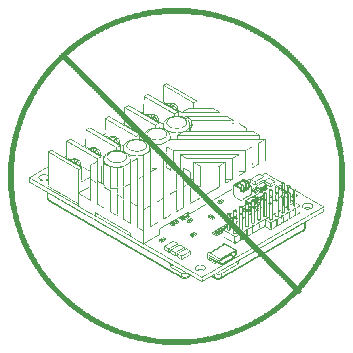
<source format=gbr>
%TF.GenerationSoftware,Altium Limited,Altium Designer,23.9.2 (47)*%
G04 Layer_Color=32896*
%FSLAX45Y45*%
%MOMM*%
%TF.SameCoordinates,FB2876E6-207A-4176-94B4-128B36F1A8A2*%
%TF.FilePolarity,Positive*%
%TF.FileFunction,Legend,Bot*%
%TF.Part,Single*%
G01*
G75*
G36*
X15655743Y7044288D02*
X15658147D01*
Y7041885D01*
X15660548D01*
Y7039483D01*
X15708600D01*
Y7041885D01*
X15713405D01*
Y7039483D01*
X15715807D01*
Y7037080D01*
X15718210D01*
Y7034678D01*
X15754248D01*
Y7032275D01*
X15756650D01*
Y7029873D01*
X15787885D01*
Y7027470D01*
X15790286D01*
Y7025067D01*
X15792690D01*
Y7022665D01*
X15823923D01*
Y7020263D01*
X15826324D01*
Y7017860D01*
X15847948D01*
Y7013055D01*
X15850349D01*
Y7010652D01*
X15864764D01*
Y7013055D01*
X15867168D01*
Y7010652D01*
X15871973D01*
Y7005847D01*
X15893596D01*
Y7003445D01*
X15895998D01*
Y7001042D01*
X15915219D01*
Y6998640D01*
X15917621D01*
Y6996237D01*
X15920024D01*
Y6993834D01*
X15939244D01*
Y6991432D01*
X15941647D01*
Y6989029D01*
X15956062D01*
Y6986627D01*
X15958464D01*
Y6984224D01*
X15960867D01*
Y6981822D01*
X15968074D01*
Y6984224D01*
X15972881D01*
Y6981822D01*
X15975282D01*
Y6977017D01*
X15992101D01*
Y6972212D01*
X15996906D01*
Y6969809D01*
X15999307D01*
Y6972212D01*
X16008919D01*
Y6967406D01*
X16011320D01*
Y6965004D01*
X16025735D01*
Y6962601D01*
X16028139D01*
Y6960199D01*
X16042554D01*
Y6957796D01*
X16044955D01*
Y6955394D01*
X16047359D01*
Y6952991D01*
X16054565D01*
Y6950589D01*
X16056969D01*
Y6948186D01*
X16071384D01*
Y6945784D01*
X16073785D01*
Y6943381D01*
X16083397D01*
Y6940978D01*
X16085799D01*
Y6936173D01*
X16102617D01*
Y6931368D01*
X16112227D01*
Y6928966D01*
X16114630D01*
Y6926563D01*
X16117032D01*
Y6924161D01*
X16124240D01*
Y6921758D01*
X16126643D01*
Y6919355D01*
X16136253D01*
Y6914551D01*
X16145863D01*
Y6912148D01*
X16148265D01*
Y6909745D01*
X16150668D01*
Y6907343D01*
X16160278D01*
Y6902538D01*
X16169888D01*
Y6900135D01*
X16172292D01*
Y6897733D01*
X16174693D01*
Y6895330D01*
X16181902D01*
Y6892928D01*
X16184303D01*
Y6890525D01*
X16193913D01*
Y6885720D01*
X16203523D01*
Y6883317D01*
X16205927D01*
Y6880915D01*
X16208328D01*
Y6878512D01*
X16217940D01*
Y6873707D01*
X16227550D01*
Y6871305D01*
X16229951D01*
Y6868902D01*
X16232355D01*
Y6866500D01*
X16239561D01*
Y6864097D01*
X16241965D01*
Y6861694D01*
X16244366D01*
Y6859292D01*
X16246770D01*
Y6856889D01*
X16256380D01*
Y6854487D01*
X16258783D01*
Y6849682D01*
X16268393D01*
Y6847279D01*
X16270795D01*
Y6844877D01*
X16280406D01*
Y6840072D01*
X16282808D01*
Y6837669D01*
X16285211D01*
Y6835266D01*
X16287613D01*
Y6832864D01*
X16297223D01*
Y6830461D01*
X16299626D01*
Y6828059D01*
X16302028D01*
Y6825656D01*
X16304431D01*
Y6820851D01*
X16314041D01*
Y6818449D01*
X16316444D01*
Y6816046D01*
X16318846D01*
Y6813643D01*
X16321249D01*
Y6811241D01*
X16323651D01*
Y6808839D01*
X16333261D01*
Y6804033D01*
X16338068D01*
Y6799228D01*
X16347678D01*
Y6796826D01*
X16350079D01*
Y6794423D01*
X16352483D01*
Y6792021D01*
X16354884D01*
Y6789618D01*
X16357288D01*
Y6787216D01*
X16366898D01*
Y6782410D01*
X16369299D01*
Y6780008D01*
X16371703D01*
Y6777605D01*
X16374104D01*
Y6775203D01*
X16376508D01*
Y6772800D01*
X16378909D01*
Y6770398D01*
X16388519D01*
Y6767995D01*
X16390923D01*
Y6765593D01*
X16393324D01*
Y6763190D01*
X16395728D01*
Y6760788D01*
X16398129D01*
Y6758385D01*
X16400533D01*
Y6755982D01*
X16402934D01*
Y6753580D01*
X16405338D01*
Y6751177D01*
X16407739D01*
Y6753580D01*
X16410143D01*
Y6751177D01*
X16412546D01*
Y6748775D01*
X16414948D01*
Y6746372D01*
X16417351D01*
Y6743970D01*
X16419753D01*
Y6741567D01*
X16422156D01*
Y6739165D01*
X16424557D01*
Y6736762D01*
X16426961D01*
Y6734360D01*
X16429362D01*
Y6731957D01*
X16431766D01*
Y6729554D01*
X16441376D01*
Y6724749D01*
X16443779D01*
Y6722347D01*
X16448584D01*
Y6717542D01*
X16453389D01*
Y6712737D01*
X16458194D01*
Y6710334D01*
X16460596D01*
Y6705529D01*
X16465401D01*
Y6700724D01*
X16475012D01*
Y6698321D01*
X16477414D01*
Y6695919D01*
X16479817D01*
Y6693516D01*
X16482219D01*
Y6691114D01*
X16484622D01*
Y6688711D01*
X16487024D01*
Y6686309D01*
X16489427D01*
Y6683906D01*
X16491830D01*
Y6681504D01*
X16494232D01*
Y6679101D01*
X16496635D01*
Y6676698D01*
X16499037D01*
Y6674296D01*
X16501440D01*
Y6671893D01*
X16503842D01*
Y6669491D01*
X16506245D01*
Y6667088D01*
X16508647D01*
Y6664686D01*
X16511050D01*
Y6662283D01*
X16513452D01*
Y6659881D01*
X16515855D01*
Y6657478D01*
X16518259D01*
Y6655076D01*
X16520660D01*
Y6652673D01*
X16523064D01*
Y6650270D01*
X16525465D01*
Y6647868D01*
X16527869D01*
Y6645465D01*
X16530270D01*
Y6643063D01*
X16532674D01*
Y6640660D01*
X16535075D01*
Y6638258D01*
X16537479D01*
Y6635855D01*
X16539880D01*
Y6638258D01*
X16542284D01*
Y6635855D01*
X16544685D01*
Y6633453D01*
X16547089D01*
Y6631050D01*
X16551894D01*
Y6621440D01*
X16554295D01*
Y6619037D01*
X16556699D01*
Y6616635D01*
X16559100D01*
Y6614232D01*
X16561504D01*
Y6611830D01*
X16563905D01*
Y6609427D01*
X16566309D01*
Y6607025D01*
X16568710D01*
Y6604622D01*
X16571114D01*
Y6602219D01*
X16573515D01*
Y6599817D01*
X16575919D01*
Y6597415D01*
X16578320D01*
Y6595012D01*
X16580724D01*
Y6592609D01*
X16583125D01*
Y6590207D01*
X16585529D01*
Y6587804D01*
X16587930D01*
Y6585402D01*
X16590334D01*
Y6582999D01*
X16592735D01*
Y6580597D01*
X16595139D01*
Y6578194D01*
X16597542D01*
Y6575792D01*
X16599944D01*
Y6573389D01*
X16602347D01*
Y6570986D01*
X16604749D01*
Y6568584D01*
X16607152D01*
Y6566181D01*
X16609554D01*
Y6563779D01*
X16611957D01*
Y6561376D01*
X16614359D01*
Y6551766D01*
X16619164D01*
Y6549364D01*
X16621567D01*
Y6544558D01*
X16626372D01*
Y6539753D01*
X16631177D01*
Y6537351D01*
X16633580D01*
Y6532546D01*
X16638385D01*
Y6527741D01*
X16643190D01*
Y6518130D01*
X16645592D01*
Y6515728D01*
X16647995D01*
Y6513325D01*
X16650397D01*
Y6510923D01*
X16652800D01*
Y6508520D01*
X16655203D01*
Y6506118D01*
X16657605D01*
Y6503715D01*
X16660008D01*
Y6501313D01*
X16662410D01*
Y6498910D01*
X16664813D01*
Y6496507D01*
X16667215D01*
Y6486897D01*
X16672021D01*
Y6484495D01*
X16674423D01*
Y6482092D01*
X16676825D01*
Y6479690D01*
X16679228D01*
Y6477287D01*
X16681631D01*
Y6474885D01*
X16684033D01*
Y6465274D01*
X16686436D01*
Y6462872D01*
X16688838D01*
Y6460469D01*
X16691241D01*
Y6458067D01*
X16693643D01*
Y6455664D01*
X16696046D01*
Y6453262D01*
X16698448D01*
Y6450859D01*
X16700851D01*
Y6443652D01*
X16703255D01*
Y6441249D01*
X16705656D01*
Y6438846D01*
X16708060D01*
Y6436444D01*
X16710461D01*
Y6434041D01*
X16712865D01*
Y6424431D01*
X16717670D01*
Y6422029D01*
X16720071D01*
Y6417224D01*
X16724876D01*
Y6407613D01*
X16727280D01*
Y6405211D01*
X16729681D01*
Y6402808D01*
X16732085D01*
Y6400406D01*
X16734486D01*
Y6398003D01*
X16736890D01*
Y6390795D01*
X16739291D01*
Y6388393D01*
X16741695D01*
Y6385991D01*
X16744096D01*
Y6383588D01*
X16746500D01*
Y6381185D01*
X16748901D01*
Y6378783D01*
X16746500D01*
Y6373978D01*
X16748901D01*
Y6371575D01*
X16751305D01*
Y6369173D01*
X16753706D01*
Y6366770D01*
X16756110D01*
Y6364368D01*
X16758511D01*
Y6357160D01*
X16760915D01*
Y6354757D01*
X16763316D01*
Y6352355D01*
X16765720D01*
Y6342744D01*
X16770525D01*
Y6333134D01*
X16772926D01*
Y6330732D01*
X16775330D01*
Y6328329D01*
X16777733D01*
Y6325927D01*
X16780135D01*
Y6323524D01*
X16782536D01*
Y6313914D01*
X16787343D01*
Y6304304D01*
X16789745D01*
Y6301901D01*
X16794550D01*
Y6292291D01*
X16796953D01*
Y6289889D01*
X16799355D01*
Y6280279D01*
X16804160D01*
Y6270668D01*
X16806563D01*
Y6268266D01*
X16808966D01*
Y6265863D01*
X16811368D01*
Y6256253D01*
X16816173D01*
Y6246643D01*
X16818576D01*
Y6244240D01*
X16823381D01*
Y6234630D01*
X16825783D01*
Y6232228D01*
X16828186D01*
Y6222617D01*
X16832991D01*
Y6213007D01*
X16835394D01*
Y6210605D01*
X16837796D01*
Y6208202D01*
X16840199D01*
Y6198592D01*
X16845004D01*
Y6188982D01*
X16847406D01*
Y6186579D01*
X16852211D01*
Y6169761D01*
X16857016D01*
Y6160151D01*
X16859419D01*
Y6157749D01*
X16861821D01*
Y6155346D01*
X16864224D01*
Y6150541D01*
X16861821D01*
Y6143333D01*
X16864224D01*
Y6140931D01*
X16869029D01*
Y6131320D01*
X16871432D01*
Y6128918D01*
X16873834D01*
Y6114503D01*
X16876237D01*
Y6112100D01*
X16878639D01*
Y6109698D01*
X16881042D01*
Y6095282D01*
X16885847D01*
Y6078465D01*
X16890652D01*
Y6073659D01*
X16893056D01*
Y6071257D01*
X16890652D01*
Y6064049D01*
X16893056D01*
Y6061647D01*
X16895457D01*
Y6059244D01*
X16897861D01*
Y6044829D01*
X16900262D01*
Y6042426D01*
X16902666D01*
Y6028011D01*
X16905067D01*
Y6025608D01*
X16907471D01*
Y6023206D01*
X16909872D01*
Y6003986D01*
X16912276D01*
Y6001583D01*
X16914677D01*
Y5987168D01*
X16917081D01*
Y5984765D01*
X16919482D01*
Y5982363D01*
X16921886D01*
Y5977558D01*
X16919482D01*
Y5958337D01*
X16924287D01*
Y5955935D01*
X16926691D01*
Y5934312D01*
X16931496D01*
Y5912689D01*
X16933897D01*
Y5910286D01*
X16936301D01*
Y5907884D01*
X16938702D01*
Y5876651D01*
X16941106D01*
Y5874248D01*
X16943507D01*
Y5843015D01*
X16945911D01*
Y5840613D01*
X16948312D01*
Y5838210D01*
X16950716D01*
Y5833405D01*
X16948312D01*
Y5804574D01*
X16950716D01*
Y5802172D01*
X16953117D01*
Y5799769D01*
X16955521D01*
Y5749316D01*
X16960326D01*
Y5497048D01*
X16957922D01*
Y5494646D01*
X16955521D01*
Y5446595D01*
X16953117D01*
Y5444193D01*
X16950716D01*
Y5441790D01*
X16948312D01*
Y5405752D01*
X16950716D01*
Y5400947D01*
X16948312D01*
Y5398544D01*
X16945911D01*
Y5396142D01*
X16943507D01*
Y5369714D01*
X16938702D01*
Y5336078D01*
X16936301D01*
Y5333675D01*
X16931496D01*
Y5312053D01*
X16929092D01*
Y5309650D01*
X16926691D01*
Y5283222D01*
X16921886D01*
Y5280820D01*
X16919482D01*
Y5266404D01*
X16921886D01*
Y5264002D01*
X16919482D01*
Y5259196D01*
X16914677D01*
Y5242379D01*
X16909872D01*
Y5220756D01*
X16907471D01*
Y5218353D01*
X16902666D01*
Y5201535D01*
X16897861D01*
Y5187120D01*
X16895457D01*
Y5184718D01*
X16893056D01*
Y5182315D01*
X16890652D01*
Y5175108D01*
X16893056D01*
Y5170302D01*
X16890652D01*
Y5167900D01*
X16888249D01*
Y5165497D01*
X16885847D01*
Y5151082D01*
X16883446D01*
Y5148680D01*
X16881042D01*
Y5134264D01*
X16878639D01*
Y5131862D01*
X16873834D01*
Y5115044D01*
X16869029D01*
Y5105434D01*
X16866628D01*
Y5103031D01*
X16864224D01*
Y5100629D01*
X16861821D01*
Y5095823D01*
X16864224D01*
Y5091018D01*
X16861821D01*
Y5086213D01*
X16857016D01*
Y5076603D01*
X16854614D01*
Y5074200D01*
X16852211D01*
Y5059785D01*
X16849809D01*
Y5057383D01*
X16845004D01*
Y5047772D01*
X16842601D01*
Y5045370D01*
X16840199D01*
Y5035760D01*
X16835394D01*
Y5033357D01*
X16832991D01*
Y5028552D01*
X16835394D01*
Y5026150D01*
X16832991D01*
Y5023747D01*
X16830588D01*
Y5021345D01*
X16828186D01*
Y5006929D01*
X16825783D01*
Y5004527D01*
X16823381D01*
Y4997319D01*
X16820978D01*
Y4994917D01*
X16818576D01*
Y4992514D01*
X16816173D01*
Y4982904D01*
X16811368D01*
Y4978099D01*
X16806563D01*
Y4975696D01*
X16804160D01*
Y4966086D01*
X16801758D01*
Y4963683D01*
X16799355D01*
Y4954073D01*
X16794550D01*
Y4944463D01*
X16792148D01*
Y4942060D01*
X16787343D01*
Y4932450D01*
X16784940D01*
Y4930048D01*
X16782536D01*
Y4920438D01*
X16777733D01*
Y4918035D01*
X16775330D01*
Y4913230D01*
X16770525D01*
Y4903620D01*
X16768121D01*
Y4901217D01*
X16765720D01*
Y4891607D01*
X16760915D01*
Y4889205D01*
X16758511D01*
Y4879594D01*
X16756110D01*
Y4877192D01*
X16753706D01*
Y4874789D01*
X16751305D01*
Y4872387D01*
X16748901D01*
Y4869984D01*
X16746500D01*
Y4867582D01*
X16748901D01*
Y4865179D01*
X16746500D01*
Y4862776D01*
X16744096D01*
Y4860374D01*
X16741695D01*
Y4857971D01*
X16739291D01*
Y4855569D01*
X16736890D01*
Y4845959D01*
X16734486D01*
Y4843556D01*
X16729681D01*
Y4838751D01*
X16724876D01*
Y4829141D01*
X16722475D01*
Y4826738D01*
X16720071D01*
Y4824336D01*
X16717670D01*
Y4821933D01*
X16715266D01*
Y4819531D01*
X16712865D01*
Y4809921D01*
X16708060D01*
Y4807518D01*
X16705656D01*
Y4805115D01*
X16703255D01*
Y4802713D01*
X16700851D01*
Y4793103D01*
X16698448D01*
Y4790700D01*
X16696046D01*
Y4788298D01*
X16693643D01*
Y4785895D01*
X16691241D01*
Y4783493D01*
X16688838D01*
Y4781090D01*
X16691241D01*
Y4778687D01*
X16688838D01*
Y4776285D01*
X16686436D01*
Y4773882D01*
X16684033D01*
Y4771480D01*
X16681631D01*
Y4769077D01*
X16679228D01*
Y4766675D01*
X16676825D01*
Y4764272D01*
X16674423D01*
Y4761870D01*
X16672021D01*
Y4752259D01*
X16667215D01*
Y4747454D01*
X16662410D01*
Y4742649D01*
X16660008D01*
Y4740247D01*
X16655203D01*
Y4735442D01*
X16650397D01*
Y4725832D01*
X16647995D01*
Y4723429D01*
X16645592D01*
Y4721026D01*
X16643190D01*
Y4718624D01*
X16640787D01*
Y4716221D01*
X16638385D01*
Y4713819D01*
X16635982D01*
Y4711416D01*
X16633580D01*
Y4709014D01*
X16631177D01*
Y4706611D01*
X16628775D01*
Y4704209D01*
X16626372D01*
Y4701806D01*
X16623970D01*
Y4699403D01*
X16621567D01*
Y4689793D01*
X16616762D01*
Y4687391D01*
X16614359D01*
Y4684988D01*
X16611957D01*
Y4682586D01*
X16609554D01*
Y4680183D01*
X16607152D01*
Y4677781D01*
X16604749D01*
Y4675378D01*
X16602347D01*
Y4672975D01*
X16599944D01*
Y4670573D01*
X16597542D01*
Y4665768D01*
X16592735D01*
Y4660963D01*
X16590334D01*
Y4658560D01*
X16592735D01*
Y4656158D01*
X16595139D01*
Y4653755D01*
X16597542D01*
Y4648950D01*
X16592735D01*
Y4639340D01*
X16590334D01*
Y4636937D01*
X16587930D01*
Y4634535D01*
X16585529D01*
Y4632132D01*
X16575919D01*
Y4627327D01*
X16573515D01*
Y4624924D01*
X16571114D01*
Y4627327D01*
X16568710D01*
Y4629730D01*
X16566309D01*
Y4632132D01*
X16559100D01*
Y4629730D01*
X16556699D01*
Y4620120D01*
X16554295D01*
Y4617717D01*
X16551894D01*
Y4615314D01*
X16549490D01*
Y4612912D01*
X16547089D01*
Y4610509D01*
X16544685D01*
Y4608107D01*
X16542284D01*
Y4605704D01*
X16539880D01*
Y4603302D01*
X16537479D01*
Y4600899D01*
X16535075D01*
Y4598497D01*
X16532674D01*
Y4596094D01*
X16523064D01*
Y4593691D01*
X16520660D01*
Y4591289D01*
X16518259D01*
Y4588886D01*
X16515855D01*
Y4586484D01*
X16513452D01*
Y4584081D01*
X16511050D01*
Y4581679D01*
X16508647D01*
Y4579276D01*
X16506245D01*
Y4576873D01*
X16503842D01*
Y4574471D01*
X16501440D01*
Y4572069D01*
X16499037D01*
Y4569666D01*
X16496635D01*
Y4567263D01*
X16494232D01*
Y4564861D01*
X16491830D01*
Y4562458D01*
X16489427D01*
Y4560056D01*
X16487024D01*
Y4557653D01*
X16484622D01*
Y4555251D01*
X16482219D01*
Y4552848D01*
X16479817D01*
Y4550446D01*
X16477414D01*
Y4548043D01*
X16475012D01*
Y4545640D01*
X16472609D01*
Y4543238D01*
X16470207D01*
Y4538433D01*
X16460596D01*
Y4536030D01*
X16458194D01*
Y4533628D01*
X16455791D01*
Y4531225D01*
X16453389D01*
Y4528823D01*
X16450986D01*
Y4526420D01*
X16448584D01*
Y4524018D01*
X16446181D01*
Y4521615D01*
X16443779D01*
Y4519212D01*
X16441376D01*
Y4516810D01*
X16438972D01*
Y4514408D01*
X16436571D01*
Y4512005D01*
X16434167D01*
Y4509602D01*
X16424557D01*
Y4504797D01*
X16419753D01*
Y4499992D01*
X16414948D01*
Y4497590D01*
X16412546D01*
Y4492785D01*
X16402934D01*
Y4490382D01*
X16400533D01*
Y4487979D01*
X16398129D01*
Y4485577D01*
X16395728D01*
Y4483174D01*
X16393324D01*
Y4480772D01*
X16390923D01*
Y4478369D01*
X16388519D01*
Y4475967D01*
X16386118D01*
Y4473564D01*
X16383714D01*
Y4471161D01*
X16381313D01*
Y4468759D01*
X16378909D01*
Y4471161D01*
X16376508D01*
Y4468759D01*
X16374104D01*
Y4466357D01*
X16371703D01*
Y4463954D01*
X16369299D01*
Y4461551D01*
X16366898D01*
Y4459149D01*
X16357288D01*
Y4456746D01*
X16354884D01*
Y4454344D01*
X16352483D01*
Y4451941D01*
X16350079D01*
Y4449539D01*
X16347678D01*
Y4447136D01*
X16345274D01*
Y4444734D01*
X16342873D01*
Y4442331D01*
X16340469D01*
Y4439928D01*
X16338068D01*
Y4442331D01*
X16335664D01*
Y4439928D01*
X16333261D01*
Y4437526D01*
X16330859D01*
Y4435123D01*
X16328456D01*
Y4432721D01*
X16326054D01*
Y4430318D01*
X16316444D01*
Y4425513D01*
X16314041D01*
Y4423111D01*
X16304431D01*
Y4420708D01*
X16302028D01*
Y4418306D01*
X16299626D01*
Y4415903D01*
X16297223D01*
Y4413500D01*
X16294821D01*
Y4411098D01*
X16292418D01*
Y4413500D01*
X16290016D01*
Y4411098D01*
X16287613D01*
Y4408696D01*
X16285211D01*
Y4406293D01*
X16282808D01*
Y4403890D01*
X16280406D01*
Y4401488D01*
X16270795D01*
Y4399085D01*
X16268393D01*
Y4394280D01*
X16258783D01*
Y4391878D01*
X16256380D01*
Y4389475D01*
X16246770D01*
Y4384670D01*
X16241965D01*
Y4382267D01*
X16239561D01*
Y4377462D01*
X16229951D01*
Y4375060D01*
X16227550D01*
Y4372657D01*
X16217940D01*
Y4367852D01*
X16215536D01*
Y4365449D01*
X16205927D01*
Y4360645D01*
X16196317D01*
Y4358242D01*
X16193913D01*
Y4355839D01*
X16191512D01*
Y4353437D01*
X16189108D01*
Y4355839D01*
X16184303D01*
Y4353437D01*
X16181902D01*
Y4348632D01*
X16172292D01*
Y4346229D01*
X16169888D01*
Y4343827D01*
X16167487D01*
Y4341424D01*
X16165083D01*
Y4339022D01*
X16162682D01*
Y4336619D01*
X16148265D01*
Y4331814D01*
X16138655D01*
Y4329411D01*
X16136253D01*
Y4327009D01*
X16126643D01*
Y4324606D01*
X16124240D01*
Y4319801D01*
X16114630D01*
Y4317399D01*
X16112227D01*
Y4314996D01*
X16102617D01*
Y4310191D01*
X16100215D01*
Y4307788D01*
X16085799D01*
Y4305386D01*
X16083397D01*
Y4302984D01*
X16073785D01*
Y4298178D01*
X16068982D01*
Y4295776D01*
X16064175D01*
Y4298178D01*
X16059370D01*
Y4295776D01*
X16056969D01*
Y4293373D01*
X16054565D01*
Y4290971D01*
X16044955D01*
Y4286166D01*
X16028139D01*
Y4281360D01*
X16025735D01*
Y4278958D01*
X16011320D01*
Y4276555D01*
X16008919D01*
Y4274153D01*
X15994502D01*
Y4271750D01*
X15992101D01*
Y4269348D01*
X15989697D01*
Y4266945D01*
X15984892D01*
Y4269348D01*
X15977686D01*
Y4266945D01*
X15975282D01*
Y4264543D01*
X15972881D01*
Y4262140D01*
X15958464D01*
Y4257335D01*
X15941647D01*
Y4252530D01*
X15939244D01*
Y4250127D01*
X15917621D01*
Y4245322D01*
X15900803D01*
Y4240517D01*
X15895998D01*
Y4238115D01*
X15893596D01*
Y4240517D01*
X15879179D01*
Y4238115D01*
X15876778D01*
Y4233310D01*
X15850349D01*
Y4230907D01*
X15847948D01*
Y4228504D01*
X15826324D01*
Y4223699D01*
X15823923D01*
Y4221297D01*
X15790286D01*
Y4216492D01*
X15763858D01*
Y4214089D01*
X15761456D01*
Y4211687D01*
X15759053D01*
Y4209284D01*
X15754248D01*
Y4211687D01*
X15718210D01*
Y4209284D01*
X15715807D01*
Y4206882D01*
X15713405D01*
Y4204479D01*
X15665353D01*
Y4202076D01*
X15662952D01*
Y4199674D01*
X15410684D01*
Y4204479D01*
X15360231D01*
Y4206882D01*
X15357828D01*
Y4209284D01*
X15355424D01*
Y4211687D01*
X15319386D01*
Y4209284D01*
X15316985D01*
Y4211687D01*
X15312180D01*
Y4216492D01*
X15285751D01*
Y4218894D01*
X15283350D01*
Y4221297D01*
X15252116D01*
Y4223699D01*
X15249713D01*
Y4226102D01*
X15247311D01*
Y4228504D01*
X15225688D01*
Y4233310D01*
X15204065D01*
Y4238115D01*
X15201663D01*
Y4240517D01*
X15182442D01*
Y4238115D01*
X15177637D01*
Y4240517D01*
X15175235D01*
Y4242920D01*
X15172832D01*
Y4245322D01*
X15158417D01*
Y4247725D01*
X15156013D01*
Y4250127D01*
X15136794D01*
Y4252530D01*
X15134390D01*
Y4254933D01*
X15131989D01*
Y4257335D01*
X15117574D01*
Y4259737D01*
X15115170D01*
Y4262140D01*
X15100755D01*
Y4264543D01*
X15098354D01*
Y4266945D01*
X15095950D01*
Y4269348D01*
X15088744D01*
Y4266945D01*
X15086340D01*
Y4269348D01*
X15081535D01*
Y4274153D01*
X15064717D01*
Y4278958D01*
X15059912D01*
Y4281360D01*
X15057510D01*
Y4278958D01*
X15050302D01*
Y4281360D01*
X15047900D01*
Y4283763D01*
X15045497D01*
Y4286166D01*
X15031082D01*
Y4288568D01*
X15028679D01*
Y4290971D01*
X15019069D01*
Y4295776D01*
X15016666D01*
Y4298178D01*
X15009459D01*
Y4295776D01*
X15004654D01*
Y4298178D01*
X15002251D01*
Y4300581D01*
X14999849D01*
Y4302984D01*
X14990237D01*
Y4307788D01*
X14973421D01*
Y4312594D01*
X14971017D01*
Y4314996D01*
X14961407D01*
Y4319801D01*
X14951797D01*
Y4322204D01*
X14949396D01*
Y4324606D01*
X14946992D01*
Y4327009D01*
X14937383D01*
Y4331814D01*
X14927773D01*
Y4334216D01*
X14925369D01*
Y4336619D01*
X14910954D01*
Y4339022D01*
X14908553D01*
Y4341424D01*
X14906149D01*
Y4343827D01*
X14903748D01*
Y4348632D01*
X14894138D01*
Y4351034D01*
X14891734D01*
Y4353437D01*
X14889333D01*
Y4355839D01*
X14879721D01*
Y4360645D01*
X14870111D01*
Y4363047D01*
X14867709D01*
Y4365449D01*
X14858099D01*
Y4370255D01*
X14855696D01*
Y4372657D01*
X14846086D01*
Y4377462D01*
X14836476D01*
Y4379865D01*
X14834073D01*
Y4382267D01*
X14831671D01*
Y4384670D01*
X14829268D01*
Y4387073D01*
X14826865D01*
Y4389475D01*
X14817255D01*
Y4394280D01*
X14807645D01*
Y4396683D01*
X14805241D01*
Y4399085D01*
X14802840D01*
Y4401488D01*
X14795631D01*
Y4403890D01*
X14793230D01*
Y4406293D01*
X14790826D01*
Y4408696D01*
X14788425D01*
Y4411098D01*
X14786021D01*
Y4413500D01*
X14776411D01*
Y4415903D01*
X14774010D01*
Y4418306D01*
X14771606D01*
Y4420708D01*
X14769205D01*
Y4423111D01*
X14761996D01*
Y4425513D01*
X14759595D01*
Y4427916D01*
X14757191D01*
Y4430318D01*
X14754790D01*
Y4432721D01*
X14752386D01*
Y4435123D01*
X14742776D01*
Y4439928D01*
X14737971D01*
Y4442331D01*
X14735568D01*
Y4447136D01*
X14725958D01*
Y4449539D01*
X14723557D01*
Y4451941D01*
X14721153D01*
Y4454344D01*
X14718752D01*
Y4456746D01*
X14716348D01*
Y4459149D01*
X14709142D01*
Y4461551D01*
X14706738D01*
Y4463954D01*
X14704337D01*
Y4466357D01*
X14701933D01*
Y4468759D01*
X14699530D01*
Y4471161D01*
X14697128D01*
Y4473564D01*
X14694727D01*
Y4475967D01*
X14685115D01*
Y4478369D01*
X14682713D01*
Y4480772D01*
X14680310D01*
Y4483174D01*
X14677908D01*
Y4485577D01*
X14675505D01*
Y4487979D01*
X14673102D01*
Y4492785D01*
X14663492D01*
Y4495187D01*
X14661090D01*
Y4497590D01*
X14658687D01*
Y4499992D01*
X14656285D01*
Y4502395D01*
X14653882D01*
Y4504797D01*
X14651480D01*
Y4507200D01*
X14649077D01*
Y4509602D01*
X14646675D01*
Y4512005D01*
X14644272D01*
Y4514408D01*
X14641869D01*
Y4516810D01*
X14632259D01*
Y4521615D01*
X14627454D01*
Y4526420D01*
X14622649D01*
Y4528823D01*
X14620247D01*
Y4533628D01*
X14615440D01*
Y4538433D01*
X14610635D01*
Y4543238D01*
X14608234D01*
Y4545640D01*
X14598624D01*
Y4548043D01*
X14596220D01*
Y4550446D01*
X14593819D01*
Y4552848D01*
X14591415D01*
Y4555251D01*
X14589014D01*
Y4557653D01*
X14586610D01*
Y4560056D01*
X14584209D01*
Y4562458D01*
X14581805D01*
Y4564861D01*
X14579404D01*
Y4567263D01*
X14577000D01*
Y4569666D01*
X14574599D01*
Y4572069D01*
X14572195D01*
Y4574471D01*
X14569794D01*
Y4576873D01*
X14567390D01*
Y4579276D01*
X14564989D01*
Y4581679D01*
X14562585D01*
Y4584081D01*
X14560184D01*
Y4586484D01*
X14557780D01*
Y4588886D01*
X14555379D01*
Y4591289D01*
X14552975D01*
Y4593691D01*
X14550574D01*
Y4596094D01*
X14548170D01*
Y4598497D01*
X14545769D01*
Y4600899D01*
X14543365D01*
Y4603302D01*
X14540964D01*
Y4605704D01*
X14538560D01*
Y4608107D01*
X14528951D01*
Y4612912D01*
X14526547D01*
Y4615314D01*
X14524146D01*
Y4617717D01*
X14521742D01*
Y4620120D01*
X14524146D01*
Y4622522D01*
X14521742D01*
Y4624924D01*
X14519341D01*
Y4627327D01*
X14516937D01*
Y4629730D01*
X14514536D01*
Y4632132D01*
X14512132D01*
Y4634535D01*
X14509729D01*
Y4636937D01*
X14507327D01*
Y4639340D01*
X14504924D01*
Y4641742D01*
X14502522D01*
Y4644145D01*
X14500119D01*
Y4646547D01*
X14497717D01*
Y4648950D01*
X14495314D01*
Y4651352D01*
X14492912D01*
Y4653755D01*
X14490509D01*
Y4656158D01*
X14488106D01*
Y4658560D01*
X14485704D01*
Y4660963D01*
X14483301D01*
Y4663365D01*
X14480899D01*
Y4665768D01*
X14478496D01*
Y4668170D01*
X14476094D01*
Y4670573D01*
X14473691D01*
Y4672975D01*
X14471289D01*
Y4675378D01*
X14468886D01*
Y4677781D01*
X14466484D01*
Y4680183D01*
X14464081D01*
Y4682586D01*
X14461678D01*
Y4684988D01*
X14459276D01*
Y4694598D01*
X14454471D01*
Y4699403D01*
X14449666D01*
Y4701806D01*
X14447263D01*
Y4706611D01*
X14442458D01*
Y4711416D01*
X14437653D01*
Y4716221D01*
X14435251D01*
Y4718624D01*
X14430444D01*
Y4728234D01*
X14428043D01*
Y4730636D01*
X14425639D01*
Y4733039D01*
X14423238D01*
Y4735442D01*
X14420834D01*
Y4737844D01*
X14418433D01*
Y4740247D01*
X14416029D01*
Y4742649D01*
X14413628D01*
Y4745052D01*
X14411224D01*
Y4747454D01*
X14408823D01*
Y4749857D01*
X14406419D01*
Y4752259D01*
X14408823D01*
Y4754662D01*
X14406419D01*
Y4757064D01*
X14404018D01*
Y4759467D01*
X14401614D01*
Y4761870D01*
X14399213D01*
Y4764272D01*
X14396809D01*
Y4766675D01*
X14394408D01*
Y4769077D01*
X14392004D01*
Y4771480D01*
X14389603D01*
Y4781090D01*
X14387199D01*
Y4783493D01*
X14384798D01*
Y4785895D01*
X14382394D01*
Y4788298D01*
X14379993D01*
Y4790700D01*
X14377589D01*
Y4793103D01*
X14372784D01*
Y4802713D01*
X14370383D01*
Y4805115D01*
X14367979D01*
Y4807518D01*
X14365578D01*
Y4809921D01*
X14363174D01*
Y4812323D01*
X14360773D01*
Y4821933D01*
X14355966D01*
Y4826738D01*
X14351161D01*
Y4836348D01*
X14348759D01*
Y4838751D01*
X14346356D01*
Y4841154D01*
X14343954D01*
Y4843556D01*
X14341551D01*
Y4845959D01*
X14339149D01*
Y4855569D01*
X14334344D01*
Y4857971D01*
X14331941D01*
Y4860374D01*
X14329539D01*
Y4862776D01*
X14327136D01*
Y4872387D01*
X14324733D01*
Y4874789D01*
X14322331D01*
Y4877192D01*
X14319928D01*
Y4879594D01*
X14315123D01*
Y4889205D01*
X14312721D01*
Y4891607D01*
X14310318D01*
Y4901217D01*
X14305513D01*
Y4903620D01*
X14303111D01*
Y4913230D01*
X14300708D01*
Y4915633D01*
X14298305D01*
Y4918035D01*
X14295903D01*
Y4920438D01*
X14293500D01*
Y4927645D01*
X14291098D01*
Y4930048D01*
X14288695D01*
Y4932450D01*
X14286293D01*
Y4942060D01*
X14281488D01*
Y4951671D01*
X14279085D01*
Y4954073D01*
X14276682D01*
Y4956476D01*
X14274280D01*
Y4966086D01*
X14269475D01*
Y4975696D01*
X14267072D01*
Y4978099D01*
X14264670D01*
Y4985306D01*
X14262267D01*
Y4987709D01*
X14259865D01*
Y4990111D01*
X14257462D01*
Y4992514D01*
X14255060D01*
Y4994917D01*
X14252657D01*
Y5009332D01*
X14250253D01*
Y5011734D01*
X14247852D01*
Y5014137D01*
X14245448D01*
Y5023747D01*
X14240643D01*
Y5033357D01*
X14238242D01*
Y5035760D01*
X14235838D01*
Y5042968D01*
X14233437D01*
Y5045370D01*
X14231033D01*
Y5047772D01*
X14228632D01*
Y5057383D01*
X14223827D01*
Y5074200D01*
X14219022D01*
Y5076603D01*
X14216618D01*
Y5086213D01*
X14214217D01*
Y5088616D01*
X14211813D01*
Y5103031D01*
X14209412D01*
Y5105434D01*
X14207008D01*
Y5112641D01*
X14204607D01*
Y5115044D01*
X14202203D01*
Y5117446D01*
X14199802D01*
Y5131862D01*
X14197398D01*
Y5134264D01*
X14194997D01*
Y5148680D01*
X14192593D01*
Y5151082D01*
X14187788D01*
Y5160692D01*
X14190192D01*
Y5163095D01*
X14187788D01*
Y5167900D01*
X14182983D01*
Y5184718D01*
X14178178D01*
Y5187120D01*
X14175777D01*
Y5191925D01*
X14178178D01*
Y5199133D01*
X14175777D01*
Y5201535D01*
X14173373D01*
Y5203938D01*
X14170970D01*
Y5218353D01*
X14168568D01*
Y5220756D01*
X14166165D01*
Y5239976D01*
X14163763D01*
Y5242379D01*
X14161360D01*
Y5244781D01*
X14158958D01*
Y5264002D01*
X14156555D01*
Y5266404D01*
X14154153D01*
Y5288027D01*
X14149348D01*
Y5292832D01*
X14146945D01*
Y5295235D01*
X14149348D01*
Y5309650D01*
X14146945D01*
Y5312053D01*
X14142140D01*
Y5333675D01*
X14139737D01*
Y5336078D01*
X14137335D01*
Y5367311D01*
X14134932D01*
Y5369714D01*
X14132530D01*
Y5372116D01*
X14130127D01*
Y5391336D01*
X14132530D01*
Y5393739D01*
X14130127D01*
Y5398544D01*
X14125322D01*
Y5441790D01*
X14122920D01*
Y5444193D01*
X14120517D01*
Y5446595D01*
X14118115D01*
Y5451400D01*
X14120517D01*
Y5499451D01*
X14118115D01*
Y5501854D01*
X14115712D01*
Y5504256D01*
X14113309D01*
Y5742108D01*
X14115712D01*
Y5744511D01*
X14118115D01*
Y5746913D01*
X14120517D01*
Y5794964D01*
X14118115D01*
Y5797367D01*
X14120517D01*
Y5802172D01*
X14125322D01*
Y5840613D01*
X14127725D01*
Y5843015D01*
X14130127D01*
Y5845418D01*
X14132530D01*
Y5847820D01*
X14130127D01*
Y5874248D01*
X14132530D01*
Y5876651D01*
X14134932D01*
Y5879053D01*
X14137335D01*
Y5910286D01*
X14139737D01*
Y5912689D01*
X14142140D01*
Y5931909D01*
X14144542D01*
Y5934312D01*
X14146945D01*
Y5936714D01*
X14149348D01*
Y5948727D01*
X14146945D01*
Y5953532D01*
X14149348D01*
Y5955935D01*
X14151750D01*
Y5958337D01*
X14154153D01*
Y5979960D01*
X14158958D01*
Y6001583D01*
X14161360D01*
Y6003986D01*
X14166165D01*
Y6020804D01*
X14170970D01*
Y6042426D01*
X14175777D01*
Y6044829D01*
X14178178D01*
Y6052037D01*
X14175777D01*
Y6056842D01*
X14178178D01*
Y6059244D01*
X14180582D01*
Y6061647D01*
X14182983D01*
Y6076062D01*
X14185387D01*
Y6078465D01*
X14187788D01*
Y6083270D01*
X14190192D01*
Y6085672D01*
X14187788D01*
Y6092880D01*
X14190192D01*
Y6095282D01*
X14192593D01*
Y6097685D01*
X14194997D01*
Y6112100D01*
X14197398D01*
Y6114503D01*
X14199802D01*
Y6121710D01*
X14202203D01*
Y6124113D01*
X14204607D01*
Y6126516D01*
X14207008D01*
Y6133723D01*
X14204607D01*
Y6138528D01*
X14207008D01*
Y6140931D01*
X14209412D01*
Y6143333D01*
X14211813D01*
Y6157749D01*
X14214217D01*
Y6160151D01*
X14216618D01*
Y6167359D01*
X14219022D01*
Y6169761D01*
X14221423D01*
Y6172164D01*
X14223827D01*
Y6181774D01*
X14228632D01*
Y6198592D01*
X14233437D01*
Y6200994D01*
X14235838D01*
Y6210605D01*
X14240643D01*
Y6220215D01*
X14243047D01*
Y6222617D01*
X14245448D01*
Y6232228D01*
X14247852D01*
Y6234630D01*
X14252657D01*
Y6244240D01*
X14255060D01*
Y6246643D01*
X14257462D01*
Y6256253D01*
X14262267D01*
Y6258656D01*
X14264670D01*
Y6268266D01*
X14269475D01*
Y6277876D01*
X14271877D01*
Y6280279D01*
X14274280D01*
Y6289889D01*
X14276682D01*
Y6292291D01*
X14281488D01*
Y6301901D01*
X14283890D01*
Y6304304D01*
X14286293D01*
Y6313914D01*
X14291098D01*
Y6316317D01*
X14293500D01*
Y6325927D01*
X14295903D01*
Y6328329D01*
X14298305D01*
Y6330732D01*
X14300708D01*
Y6333134D01*
X14303111D01*
Y6340342D01*
X14305513D01*
Y6342744D01*
X14307916D01*
Y6345147D01*
X14310318D01*
Y6354757D01*
X14315123D01*
Y6364368D01*
X14317526D01*
Y6366770D01*
X14319928D01*
Y6369173D01*
X14322331D01*
Y6371575D01*
X14324733D01*
Y6373978D01*
X14327136D01*
Y6383588D01*
X14331941D01*
Y6385991D01*
X14334344D01*
Y6388393D01*
X14336746D01*
Y6390795D01*
X14339149D01*
Y6400406D01*
X14341551D01*
Y6402808D01*
X14343954D01*
Y6405211D01*
X14346356D01*
Y6407613D01*
X14348759D01*
Y6410016D01*
X14351161D01*
Y6412418D01*
X14348759D01*
Y6414821D01*
X14351161D01*
Y6417224D01*
X14353564D01*
Y6419626D01*
X14355966D01*
Y6422029D01*
X14358369D01*
Y6424431D01*
X14360773D01*
Y6434041D01*
X14363174D01*
Y6436444D01*
X14367979D01*
Y6441249D01*
X14372784D01*
Y6446054D01*
X14377589D01*
Y6448456D01*
X14379993D01*
Y6453262D01*
X14377589D01*
Y6455664D01*
X14379993D01*
Y6458067D01*
X14382394D01*
Y6460469D01*
X14384798D01*
Y6462872D01*
X14387199D01*
Y6465274D01*
X14389603D01*
Y6474885D01*
X14394408D01*
Y6477287D01*
X14396809D01*
Y6479690D01*
X14399213D01*
Y6482092D01*
X14401614D01*
Y6484495D01*
X14404018D01*
Y6486897D01*
X14406419D01*
Y6489300D01*
X14408823D01*
Y6494105D01*
X14406419D01*
Y6496507D01*
X14408823D01*
Y6498910D01*
X14411224D01*
Y6501313D01*
X14413628D01*
Y6503715D01*
X14416029D01*
Y6506118D01*
X14418433D01*
Y6508520D01*
X14420834D01*
Y6510923D01*
X14423238D01*
Y6513325D01*
X14425639D01*
Y6515728D01*
X14430444D01*
Y6525338D01*
X14432848D01*
Y6527741D01*
X14435251D01*
Y6530143D01*
X14437653D01*
Y6532546D01*
X14440056D01*
Y6534948D01*
X14442458D01*
Y6537351D01*
X14444861D01*
Y6539753D01*
X14447263D01*
Y6542156D01*
X14449666D01*
Y6544558D01*
X14452068D01*
Y6546961D01*
X14454471D01*
Y6549364D01*
X14456873D01*
Y6551766D01*
X14459276D01*
Y6561376D01*
X14464081D01*
Y6563779D01*
X14466484D01*
Y6568584D01*
X14471289D01*
Y6573389D01*
X14476094D01*
Y6578194D01*
X14478496D01*
Y6580597D01*
X14483301D01*
Y6585402D01*
X14488106D01*
Y6590207D01*
X14492912D01*
Y6595012D01*
X14495314D01*
Y6597415D01*
X14500119D01*
Y6602219D01*
X14504924D01*
Y6607025D01*
X14507327D01*
Y6609427D01*
X14512132D01*
Y6614232D01*
X14516937D01*
Y6619037D01*
X14521742D01*
Y6621440D01*
X14524146D01*
Y6626245D01*
X14528951D01*
Y6631050D01*
X14533755D01*
Y6635855D01*
X14538560D01*
Y6638258D01*
X14540964D01*
Y6643063D01*
X14545769D01*
Y6647868D01*
X14550574D01*
Y6652673D01*
X14552975D01*
Y6655076D01*
X14557780D01*
Y6659881D01*
X14562585D01*
Y6664686D01*
X14567390D01*
Y6667088D01*
X14569794D01*
Y6671893D01*
X14574599D01*
Y6676698D01*
X14579404D01*
Y6679101D01*
X14581805D01*
Y6683906D01*
X14586610D01*
Y6688711D01*
X14591415D01*
Y6693516D01*
X14596220D01*
Y6695919D01*
X14598624D01*
Y6700724D01*
X14608234D01*
Y6703127D01*
X14610635D01*
Y6705529D01*
X14613039D01*
Y6707931D01*
X14615440D01*
Y6710334D01*
X14617844D01*
Y6712737D01*
X14620247D01*
Y6715139D01*
X14622649D01*
Y6717542D01*
X14625052D01*
Y6719944D01*
X14627454D01*
Y6722347D01*
X14629857D01*
Y6724749D01*
X14632259D01*
Y6727152D01*
X14634662D01*
Y6729554D01*
X14644272D01*
Y6734360D01*
X14646675D01*
Y6736762D01*
X14649077D01*
Y6739165D01*
X14651480D01*
Y6741567D01*
X14653882D01*
Y6743970D01*
X14656285D01*
Y6746372D01*
X14658687D01*
Y6748775D01*
X14661090D01*
Y6751177D01*
X14663492D01*
Y6753580D01*
X14665895D01*
Y6751177D01*
X14670700D01*
Y6753580D01*
X14673102D01*
Y6755982D01*
X14675505D01*
Y6758385D01*
X14677908D01*
Y6760788D01*
X14680310D01*
Y6763190D01*
X14682713D01*
Y6765593D01*
X14685115D01*
Y6770398D01*
X14694727D01*
Y6772800D01*
X14697128D01*
Y6775203D01*
X14699530D01*
Y6777605D01*
X14701933D01*
Y6780008D01*
X14704337D01*
Y6782410D01*
X14706738D01*
Y6784813D01*
X14709142D01*
Y6787216D01*
X14718752D01*
Y6792021D01*
X14723557D01*
Y6796826D01*
X14725958D01*
Y6799228D01*
X14735568D01*
Y6801631D01*
X14737971D01*
Y6804033D01*
X14740375D01*
Y6806436D01*
X14742776D01*
Y6808839D01*
X14745180D01*
Y6811241D01*
X14747581D01*
Y6808839D01*
X14749985D01*
Y6811241D01*
X14752386D01*
Y6813643D01*
X14754790D01*
Y6816046D01*
X14757191D01*
Y6818449D01*
X14759595D01*
Y6820851D01*
X14769205D01*
Y6823254D01*
X14771606D01*
Y6825656D01*
X14774010D01*
Y6828059D01*
X14776411D01*
Y6832864D01*
X14786021D01*
Y6835266D01*
X14788425D01*
Y6837669D01*
X14798035D01*
Y6840072D01*
X14800438D01*
Y6844877D01*
X14805241D01*
Y6849682D01*
X14814853D01*
Y6852084D01*
X14817255D01*
Y6854487D01*
X14819658D01*
Y6856889D01*
X14826865D01*
Y6859292D01*
X14829268D01*
Y6861694D01*
X14831671D01*
Y6864097D01*
X14834073D01*
Y6866500D01*
X14843683D01*
Y6868902D01*
X14846086D01*
Y6873707D01*
X14855696D01*
Y6876110D01*
X14858099D01*
Y6878512D01*
X14867709D01*
Y6883317D01*
X14870111D01*
Y6885720D01*
X14879721D01*
Y6888122D01*
X14882124D01*
Y6890525D01*
X14891734D01*
Y6895330D01*
X14901344D01*
Y6897733D01*
X14903748D01*
Y6902538D01*
X14913358D01*
Y6904940D01*
X14915759D01*
Y6907343D01*
X14925369D01*
Y6912148D01*
X14927773D01*
Y6914551D01*
X14937383D01*
Y6916953D01*
X14939784D01*
Y6919355D01*
X14949396D01*
Y6924161D01*
X14959006D01*
Y6926563D01*
X14961407D01*
Y6931368D01*
X14978226D01*
Y6936173D01*
X14987836D01*
Y6938576D01*
X14990237D01*
Y6940978D01*
X14992641D01*
Y6943381D01*
X14999849D01*
Y6945784D01*
X15002251D01*
Y6948186D01*
X15016666D01*
Y6950589D01*
X15019069D01*
Y6952991D01*
X15028679D01*
Y6955394D01*
X15031082D01*
Y6960199D01*
X15045497D01*
Y6962601D01*
X15047900D01*
Y6965004D01*
X15062315D01*
Y6967406D01*
X15064717D01*
Y6969809D01*
X15067120D01*
Y6972212D01*
X15074329D01*
Y6969809D01*
X15076730D01*
Y6972212D01*
X15081535D01*
Y6974614D01*
X15083939D01*
Y6977017D01*
X15098354D01*
Y6979419D01*
X15100755D01*
Y6981822D01*
X15103159D01*
Y6984224D01*
X15107964D01*
Y6981822D01*
X15115170D01*
Y6984224D01*
X15117574D01*
Y6989029D01*
X15139195D01*
Y6993834D01*
X15156013D01*
Y6998640D01*
X15158417D01*
Y7001042D01*
X15180040D01*
Y7005847D01*
X15201663D01*
Y7008250D01*
X15204065D01*
Y7010652D01*
X15206468D01*
Y7013055D01*
X15211273D01*
Y7010652D01*
X15223286D01*
Y7013055D01*
X15225688D01*
Y7015457D01*
X15228090D01*
Y7017860D01*
X15247311D01*
Y7020263D01*
X15249713D01*
Y7022665D01*
X15280946D01*
Y7025067D01*
X15283350D01*
Y7027470D01*
X15285751D01*
Y7029873D01*
X15312180D01*
Y7027470D01*
X15314581D01*
Y7029873D01*
X15316985D01*
Y7032275D01*
X15319386D01*
Y7034678D01*
X15357828D01*
Y7039483D01*
X15362633D01*
Y7041885D01*
X15365036D01*
Y7039483D01*
X15413087D01*
Y7041885D01*
X15415489D01*
Y7044288D01*
X15417892D01*
Y7046691D01*
X15655743D01*
Y7044288D01*
D02*
G37*
%LPC*%
G36*
Y7001042D02*
X15417892D01*
Y6998640D01*
X15415489D01*
Y6993834D01*
X15365036D01*
Y6991432D01*
X15362633D01*
Y6989029D01*
X15319386D01*
Y6986627D01*
X15316985D01*
Y6981822D01*
X15297765D01*
Y6984224D01*
X15292960D01*
Y6981822D01*
X15290556D01*
Y6979419D01*
X15288155D01*
Y6977017D01*
X15256921D01*
Y6974614D01*
X15254520D01*
Y6972212D01*
X15232896D01*
Y6967406D01*
X15230493D01*
Y6965004D01*
X15208870D01*
Y6960199D01*
X15187247D01*
Y6957796D01*
X15184845D01*
Y6955394D01*
X15182442D01*
Y6952991D01*
X15170428D01*
Y6955394D01*
X15165623D01*
Y6952991D01*
X15163222D01*
Y6950589D01*
X15160818D01*
Y6948186D01*
X15146404D01*
Y6945784D01*
X15144000D01*
Y6943381D01*
X15124780D01*
Y6940978D01*
X15122379D01*
Y6938576D01*
X15119975D01*
Y6936173D01*
X15105560D01*
Y6933771D01*
X15103159D01*
Y6931368D01*
X15088744D01*
Y6926563D01*
X15086340D01*
Y6924161D01*
X15079134D01*
Y6926563D01*
X15074329D01*
Y6924161D01*
X15071925D01*
Y6921758D01*
X15069524D01*
Y6919355D01*
X15059912D01*
Y6916953D01*
X15057510D01*
Y6914551D01*
X15055107D01*
Y6912148D01*
X15052705D01*
Y6914551D01*
X15043095D01*
Y6912148D01*
X15040692D01*
Y6907343D01*
X15031082D01*
Y6904940D01*
X15028679D01*
Y6902538D01*
X15014264D01*
Y6900135D01*
X15011862D01*
Y6897733D01*
X15009459D01*
Y6895330D01*
X15002251D01*
Y6892928D01*
X14999849D01*
Y6890525D01*
X14985432D01*
Y6888122D01*
X14983031D01*
Y6885720D01*
X14973421D01*
Y6880915D01*
X14971017D01*
Y6878512D01*
X14961407D01*
Y6873707D01*
X14951797D01*
Y6871305D01*
X14949396D01*
Y6868902D01*
X14946992D01*
Y6866500D01*
X14939784D01*
Y6868902D01*
X14934979D01*
Y6866500D01*
X14932578D01*
Y6864097D01*
X14930174D01*
Y6861694D01*
X14927773D01*
Y6859292D01*
X14925369D01*
Y6856889D01*
X14915759D01*
Y6852084D01*
X14913358D01*
Y6849682D01*
X14903748D01*
Y6844877D01*
X14894138D01*
Y6842474D01*
X14891734D01*
Y6840072D01*
X14889333D01*
Y6837669D01*
X14879721D01*
Y6832864D01*
X14870111D01*
Y6830461D01*
X14867709D01*
Y6828059D01*
X14858099D01*
Y6823254D01*
X14855696D01*
Y6820851D01*
X14853293D01*
Y6818449D01*
X14850891D01*
Y6816046D01*
X14841281D01*
Y6813643D01*
X14838878D01*
Y6811241D01*
X14836476D01*
Y6808839D01*
X14829268D01*
Y6806436D01*
X14826865D01*
Y6804033D01*
X14817255D01*
Y6799228D01*
X14812450D01*
Y6796826D01*
X14810048D01*
Y6792021D01*
X14800438D01*
Y6789618D01*
X14798035D01*
Y6787216D01*
X14795631D01*
Y6784813D01*
X14793230D01*
Y6782410D01*
X14790826D01*
Y6780008D01*
X14783620D01*
Y6777605D01*
X14781216D01*
Y6775203D01*
X14778815D01*
Y6772800D01*
X14776411D01*
Y6770398D01*
X14766801D01*
Y6767995D01*
X14764400D01*
Y6765593D01*
X14761996D01*
Y6763190D01*
X14759595D01*
Y6758385D01*
X14749985D01*
Y6755982D01*
X14747581D01*
Y6753580D01*
X14745180D01*
Y6751177D01*
X14742776D01*
Y6748775D01*
X14740375D01*
Y6746372D01*
X14730763D01*
Y6741567D01*
X14725958D01*
Y6739165D01*
X14723557D01*
Y6734360D01*
X14718752D01*
Y6729554D01*
X14709142D01*
Y6727152D01*
X14706738D01*
Y6724749D01*
X14704337D01*
Y6722347D01*
X14701933D01*
Y6719944D01*
X14699530D01*
Y6717542D01*
X14697128D01*
Y6715139D01*
X14694727D01*
Y6712737D01*
X14685115D01*
Y6707931D01*
X14682713D01*
Y6705529D01*
X14680310D01*
Y6703127D01*
X14677908D01*
Y6700724D01*
X14675505D01*
Y6698321D01*
X14673102D01*
Y6695919D01*
X14670700D01*
Y6693516D01*
X14668297D01*
Y6691114D01*
X14665895D01*
Y6688711D01*
X14656285D01*
Y6686309D01*
X14653882D01*
Y6683906D01*
X14651480D01*
Y6681504D01*
X14649077D01*
Y6679101D01*
X14646675D01*
Y6676698D01*
X14644272D01*
Y6674296D01*
X14641869D01*
Y6671893D01*
X14639467D01*
Y6669491D01*
X14637064D01*
Y6667088D01*
X14634662D01*
Y6664686D01*
X14632259D01*
Y6662283D01*
X14629857D01*
Y6659881D01*
X14627454D01*
Y6657478D01*
X14625052D01*
Y6655076D01*
X14617844D01*
Y6652673D01*
X14615440D01*
Y6650270D01*
X14613039D01*
Y6647868D01*
X14610635D01*
Y6643063D01*
X14613039D01*
Y6640660D01*
X14615440D01*
Y6638258D01*
X14617844D01*
Y6635855D01*
X14620247D01*
Y6633453D01*
X14622649D01*
Y6631050D01*
X14625052D01*
Y6628648D01*
X14627454D01*
Y6626245D01*
X14629857D01*
Y6623842D01*
X14632259D01*
Y6621440D01*
X14634662D01*
Y6619037D01*
X14637064D01*
Y6616635D01*
X14639467D01*
Y6614232D01*
X14641869D01*
Y6611830D01*
X14644272D01*
Y6609427D01*
X14646675D01*
Y6607025D01*
X14649077D01*
Y6604622D01*
X14651480D01*
Y6602219D01*
X14653882D01*
Y6599817D01*
X14656285D01*
Y6597415D01*
X14658687D01*
Y6595012D01*
X14661090D01*
Y6592609D01*
X14663492D01*
Y6590207D01*
X14665895D01*
Y6587804D01*
X14668297D01*
Y6585402D01*
X14670700D01*
Y6582999D01*
X14673102D01*
Y6580597D01*
X14675505D01*
Y6578194D01*
X14677908D01*
Y6575792D01*
X14680310D01*
Y6573389D01*
X14682713D01*
Y6570986D01*
X14685115D01*
Y6568584D01*
X14687518D01*
Y6566181D01*
X14689920D01*
Y6563779D01*
X14692323D01*
Y6561376D01*
X14694727D01*
Y6558974D01*
X14697128D01*
Y6556571D01*
X14699530D01*
Y6554169D01*
X14701933D01*
Y6551766D01*
X14704337D01*
Y6549364D01*
X14706738D01*
Y6546961D01*
X14709142D01*
Y6544558D01*
X14711543D01*
Y6542156D01*
X14713947D01*
Y6539753D01*
X14716348D01*
Y6537351D01*
X14718752D01*
Y6534948D01*
X14721153D01*
Y6532546D01*
X14723557D01*
Y6530143D01*
X14725958D01*
Y6527741D01*
X14728362D01*
Y6525338D01*
X14730763D01*
Y6522936D01*
X14733167D01*
Y6520533D01*
X14735568D01*
Y6518130D01*
X14737971D01*
Y6515728D01*
X14740375D01*
Y6513325D01*
X14742776D01*
Y6510923D01*
X14745180D01*
Y6508520D01*
X14747581D01*
Y6506118D01*
X14749985D01*
Y6503715D01*
X14752386D01*
Y6501313D01*
X14754790D01*
Y6498910D01*
X14757191D01*
Y6496507D01*
X14759595D01*
Y6494105D01*
X14761996D01*
Y6491703D01*
X14764400D01*
Y6489300D01*
X14766801D01*
Y6486897D01*
X14769205D01*
Y6484495D01*
X14771606D01*
Y6482092D01*
X14774010D01*
Y6479690D01*
X14776411D01*
Y6477287D01*
X14778815D01*
Y6474885D01*
X14781216D01*
Y6472482D01*
X14783620D01*
Y6470080D01*
X14786021D01*
Y6467677D01*
X14788425D01*
Y6465274D01*
X14790826D01*
Y6462872D01*
X14793230D01*
Y6460469D01*
X14795631D01*
Y6458067D01*
X14798035D01*
Y6455664D01*
X14800438D01*
Y6453262D01*
X14802840D01*
Y6450859D01*
X14805241D01*
Y6448456D01*
X14807645D01*
Y6446054D01*
X14810048D01*
Y6443652D01*
X14812450D01*
Y6441249D01*
X14814853D01*
Y6438846D01*
X14817255D01*
Y6436444D01*
X14819658D01*
Y6434041D01*
X14822060D01*
Y6431639D01*
X14824463D01*
Y6429236D01*
X14826865D01*
Y6426834D01*
X14829268D01*
Y6424431D01*
X14831671D01*
Y6422029D01*
X14834073D01*
Y6419626D01*
X14836476D01*
Y6417224D01*
X14838878D01*
Y6414821D01*
X14841281D01*
Y6412418D01*
X14843683D01*
Y6410016D01*
X14846086D01*
Y6407613D01*
X14848488D01*
Y6405211D01*
X14850891D01*
Y6402808D01*
X14853293D01*
Y6400406D01*
X14855696D01*
Y6398003D01*
X14858099D01*
Y6395601D01*
X14860501D01*
Y6393198D01*
X14862904D01*
Y6390795D01*
X14865306D01*
Y6388393D01*
X14867709D01*
Y6385991D01*
X14870111D01*
Y6383588D01*
X14872514D01*
Y6381185D01*
X14874916D01*
Y6378783D01*
X14877319D01*
Y6376380D01*
X14879721D01*
Y6373978D01*
X14882124D01*
Y6371575D01*
X14884526D01*
Y6369173D01*
X14886929D01*
Y6366770D01*
X14889333D01*
Y6364368D01*
X14891734D01*
Y6361965D01*
X14894138D01*
Y6359562D01*
X14896539D01*
Y6357160D01*
X14898943D01*
Y6354757D01*
X14901344D01*
Y6352355D01*
X14903748D01*
Y6349952D01*
X14906149D01*
Y6347550D01*
X14908553D01*
Y6345147D01*
X14910954D01*
Y6342744D01*
X14913358D01*
Y6340342D01*
X14915759D01*
Y6337940D01*
X14918163D01*
Y6335537D01*
X14920564D01*
Y6333134D01*
X14922968D01*
Y6330732D01*
X14925369D01*
Y6328329D01*
X14927773D01*
Y6325927D01*
X14930174D01*
Y6323524D01*
X14932578D01*
Y6321122D01*
X14934979D01*
Y6318719D01*
X14937383D01*
Y6316317D01*
X14939784D01*
Y6313914D01*
X14942188D01*
Y6311512D01*
X14944591D01*
Y6309109D01*
X14946992D01*
Y6306706D01*
X14949396D01*
Y6304304D01*
X14951797D01*
Y6301901D01*
X14954201D01*
Y6299499D01*
X14956602D01*
Y6297096D01*
X14959006D01*
Y6294694D01*
X14961407D01*
Y6292291D01*
X14963811D01*
Y6289889D01*
X14966212D01*
Y6287486D01*
X14968616D01*
Y6285083D01*
X14971017D01*
Y6282681D01*
X14973421D01*
Y6280279D01*
X14975822D01*
Y6277876D01*
X14978226D01*
Y6275473D01*
X14980627D01*
Y6273071D01*
X14983031D01*
Y6270668D01*
X14985432D01*
Y6268266D01*
X14987836D01*
Y6265863D01*
X14990237D01*
Y6263461D01*
X14992641D01*
Y6261058D01*
X14995044D01*
Y6258656D01*
X14997446D01*
Y6256253D01*
X14999849D01*
Y6253850D01*
X15002251D01*
Y6251448D01*
X15004654D01*
Y6249045D01*
X15007056D01*
Y6246643D01*
X15009459D01*
Y6244240D01*
X15011862D01*
Y6241838D01*
X15014264D01*
Y6239435D01*
X15016666D01*
Y6237032D01*
X15019069D01*
Y6234630D01*
X15021472D01*
Y6232228D01*
X15023874D01*
Y6229825D01*
X15026277D01*
Y6227422D01*
X15028679D01*
Y6225020D01*
X15031082D01*
Y6222617D01*
X15033484D01*
Y6220215D01*
X15035887D01*
Y6217812D01*
X15038289D01*
Y6215410D01*
X15040692D01*
Y6213007D01*
X15043095D01*
Y6210605D01*
X15045497D01*
Y6208202D01*
X15047900D01*
Y6205800D01*
X15050302D01*
Y6203397D01*
X15052705D01*
Y6200994D01*
X15055107D01*
Y6198592D01*
X15057510D01*
Y6196189D01*
X15059912D01*
Y6193787D01*
X15062315D01*
Y6191384D01*
X15064717D01*
Y6188982D01*
X15067120D01*
Y6186579D01*
X15069524D01*
Y6184177D01*
X15071925D01*
Y6181774D01*
X15074329D01*
Y6179371D01*
X15076730D01*
Y6176969D01*
X15079134D01*
Y6174567D01*
X15081535D01*
Y6172164D01*
X15083939D01*
Y6169761D01*
X15086340D01*
Y6167359D01*
X15088744D01*
Y6164956D01*
X15093549D01*
Y6210605D01*
X15105560D01*
Y6215410D01*
X15110365D01*
Y6217812D01*
X15115170D01*
Y6220215D01*
X15117574D01*
Y6222617D01*
X15124780D01*
Y6225020D01*
X15127184D01*
Y6227422D01*
X15134390D01*
Y6225020D01*
X15136794D01*
Y6222617D01*
X15141599D01*
Y6220215D01*
X15144000D01*
Y6217812D01*
X15148807D01*
Y6215410D01*
X15153612D01*
Y6213007D01*
X15156013D01*
Y6210605D01*
X15163222D01*
Y6208202D01*
X15165623D01*
Y6205800D01*
X15170428D01*
Y6203397D01*
X15172832D01*
Y6200994D01*
X15177637D01*
Y6198592D01*
X15182442D01*
Y6196189D01*
X15184845D01*
Y6193787D01*
X15192052D01*
Y6191384D01*
X15194455D01*
Y6188982D01*
X15199260D01*
Y6186579D01*
X15204065D01*
Y6184177D01*
X15206468D01*
Y6181774D01*
X15211273D01*
Y6179371D01*
X15213675D01*
Y6176969D01*
X15220883D01*
Y6174567D01*
X15223286D01*
Y6172164D01*
X15228090D01*
Y6169761D01*
X15232896D01*
Y6167359D01*
X15235298D01*
Y6164956D01*
X15244908D01*
Y6167359D01*
X15247311D01*
Y6169761D01*
X15252116D01*
Y6172164D01*
X15254520D01*
Y6179371D01*
X15256921D01*
Y6239435D01*
X15259325D01*
Y6301901D01*
X15261726D01*
Y6304304D01*
X15264130D01*
Y6306706D01*
X15268935D01*
Y6309109D01*
X15273740D01*
Y6311512D01*
X15276141D01*
Y6313914D01*
X15280946D01*
Y6316317D01*
X15285751D01*
Y6318719D01*
X15288155D01*
Y6321122D01*
X15300166D01*
Y6318719D01*
X15302570D01*
Y6316317D01*
X15304971D01*
Y6313914D01*
X15309776D01*
Y6311512D01*
X15314581D01*
Y6309109D01*
X15319386D01*
Y6306706D01*
X15321790D01*
Y6304304D01*
X15326595D01*
Y6301901D01*
X15331400D01*
Y6299499D01*
X15333801D01*
Y6297096D01*
X15341010D01*
Y6294694D01*
X15343413D01*
Y6292291D01*
X15348218D01*
Y6289889D01*
X15350620D01*
Y6287486D01*
X15355424D01*
Y6285083D01*
X15360231D01*
Y6282681D01*
X15362633D01*
Y6280279D01*
X15369841D01*
Y6277876D01*
X15372243D01*
Y6275473D01*
X15377048D01*
Y6273071D01*
X15381853D01*
Y6270668D01*
X15384256D01*
Y6268266D01*
X15389061D01*
Y6265863D01*
X15391464D01*
Y6263461D01*
X15398671D01*
Y6261058D01*
X15401074D01*
Y6258656D01*
X15405879D01*
Y6256253D01*
X15410684D01*
Y6253850D01*
X15413087D01*
Y6251448D01*
X15417892D01*
Y6253850D01*
X15420294D01*
Y6337940D01*
X15422697D01*
Y6400406D01*
X15432307D01*
Y6402808D01*
X15434711D01*
Y6405211D01*
X15437112D01*
Y6407613D01*
X15444321D01*
Y6410016D01*
X15446722D01*
Y6412418D01*
X15456332D01*
Y6410016D01*
X15458736D01*
Y6407613D01*
X15463541D01*
Y6405211D01*
X15468346D01*
Y6402808D01*
X15470747D01*
Y6400406D01*
X15477956D01*
Y6398003D01*
X15480357D01*
Y6395601D01*
X15485162D01*
Y6393198D01*
X15487566D01*
Y6390795D01*
X15492371D01*
Y6388393D01*
X15497176D01*
Y6385991D01*
X15499577D01*
Y6383588D01*
X15506786D01*
Y6381185D01*
X15509187D01*
Y6378783D01*
X15513992D01*
Y6376380D01*
X15518799D01*
Y6373978D01*
X15521201D01*
Y6371575D01*
X15526006D01*
Y6369173D01*
X15528409D01*
Y6366770D01*
X15535616D01*
Y6364368D01*
X15538019D01*
Y6361965D01*
X15542824D01*
Y6359562D01*
X15547629D01*
Y6357160D01*
X15550032D01*
Y6354757D01*
X15557239D01*
Y6352355D01*
X15559642D01*
Y6349952D01*
X15564447D01*
Y6347550D01*
X15566849D01*
Y6345147D01*
X15571655D01*
Y6342744D01*
X15576460D01*
Y6340342D01*
X15578862D01*
Y6337940D01*
X15586070D01*
Y6335537D01*
X15588472D01*
Y6333134D01*
X15593277D01*
Y6330732D01*
X15598083D01*
Y6328329D01*
X15600485D01*
Y6325927D01*
X15605290D01*
Y6323524D01*
X15607693D01*
Y6321122D01*
X15614900D01*
Y6318719D01*
X15617303D01*
Y6316317D01*
X15622108D01*
Y6313914D01*
X15626913D01*
Y6311512D01*
X15629317D01*
Y6309109D01*
X15636523D01*
Y6306706D01*
X15638927D01*
Y6304304D01*
X15643732D01*
Y6301901D01*
X15646133D01*
Y6299499D01*
X15650938D01*
Y6297096D01*
X15655743D01*
Y6294694D01*
X15658147D01*
Y6292291D01*
X15665353D01*
Y6289889D01*
X15667757D01*
Y6287486D01*
X15670158D01*
Y6285083D01*
X15677367D01*
Y6282681D01*
X15679768D01*
Y6280279D01*
X15684573D01*
Y6277876D01*
X15686977D01*
Y6275473D01*
X15691782D01*
Y6273071D01*
X15696587D01*
Y6270668D01*
X15698988D01*
Y6268266D01*
X15706197D01*
Y6265863D01*
X15708600D01*
Y6263461D01*
X15713405D01*
Y6253850D01*
X15711002D01*
Y6205800D01*
X15713405D01*
Y6200994D01*
X15720612D01*
Y6198592D01*
X15723015D01*
Y6200994D01*
X15835934D01*
Y6198592D01*
X15838338D01*
Y6200994D01*
X15850349D01*
Y6198592D01*
X15855154D01*
Y6196189D01*
X15857558D01*
Y6193787D01*
X15862363D01*
Y6191384D01*
X15864764D01*
Y6188982D01*
X15871973D01*
Y6186579D01*
X15874374D01*
Y6184177D01*
X15876778D01*
Y6181774D01*
X15883986D01*
Y6179371D01*
X15886388D01*
Y6176969D01*
X15891193D01*
Y6174567D01*
X15895998D01*
Y6172164D01*
X15898401D01*
Y6169761D01*
X15905608D01*
Y6138528D01*
X15908011D01*
Y6136126D01*
X15963271D01*
Y6133723D01*
X15965672D01*
Y6131320D01*
X15970477D01*
Y6128918D01*
X15975282D01*
Y6126516D01*
X15977686D01*
Y6124113D01*
X15982491D01*
Y6121710D01*
X15984892D01*
Y6119308D01*
X15992101D01*
Y6116905D01*
X15994502D01*
Y6114503D01*
X15999307D01*
Y6112100D01*
X16004112D01*
Y6109698D01*
X16006516D01*
Y6107295D01*
X16013724D01*
Y6104893D01*
X16016125D01*
Y6102490D01*
X16018529D01*
Y6100088D01*
X16020930D01*
Y6092880D01*
X16018529D01*
Y6078465D01*
X16016125D01*
Y6076062D01*
X16018529D01*
Y6073659D01*
X16023334D01*
Y6071257D01*
X16068982D01*
Y6073659D01*
X16071384D01*
Y6071257D01*
X16076189D01*
Y6068855D01*
X16078592D01*
Y6066452D01*
X16083397D01*
Y6064049D01*
X16085799D01*
Y6061647D01*
X16090604D01*
Y6059244D01*
X16095410D01*
Y6056842D01*
X16097812D01*
Y6054439D01*
X16102617D01*
Y6052037D01*
X16105020D01*
Y6049634D01*
X16112227D01*
Y6047231D01*
X16114630D01*
Y6044829D01*
X16119435D01*
Y6042426D01*
X16124240D01*
Y6040024D01*
X16126643D01*
Y6037621D01*
X16129045D01*
Y6035219D01*
X16131448D01*
Y6006388D01*
X16133850D01*
Y6003986D01*
X16138655D01*
Y6006388D01*
X16186707D01*
Y6003986D01*
X16191512D01*
Y6001583D01*
X16193913D01*
Y5999181D01*
X16198718D01*
Y5996778D01*
X16203523D01*
Y5994376D01*
X16205927D01*
Y5991973D01*
X16213133D01*
Y5989570D01*
X16215536D01*
Y5987168D01*
X16220341D01*
Y5984765D01*
X16225146D01*
Y5979960D01*
X16232355D01*
Y5977558D01*
X16234756D01*
Y5975155D01*
X16241965D01*
Y5972753D01*
X16244366D01*
Y5965545D01*
X16241965D01*
Y5946325D01*
X16244366D01*
Y5941519D01*
X16249171D01*
Y5939117D01*
X16253976D01*
Y5941519D01*
X16268393D01*
Y5939117D01*
X16278003D01*
Y5941519D01*
X16290016D01*
Y5939117D01*
X16292418D01*
Y5768536D01*
X16294821D01*
Y5766134D01*
X16297223D01*
Y5648409D01*
X16299626D01*
Y5646006D01*
X16306834D01*
Y5643604D01*
X16309236D01*
Y5641201D01*
X16314041D01*
Y5638799D01*
X16316444D01*
Y5636396D01*
X16321249D01*
Y5633994D01*
X16326054D01*
Y5631591D01*
X16328456D01*
Y5629189D01*
X16335664D01*
Y5626786D01*
X16338068D01*
Y5624383D01*
X16342873D01*
Y5621981D01*
X16347678D01*
Y5619578D01*
X16350079D01*
Y5617176D01*
X16354884D01*
Y5614773D01*
X16357288D01*
Y5612371D01*
X16364494D01*
Y5609968D01*
X16366898D01*
Y5607566D01*
X16371703D01*
Y5605163D01*
X16376508D01*
Y5602760D01*
X16378909D01*
Y5600358D01*
X16383714D01*
Y5597956D01*
X16388519D01*
Y5595553D01*
X16393324D01*
Y5593150D01*
X16395728D01*
Y5590748D01*
X16400533D01*
Y5588345D01*
X16405338D01*
Y5585943D01*
X16407739D01*
Y5583540D01*
X16412546D01*
Y5581138D01*
X16417351D01*
Y5578735D01*
X16419753D01*
Y5576333D01*
X16434167D01*
Y5578735D01*
X16438972D01*
Y5576333D01*
X16443779D01*
Y5573930D01*
X16446181D01*
Y5571528D01*
X16450986D01*
Y5569125D01*
X16453389D01*
Y5559515D01*
X16455791D01*
Y5557112D01*
X16458194D01*
Y5554710D01*
X16462999D01*
Y5552307D01*
X16467804D01*
Y5549905D01*
X16470207D01*
Y5547502D01*
X16484622D01*
Y5549905D01*
X16487024D01*
Y5547502D01*
X16494232D01*
Y5542697D01*
X16501440D01*
Y5540294D01*
X16503842D01*
Y5535489D01*
X16501440D01*
Y5533087D01*
X16503842D01*
Y5530684D01*
X16506245D01*
Y5528282D01*
X16508647D01*
Y5525879D01*
X16513452D01*
Y5523477D01*
X16515855D01*
Y5521074D01*
X16520660D01*
Y5518671D01*
X16542284D01*
Y5516269D01*
X16544685D01*
Y5513866D01*
X16549490D01*
Y5511464D01*
X16551894D01*
Y5501854D01*
X16554295D01*
Y5499451D01*
X16556699D01*
Y5497048D01*
X16563905D01*
Y5494646D01*
X16566309D01*
Y5492244D01*
X16571114D01*
Y5489841D01*
X16575919D01*
Y5487438D01*
X16578320D01*
Y5485036D01*
X16583125D01*
Y5482633D01*
X16587930D01*
Y5480231D01*
X16592735D01*
Y5477828D01*
X16595139D01*
Y5475426D01*
X16599944D01*
Y5473023D01*
X16604749D01*
Y5470621D01*
X16607152D01*
Y5468218D01*
X16614359D01*
Y5465816D01*
X16616762D01*
Y5463413D01*
X16619164D01*
Y5461010D01*
X16626372D01*
Y5458608D01*
X16628775D01*
Y5456205D01*
X16633580D01*
Y5453803D01*
X16635982D01*
Y5451400D01*
X16640787D01*
Y5448998D01*
X16645592D01*
Y5446595D01*
X16647995D01*
Y5444193D01*
X16655203D01*
Y5441790D01*
X16657605D01*
Y5439387D01*
X16662410D01*
Y5436985D01*
X16667215D01*
Y5434582D01*
X16669618D01*
Y5432180D01*
X16674423D01*
Y5429777D01*
X16676825D01*
Y5427375D01*
X16684033D01*
Y5424972D01*
X16686436D01*
Y5422570D01*
X16691241D01*
Y5420167D01*
X16696046D01*
Y5417765D01*
X16698448D01*
Y5415362D01*
X16705656D01*
Y5412959D01*
X16708060D01*
Y5410557D01*
X16712865D01*
Y5408154D01*
X16715266D01*
Y5405752D01*
X16720071D01*
Y5403349D01*
X16724876D01*
Y5400947D01*
X16727280D01*
Y5398544D01*
X16734486D01*
Y5396142D01*
X16736890D01*
Y5393739D01*
X16741695D01*
Y5391336D01*
X16746500D01*
Y5388934D01*
X16748901D01*
Y5386532D01*
X16753706D01*
Y5384129D01*
X16756110D01*
Y5381726D01*
X16763316D01*
Y5379324D01*
X16765720D01*
Y5376921D01*
X16770525D01*
Y5374519D01*
X16775330D01*
Y5372116D01*
X16777733D01*
Y5369714D01*
X16787343D01*
Y5326468D01*
X16784940D01*
Y5324065D01*
X16782536D01*
Y5321663D01*
X16775330D01*
Y5319260D01*
X16772926D01*
Y5316858D01*
X16768121D01*
Y5314455D01*
X16763316D01*
Y5312053D01*
X16758511D01*
Y5309650D01*
X16756110D01*
Y5307247D01*
X16753706D01*
Y5304845D01*
X16746500D01*
Y5302442D01*
X16744096D01*
Y5300040D01*
X16739291D01*
Y5297637D01*
X16734486D01*
Y5295235D01*
X16732085D01*
Y5292832D01*
X16724876D01*
Y5290430D01*
X16722475D01*
Y5288027D01*
X16717670D01*
Y5285624D01*
X16715266D01*
Y5283222D01*
X16710461D01*
Y5280820D01*
X16705656D01*
Y5278417D01*
X16703255D01*
Y5276014D01*
X16696046D01*
Y5273612D01*
X16693643D01*
Y5271209D01*
X16688838D01*
Y5268807D01*
X16684033D01*
Y5266404D01*
X16681631D01*
Y5264002D01*
X16676825D01*
Y5261599D01*
X16674423D01*
Y5259196D01*
X16667215D01*
Y5256794D01*
X16664813D01*
Y5254392D01*
X16660008D01*
Y5251989D01*
X16655203D01*
Y5249586D01*
X16652800D01*
Y5247184D01*
X16645592D01*
Y5244781D01*
X16643190D01*
Y5242379D01*
X16638385D01*
Y5239976D01*
X16635982D01*
Y5235171D01*
X16633580D01*
Y5182315D01*
X16631177D01*
Y5177510D01*
X16628775D01*
Y5175108D01*
X16626372D01*
Y5170302D01*
X16623970D01*
Y5167900D01*
X16621567D01*
Y5163095D01*
X16619164D01*
Y5160692D01*
X16614359D01*
Y5158290D01*
X16611957D01*
Y5155887D01*
X16602347D01*
Y5153484D01*
X16599944D01*
Y5151082D01*
X16595139D01*
Y5148680D01*
X16590334D01*
Y5146277D01*
X16587930D01*
Y5143874D01*
X16583125D01*
Y5141472D01*
X16580724D01*
Y5139069D01*
X16573515D01*
Y5136667D01*
X16571114D01*
Y5134264D01*
X16568710D01*
Y5131862D01*
X16561504D01*
Y5129459D01*
X16559100D01*
Y5127057D01*
X16551894D01*
Y5122251D01*
X16544685D01*
Y5119849D01*
X16542284D01*
Y5117446D01*
X16539880D01*
Y5115044D01*
X16532674D01*
Y5112641D01*
X16530270D01*
Y5110239D01*
X16523064D01*
Y5107836D01*
X16520660D01*
Y5105434D01*
X16518259D01*
Y5103031D01*
X16511050D01*
Y5098226D01*
X16503842D01*
Y5095823D01*
X16501440D01*
Y5093421D01*
X16496635D01*
Y5091018D01*
X16491830D01*
Y5088616D01*
X16489427D01*
Y5086213D01*
X16482219D01*
Y5083811D01*
X16479817D01*
Y5081408D01*
X16475012D01*
Y5079006D01*
X16472609D01*
Y5076603D01*
X16467804D01*
Y5074200D01*
X16462999D01*
Y5071798D01*
X16460596D01*
Y5069395D01*
X16453389D01*
Y5066993D01*
X16450986D01*
Y5064590D01*
X16446181D01*
Y5062188D01*
X16441376D01*
Y5059785D01*
X16438972D01*
Y5057383D01*
X16431766D01*
Y5052578D01*
X16424557D01*
Y5050175D01*
X16422156D01*
Y5047772D01*
X16417351D01*
Y5045370D01*
X16412546D01*
Y5042968D01*
X16410143D01*
Y5040565D01*
X16402934D01*
Y5038162D01*
X16400533D01*
Y5035760D01*
X16395728D01*
Y5033357D01*
X16390923D01*
Y5030955D01*
X16388519D01*
Y5028552D01*
X16383714D01*
Y5026150D01*
X16381313D01*
Y5023747D01*
X16374104D01*
Y5021345D01*
X16371703D01*
Y5018942D01*
X16369299D01*
Y5016539D01*
X16362093D01*
Y5014137D01*
X16359689D01*
Y5011734D01*
X16352483D01*
Y5006929D01*
X16345274D01*
Y5004527D01*
X16342873D01*
Y5002124D01*
X16340469D01*
Y4999722D01*
X16333261D01*
Y4997319D01*
X16330859D01*
Y4994917D01*
X16323651D01*
Y4992514D01*
X16321249D01*
Y4990111D01*
X16318846D01*
Y4987709D01*
X16311639D01*
Y4982904D01*
X16304431D01*
Y4980501D01*
X16302028D01*
Y4978099D01*
X16297223D01*
Y4975696D01*
X16292418D01*
Y4973294D01*
X16287613D01*
Y4966086D01*
X16290016D01*
Y4963683D01*
X16292418D01*
Y4961281D01*
X16294821D01*
Y4958878D01*
X16297223D01*
Y4956476D01*
X16299626D01*
Y4954073D01*
X16302028D01*
Y4951671D01*
X16304431D01*
Y4949268D01*
X16306834D01*
Y4946866D01*
X16309236D01*
Y4944463D01*
X16311639D01*
Y4942060D01*
X16314041D01*
Y4939658D01*
X16316444D01*
Y4937256D01*
X16318846D01*
Y4934853D01*
X16321249D01*
Y4932450D01*
X16323651D01*
Y4930048D01*
X16326054D01*
Y4927645D01*
X16328456D01*
Y4925243D01*
X16330859D01*
Y4922840D01*
X16333261D01*
Y4920438D01*
X16335664D01*
Y4918035D01*
X16338068D01*
Y4915633D01*
X16340469D01*
Y4913230D01*
X16342873D01*
Y4910827D01*
X16345274D01*
Y4908425D01*
X16347678D01*
Y4906022D01*
X16350079D01*
Y4903620D01*
X16352483D01*
Y4901217D01*
X16354884D01*
Y4898815D01*
X16357288D01*
Y4896412D01*
X16359689D01*
Y4894010D01*
X16362093D01*
Y4891607D01*
X16364494D01*
Y4889205D01*
X16366898D01*
Y4886802D01*
X16369299D01*
Y4884399D01*
X16371703D01*
Y4881997D01*
X16374104D01*
Y4879594D01*
X16376508D01*
Y4877192D01*
X16378909D01*
Y4874789D01*
X16381313D01*
Y4872387D01*
X16383714D01*
Y4869984D01*
X16386118D01*
Y4867582D01*
X16388519D01*
Y4865179D01*
X16390923D01*
Y4862776D01*
X16393324D01*
Y4860374D01*
X16395728D01*
Y4857971D01*
X16398129D01*
Y4855569D01*
X16400533D01*
Y4853166D01*
X16402934D01*
Y4850764D01*
X16405338D01*
Y4848361D01*
X16407739D01*
Y4845959D01*
X16410143D01*
Y4843556D01*
X16412546D01*
Y4841154D01*
X16414948D01*
Y4838751D01*
X16417351D01*
Y4836348D01*
X16419753D01*
Y4833946D01*
X16422156D01*
Y4831544D01*
X16424557D01*
Y4829141D01*
X16426961D01*
Y4826738D01*
X16429362D01*
Y4824336D01*
X16431766D01*
Y4821933D01*
X16434167D01*
Y4819531D01*
X16436571D01*
Y4817128D01*
X16438972D01*
Y4814726D01*
X16441376D01*
Y4812323D01*
X16443779D01*
Y4809921D01*
X16446181D01*
Y4807518D01*
X16448584D01*
Y4805115D01*
X16450986D01*
Y4802713D01*
X16453389D01*
Y4800310D01*
X16455791D01*
Y4797908D01*
X16458194D01*
Y4795505D01*
X16460596D01*
Y4793103D01*
X16462999D01*
Y4790700D01*
X16465401D01*
Y4788298D01*
X16467804D01*
Y4785895D01*
X16470207D01*
Y4783493D01*
X16472609D01*
Y4781090D01*
X16475012D01*
Y4778687D01*
X16477414D01*
Y4776285D01*
X16479817D01*
Y4773882D01*
X16482219D01*
Y4771480D01*
X16484622D01*
Y4769077D01*
X16487024D01*
Y4766675D01*
X16489427D01*
Y4764272D01*
X16491830D01*
Y4761870D01*
X16494232D01*
Y4759467D01*
X16496635D01*
Y4757064D01*
X16499037D01*
Y4754662D01*
X16501440D01*
Y4752259D01*
X16503842D01*
Y4749857D01*
X16506245D01*
Y4747454D01*
X16508647D01*
Y4745052D01*
X16511050D01*
Y4742649D01*
X16513452D01*
Y4740247D01*
X16515855D01*
Y4737844D01*
X16518259D01*
Y4735442D01*
X16520660D01*
Y4733039D01*
X16523064D01*
Y4730636D01*
X16525465D01*
Y4728234D01*
X16527869D01*
Y4725832D01*
X16530270D01*
Y4723429D01*
X16532674D01*
Y4721026D01*
X16535075D01*
Y4718624D01*
X16537479D01*
Y4716221D01*
X16539880D01*
Y4713819D01*
X16542284D01*
Y4711416D01*
X16544685D01*
Y4709014D01*
X16547089D01*
Y4706611D01*
X16549490D01*
Y4704209D01*
X16551894D01*
Y4701806D01*
X16554295D01*
Y4699403D01*
X16556699D01*
Y4697001D01*
X16559100D01*
Y4694598D01*
X16561504D01*
Y4697001D01*
X16563905D01*
Y4699403D01*
X16566309D01*
Y4701806D01*
X16568710D01*
Y4704209D01*
X16571114D01*
Y4706611D01*
X16573515D01*
Y4709014D01*
X16575919D01*
Y4711416D01*
X16573515D01*
Y4713819D01*
X16575919D01*
Y4718624D01*
X16580724D01*
Y4723429D01*
X16585529D01*
Y4728234D01*
X16590334D01*
Y4730636D01*
X16592735D01*
Y4735442D01*
X16597542D01*
Y4740247D01*
X16602347D01*
Y4742649D01*
X16604749D01*
Y4747454D01*
X16602347D01*
Y4749857D01*
X16604749D01*
Y4752259D01*
X16607152D01*
Y4754662D01*
X16609554D01*
Y4757064D01*
X16611957D01*
Y4759467D01*
X16614359D01*
Y4761870D01*
X16616762D01*
Y4764272D01*
X16619164D01*
Y4766675D01*
X16621567D01*
Y4769077D01*
X16623970D01*
Y4771480D01*
X16626372D01*
Y4781090D01*
X16631177D01*
Y4783493D01*
X16633580D01*
Y4785895D01*
X16635982D01*
Y4788298D01*
X16638385D01*
Y4790700D01*
X16640787D01*
Y4793103D01*
X16643190D01*
Y4795505D01*
X16645592D01*
Y4797908D01*
X16647995D01*
Y4800310D01*
X16650397D01*
Y4809921D01*
X16652800D01*
Y4812323D01*
X16655203D01*
Y4814726D01*
X16657605D01*
Y4817128D01*
X16660008D01*
Y4819531D01*
X16662410D01*
Y4821933D01*
X16660008D01*
Y4824336D01*
X16662410D01*
Y4826738D01*
X16664813D01*
Y4829141D01*
X16667215D01*
Y4831544D01*
X16669618D01*
Y4833946D01*
X16672021D01*
Y4836348D01*
X16674423D01*
Y4838751D01*
X16676825D01*
Y4841154D01*
X16679228D01*
Y4850764D01*
X16684033D01*
Y4855569D01*
X16688838D01*
Y4865179D01*
X16691241D01*
Y4867582D01*
X16693643D01*
Y4869984D01*
X16696046D01*
Y4879594D01*
X16700851D01*
Y4881997D01*
X16703255D01*
Y4884399D01*
X16705656D01*
Y4886802D01*
X16708060D01*
Y4896412D01*
X16710461D01*
Y4898815D01*
X16712865D01*
Y4901217D01*
X16715266D01*
Y4903620D01*
X16717670D01*
Y4906022D01*
X16720071D01*
Y4908425D01*
X16717670D01*
Y4910827D01*
X16720071D01*
Y4913230D01*
X16722475D01*
Y4915633D01*
X16724876D01*
Y4925243D01*
X16729681D01*
Y4930048D01*
X16734486D01*
Y4932450D01*
X16736890D01*
Y4942060D01*
X16739291D01*
Y4944463D01*
X16741695D01*
Y4954073D01*
X16746500D01*
Y4956476D01*
X16748901D01*
Y4958878D01*
X16746500D01*
Y4963683D01*
X16748901D01*
Y4966086D01*
X16753706D01*
Y4975696D01*
X16756110D01*
Y4978099D01*
X16758511D01*
Y4987709D01*
X16763316D01*
Y4990111D01*
X16765720D01*
Y4994917D01*
X16770525D01*
Y5004527D01*
X16772926D01*
Y5006929D01*
X16775330D01*
Y5014137D01*
X16777733D01*
Y5016539D01*
X16780135D01*
Y5018942D01*
X16782536D01*
Y5028552D01*
X16787343D01*
Y5045370D01*
X16792148D01*
Y5047772D01*
X16794550D01*
Y5057383D01*
X16796953D01*
Y5059785D01*
X16799355D01*
Y5069395D01*
X16804160D01*
Y5079006D01*
X16806563D01*
Y5081408D01*
X16811368D01*
Y5098226D01*
X16816173D01*
Y5107836D01*
X16818576D01*
Y5110239D01*
X16820978D01*
Y5112641D01*
X16823381D01*
Y5119849D01*
X16820978D01*
Y5122251D01*
X16823381D01*
Y5127057D01*
X16828186D01*
Y5136667D01*
X16830588D01*
Y5139069D01*
X16832991D01*
Y5141472D01*
X16835394D01*
Y5146277D01*
X16832991D01*
Y5153484D01*
X16835394D01*
Y5155887D01*
X16837796D01*
Y5158290D01*
X16840199D01*
Y5172705D01*
X16845004D01*
Y5189523D01*
X16849809D01*
Y5191925D01*
X16852211D01*
Y5201535D01*
X16849809D01*
Y5203938D01*
X16852211D01*
Y5206341D01*
X16854614D01*
Y5208743D01*
X16857016D01*
Y5223158D01*
X16859419D01*
Y5225561D01*
X16861821D01*
Y5227963D01*
X16864224D01*
Y5232769D01*
X16861821D01*
Y5244781D01*
X16864224D01*
Y5247184D01*
X16866628D01*
Y5249586D01*
X16869029D01*
Y5264002D01*
X16871432D01*
Y5266404D01*
X16873834D01*
Y5285624D01*
X16876237D01*
Y5288027D01*
X16878639D01*
Y5290430D01*
X16881042D01*
Y5316858D01*
X16883446D01*
Y5319260D01*
X16885847D01*
Y5338481D01*
X16888249D01*
Y5340883D01*
X16890652D01*
Y5343286D01*
X16893056D01*
Y5348091D01*
X16890652D01*
Y5367311D01*
X16893056D01*
Y5369714D01*
X16897861D01*
Y5403349D01*
X16902666D01*
Y5441790D01*
X16905067D01*
Y5444193D01*
X16907471D01*
Y5446595D01*
X16909872D01*
Y5494646D01*
X16912276D01*
Y5497048D01*
X16914677D01*
Y5749316D01*
X16909872D01*
Y5799769D01*
X16907471D01*
Y5802172D01*
X16902666D01*
Y5840613D01*
X16900262D01*
Y5843015D01*
X16897861D01*
Y5869443D01*
X16895457D01*
Y5871846D01*
X16890652D01*
Y5898274D01*
X16893056D01*
Y5900676D01*
X16890652D01*
Y5905481D01*
X16885847D01*
Y5927104D01*
X16883446D01*
Y5929507D01*
X16881042D01*
Y5955935D01*
X16876237D01*
Y5958337D01*
X16873834D01*
Y5979960D01*
X16869029D01*
Y5996778D01*
X16864224D01*
Y5999181D01*
X16861821D01*
Y6013596D01*
X16864224D01*
Y6015998D01*
X16861821D01*
Y6020804D01*
X16857016D01*
Y6037621D01*
X16852211D01*
Y6042426D01*
X16849809D01*
Y6044829D01*
X16852211D01*
Y6052037D01*
X16849809D01*
Y6054439D01*
X16847406D01*
Y6056842D01*
X16845004D01*
Y6071257D01*
X16842601D01*
Y6073659D01*
X16840199D01*
Y6088075D01*
X16837796D01*
Y6090477D01*
X16835394D01*
Y6092880D01*
X16832991D01*
Y6097685D01*
X16835394D01*
Y6102490D01*
X16832991D01*
Y6107295D01*
X16828186D01*
Y6116905D01*
X16825783D01*
Y6119308D01*
X16823381D01*
Y6133723D01*
X16820978D01*
Y6136126D01*
X16816173D01*
Y6145736D01*
X16813771D01*
Y6148138D01*
X16811368D01*
Y6162554D01*
X16808966D01*
Y6164956D01*
X16806563D01*
Y6167359D01*
X16804160D01*
Y6174567D01*
X16801758D01*
Y6176969D01*
X16799355D01*
Y6186579D01*
X16796953D01*
Y6188982D01*
X16794550D01*
Y6196189D01*
X16792148D01*
Y6198592D01*
X16789745D01*
Y6200994D01*
X16787343D01*
Y6210605D01*
X16782536D01*
Y6227422D01*
X16777733D01*
Y6229825D01*
X16775330D01*
Y6239435D01*
X16770525D01*
Y6249045D01*
X16768121D01*
Y6251448D01*
X16765720D01*
Y6253850D01*
X16763316D01*
Y6256253D01*
X16760915D01*
Y6258656D01*
X16758511D01*
Y6268266D01*
X16753706D01*
Y6277876D01*
X16751305D01*
Y6280279D01*
X16748901D01*
Y6282681D01*
X16746500D01*
Y6289889D01*
X16744096D01*
Y6292291D01*
X16741695D01*
Y6301901D01*
X16739291D01*
Y6304304D01*
X16736890D01*
Y6311512D01*
X16734486D01*
Y6313914D01*
X16732085D01*
Y6316317D01*
X16729681D01*
Y6318719D01*
X16727280D01*
Y6321122D01*
X16724876D01*
Y6330732D01*
X16720071D01*
Y6333134D01*
X16717670D01*
Y6337940D01*
X16720071D01*
Y6340342D01*
X16717670D01*
Y6342744D01*
X16715266D01*
Y6345147D01*
X16712865D01*
Y6347550D01*
X16710461D01*
Y6349952D01*
X16708060D01*
Y6359562D01*
X16703255D01*
Y6361965D01*
X16700851D01*
Y6364368D01*
X16698448D01*
Y6366770D01*
X16696046D01*
Y6376380D01*
X16693643D01*
Y6378783D01*
X16691241D01*
Y6381185D01*
X16688838D01*
Y6383588D01*
X16684033D01*
Y6393198D01*
X16681631D01*
Y6395601D01*
X16679228D01*
Y6398003D01*
X16676825D01*
Y6400406D01*
X16674423D01*
Y6402808D01*
X16672021D01*
Y6412418D01*
X16667215D01*
Y6417224D01*
X16662410D01*
Y6419626D01*
X16660008D01*
Y6424431D01*
X16662410D01*
Y6426834D01*
X16660008D01*
Y6429236D01*
X16657605D01*
Y6431639D01*
X16655203D01*
Y6434041D01*
X16652800D01*
Y6436444D01*
X16650397D01*
Y6438846D01*
X16647995D01*
Y6441249D01*
X16645592D01*
Y6443652D01*
X16643190D01*
Y6450859D01*
X16640787D01*
Y6453262D01*
X16638385D01*
Y6455664D01*
X16635982D01*
Y6458067D01*
X16633580D01*
Y6460469D01*
X16631177D01*
Y6462872D01*
X16628775D01*
Y6465274D01*
X16626372D01*
Y6474885D01*
X16623970D01*
Y6477287D01*
X16621567D01*
Y6479690D01*
X16619164D01*
Y6482092D01*
X16616762D01*
Y6484495D01*
X16614359D01*
Y6486897D01*
X16611957D01*
Y6489300D01*
X16609554D01*
Y6491703D01*
X16607152D01*
Y6494105D01*
X16604749D01*
Y6496507D01*
X16602347D01*
Y6498910D01*
X16604749D01*
Y6501313D01*
X16602347D01*
Y6503715D01*
X16599944D01*
Y6506118D01*
X16597542D01*
Y6508520D01*
X16595139D01*
Y6510923D01*
X16592735D01*
Y6513325D01*
X16590334D01*
Y6515728D01*
X16587930D01*
Y6518130D01*
X16585529D01*
Y6520533D01*
X16583125D01*
Y6522936D01*
X16580724D01*
Y6525338D01*
X16578320D01*
Y6527741D01*
X16575919D01*
Y6530143D01*
X16573515D01*
Y6532546D01*
X16571114D01*
Y6534948D01*
X16568710D01*
Y6544558D01*
X16563905D01*
Y6549364D01*
X16561504D01*
Y6551766D01*
X16556699D01*
Y6556571D01*
X16551894D01*
Y6561376D01*
X16547089D01*
Y6566181D01*
X16544685D01*
Y6568584D01*
X16539880D01*
Y6573389D01*
X16535075D01*
Y6578194D01*
X16532674D01*
Y6580597D01*
X16527869D01*
Y6585402D01*
X16523064D01*
Y6590207D01*
X16518259D01*
Y6595012D01*
X16515855D01*
Y6597415D01*
X16511050D01*
Y6602219D01*
X16506245D01*
Y6607025D01*
X16503842D01*
Y6609427D01*
X16499037D01*
Y6614232D01*
X16494232D01*
Y6619037D01*
X16489427D01*
Y6623842D01*
X16487024D01*
Y6626245D01*
X16482219D01*
Y6631050D01*
X16477414D01*
Y6635855D01*
X16472609D01*
Y6638258D01*
X16470207D01*
Y6643063D01*
X16465401D01*
Y6647868D01*
X16460596D01*
Y6652673D01*
X16458194D01*
Y6655076D01*
X16448584D01*
Y6657478D01*
X16446181D01*
Y6659881D01*
X16443779D01*
Y6662283D01*
X16441376D01*
Y6664686D01*
X16438972D01*
Y6667088D01*
X16436571D01*
Y6669491D01*
X16434167D01*
Y6671893D01*
X16431766D01*
Y6674296D01*
X16429362D01*
Y6676698D01*
X16426961D01*
Y6679101D01*
X16424557D01*
Y6681504D01*
X16422156D01*
Y6683906D01*
X16419753D01*
Y6686309D01*
X16417351D01*
Y6688711D01*
X16407739D01*
Y6693516D01*
X16405338D01*
Y6695919D01*
X16402934D01*
Y6698321D01*
X16400533D01*
Y6700724D01*
X16398129D01*
Y6703127D01*
X16395728D01*
Y6705529D01*
X16393324D01*
Y6707931D01*
X16390923D01*
Y6710334D01*
X16388519D01*
Y6712737D01*
X16378909D01*
Y6715139D01*
X16376508D01*
Y6717542D01*
X16374104D01*
Y6719944D01*
X16371703D01*
Y6722347D01*
X16369299D01*
Y6724749D01*
X16366898D01*
Y6729554D01*
X16357288D01*
Y6731957D01*
X16354884D01*
Y6734360D01*
X16352483D01*
Y6736762D01*
X16350079D01*
Y6739165D01*
X16347678D01*
Y6741567D01*
X16345274D01*
Y6743970D01*
X16342873D01*
Y6746372D01*
X16333261D01*
Y6751177D01*
X16330859D01*
Y6753580D01*
X16326054D01*
Y6758385D01*
X16316444D01*
Y6760788D01*
X16314041D01*
Y6763190D01*
X16311639D01*
Y6765593D01*
X16309236D01*
Y6767995D01*
X16306834D01*
Y6770398D01*
X16299626D01*
Y6772800D01*
X16297223D01*
Y6775203D01*
X16294821D01*
Y6777605D01*
X16292418D01*
Y6780008D01*
X16290016D01*
Y6782410D01*
X16287613D01*
Y6780008D01*
X16282808D01*
Y6782410D01*
X16280406D01*
Y6784813D01*
X16278003D01*
Y6787216D01*
X16275600D01*
Y6792021D01*
X16265990D01*
Y6794423D01*
X16263588D01*
Y6796826D01*
X16261185D01*
Y6799228D01*
X16258783D01*
Y6801631D01*
X16256380D01*
Y6804033D01*
X16246770D01*
Y6808839D01*
X16237160D01*
Y6811241D01*
X16234756D01*
Y6813643D01*
X16232355D01*
Y6816046D01*
X16229951D01*
Y6818449D01*
X16227550D01*
Y6820851D01*
X16217940D01*
Y6825656D01*
X16215536D01*
Y6828059D01*
X16205927D01*
Y6832864D01*
X16196317D01*
Y6835266D01*
X16193913D01*
Y6837669D01*
X16184303D01*
Y6840072D01*
X16181902D01*
Y6844877D01*
X16172292D01*
Y6847279D01*
X16169888D01*
Y6849682D01*
X16160278D01*
Y6854487D01*
X16157877D01*
Y6856889D01*
X16155473D01*
Y6859292D01*
X16153072D01*
Y6861694D01*
X16143460D01*
Y6864097D01*
X16141058D01*
Y6866500D01*
X16138655D01*
Y6868902D01*
X16133850D01*
Y6866500D01*
X16126643D01*
Y6868902D01*
X16124240D01*
Y6873707D01*
X16114630D01*
Y6876110D01*
X16112227D01*
Y6878512D01*
X16102617D01*
Y6883317D01*
X16100215D01*
Y6885720D01*
X16090604D01*
Y6890525D01*
X16080994D01*
Y6892928D01*
X16078592D01*
Y6895330D01*
X16076189D01*
Y6897733D01*
X16071384D01*
Y6895330D01*
X16064175D01*
Y6897733D01*
X16061774D01*
Y6900135D01*
X16059370D01*
Y6902538D01*
X16049760D01*
Y6907343D01*
X16035345D01*
Y6909745D01*
X16032944D01*
Y6912148D01*
X16030540D01*
Y6914551D01*
X16020930D01*
Y6919355D01*
X16004112D01*
Y6924161D01*
X16001711D01*
Y6926563D01*
X15996906D01*
Y6924161D01*
X15989697D01*
Y6926563D01*
X15987296D01*
Y6928966D01*
X15984892D01*
Y6931368D01*
X15970477D01*
Y6933771D01*
X15968074D01*
Y6936173D01*
X15953659D01*
Y6938576D01*
X15951257D01*
Y6943381D01*
X15929634D01*
Y6945784D01*
X15927231D01*
Y6948186D01*
X15912816D01*
Y6950589D01*
X15910413D01*
Y6952991D01*
X15908011D01*
Y6955394D01*
X15905608D01*
Y6952991D01*
X15891193D01*
Y6955394D01*
X15888791D01*
Y6957796D01*
X15886388D01*
Y6960199D01*
X15867168D01*
Y6962601D01*
X15864764D01*
Y6965004D01*
X15845544D01*
Y6967406D01*
X15843143D01*
Y6969809D01*
X15840739D01*
Y6972212D01*
X15826324D01*
Y6969809D01*
X15823923D01*
Y6972212D01*
X15819118D01*
Y6977017D01*
X15785481D01*
Y6981822D01*
X15780676D01*
Y6984224D01*
X15778273D01*
Y6981822D01*
X15759053D01*
Y6984224D01*
X15756650D01*
Y6986627D01*
X15754248D01*
Y6989029D01*
X15711002D01*
Y6991432D01*
X15708600D01*
Y6993834D01*
X15660548D01*
Y6996237D01*
X15658147D01*
Y6998640D01*
X15655743D01*
Y7001042D01*
D02*
G37*
G36*
X15456332Y6405211D02*
X15446722D01*
Y6402808D01*
X15444321D01*
Y6400406D01*
X15437112D01*
Y6390795D01*
X15441917D01*
Y6388393D01*
X15446722D01*
Y6385991D01*
X15449126D01*
Y6383588D01*
X15453931D01*
Y6381185D01*
X15456332D01*
Y6378783D01*
X15463541D01*
Y6376380D01*
X15465942D01*
Y6373978D01*
X15470747D01*
Y6371575D01*
X15475552D01*
Y6369173D01*
X15477956D01*
Y6366770D01*
X15485162D01*
Y6364368D01*
X15487566D01*
Y6361965D01*
X15492371D01*
Y6359562D01*
X15497176D01*
Y6357160D01*
X15499577D01*
Y6354757D01*
X15504382D01*
Y6352355D01*
X15506786D01*
Y6349952D01*
X15513992D01*
Y6347550D01*
X15516396D01*
Y6345147D01*
X15521201D01*
Y6342744D01*
X15526006D01*
Y6340342D01*
X15528409D01*
Y6337940D01*
X15533214D01*
Y6335537D01*
X15535616D01*
Y6333134D01*
X15542824D01*
Y6330732D01*
X15545226D01*
Y6328329D01*
X15547629D01*
Y6325927D01*
X15554837D01*
Y6323524D01*
X15557239D01*
Y6321122D01*
X15562044D01*
Y6318719D01*
X15566849D01*
Y6316317D01*
X15569252D01*
Y6313914D01*
X15576460D01*
Y6311512D01*
X15578862D01*
Y6309109D01*
X15583667D01*
Y6306706D01*
X15586070D01*
Y6304304D01*
X15590875D01*
Y6301901D01*
X15595680D01*
Y6299499D01*
X15598083D01*
Y6297096D01*
X15605290D01*
Y6294694D01*
X15607693D01*
Y6292291D01*
X15612498D01*
Y6289889D01*
X15614900D01*
Y6287486D01*
X15619705D01*
Y6285083D01*
X15624512D01*
Y6282681D01*
X15626913D01*
Y6280279D01*
X15634122D01*
Y6277876D01*
X15636523D01*
Y6275473D01*
X15641328D01*
Y6273071D01*
X15646133D01*
Y6270668D01*
X15648537D01*
Y6268266D01*
X15653342D01*
Y6265863D01*
X15655743D01*
Y6263461D01*
X15662952D01*
Y6261058D01*
X15665353D01*
Y6258656D01*
X15670158D01*
Y6256253D01*
X15674963D01*
Y6253850D01*
X15677367D01*
Y6251448D01*
X15689378D01*
Y6253850D01*
X15691782D01*
Y6256253D01*
X15698988D01*
Y6258656D01*
X15701392D01*
Y6261058D01*
X15698988D01*
Y6263461D01*
X15696587D01*
Y6265863D01*
X15691782D01*
Y6268266D01*
X15686977D01*
Y6270668D01*
X15684573D01*
Y6273071D01*
X15679768D01*
Y6275473D01*
X15674963D01*
Y6277876D01*
X15672562D01*
Y6280279D01*
X15667757D01*
Y6282681D01*
X15665353D01*
Y6285083D01*
X15658147D01*
Y6287486D01*
X15655743D01*
Y6289889D01*
X15650938D01*
Y6292291D01*
X15646133D01*
Y6294694D01*
X15643732D01*
Y6297096D01*
X15636523D01*
Y6299499D01*
X15634122D01*
Y6301901D01*
X15629317D01*
Y6304304D01*
X15626913D01*
Y6306706D01*
X15622108D01*
Y6309109D01*
X15617303D01*
Y6311512D01*
X15614900D01*
Y6313914D01*
X15607693D01*
Y6316317D01*
X15605290D01*
Y6318719D01*
X15600485D01*
Y6321122D01*
X15595680D01*
Y6323524D01*
X15593277D01*
Y6325927D01*
X15588472D01*
Y6328329D01*
X15586070D01*
Y6330732D01*
X15578862D01*
Y6333134D01*
X15576460D01*
Y6335537D01*
X15571655D01*
Y6337940D01*
X15566849D01*
Y6340342D01*
X15564447D01*
Y6342744D01*
X15559642D01*
Y6345147D01*
X15557239D01*
Y6347550D01*
X15550032D01*
Y6349952D01*
X15547629D01*
Y6352355D01*
X15542824D01*
Y6354757D01*
X15538019D01*
Y6357160D01*
X15535616D01*
Y6359562D01*
X15528409D01*
Y6361965D01*
X15526006D01*
Y6364368D01*
X15521201D01*
Y6366770D01*
X15516396D01*
Y6369173D01*
X15513992D01*
Y6371575D01*
X15509187D01*
Y6373978D01*
X15506786D01*
Y6376380D01*
X15499577D01*
Y6378783D01*
X15497176D01*
Y6381185D01*
X15494772D01*
Y6383588D01*
X15487566D01*
Y6385991D01*
X15485162D01*
Y6388393D01*
X15480357D01*
Y6390795D01*
X15475552D01*
Y6393198D01*
X15473151D01*
Y6395601D01*
X15468346D01*
Y6398003D01*
X15465942D01*
Y6400406D01*
X15458736D01*
Y6402808D01*
X15456332D01*
Y6405211D01*
D02*
G37*
G36*
X15444321Y6239435D02*
X15439514D01*
Y6237032D01*
X15444321D01*
Y6239435D01*
D02*
G37*
G36*
X15513992D02*
X15504382D01*
Y6237032D01*
X15501981D01*
Y6234630D01*
X15494772D01*
Y6232228D01*
X15492371D01*
Y6220215D01*
Y6217812D01*
X15497176D01*
Y6222617D01*
X15499577D01*
Y6225020D01*
X15501981D01*
Y6227422D01*
X15504382D01*
Y6229825D01*
X15509187D01*
Y6232228D01*
X15511591D01*
Y6234630D01*
X15513992D01*
Y6239435D01*
D02*
G37*
G36*
X15473151D02*
X15463541D01*
Y6234630D01*
X15465942D01*
Y6232228D01*
X15468346D01*
Y6229825D01*
X15470747D01*
Y6227422D01*
X15475552D01*
Y6225020D01*
X15477956D01*
Y6220215D01*
X15480357D01*
Y6217812D01*
X15485162D01*
Y6232228D01*
X15482761D01*
Y6234630D01*
X15475552D01*
Y6237032D01*
X15473151D01*
Y6239435D01*
D02*
G37*
G36*
X15706197Y6251448D02*
X15696587D01*
Y6249045D01*
X15691782D01*
Y6246643D01*
X15689378D01*
Y6244240D01*
X15686977D01*
Y6215410D01*
Y6213007D01*
Y6200994D01*
X15689378D01*
Y6198592D01*
X15694183D01*
Y6200994D01*
X15696587D01*
Y6198592D01*
X15701392D01*
Y6200994D01*
X15703795D01*
Y6203397D01*
X15706197D01*
Y6251448D01*
D02*
G37*
G36*
X15434711Y6388393D02*
X15429904D01*
Y6385991D01*
X15427502D01*
Y6251448D01*
X15425099D01*
Y6249045D01*
X15427502D01*
Y6246643D01*
X15432307D01*
Y6249045D01*
X15434711D01*
Y6251448D01*
X15439514D01*
Y6249045D01*
X15441917D01*
Y6246643D01*
X15446722D01*
Y6244240D01*
X15451527D01*
Y6241838D01*
X15458736D01*
Y6244240D01*
X15463541D01*
Y6246643D01*
X15473151D01*
Y6249045D01*
X15504382D01*
Y6246643D01*
X15513992D01*
Y6244240D01*
X15518799D01*
Y6241838D01*
X15521201D01*
Y6239435D01*
X15523604D01*
Y6237032D01*
X15530811D01*
Y6234630D01*
X15535616D01*
Y6232228D01*
X15538019D01*
Y6227422D01*
X15540422D01*
Y6225020D01*
X15542824D01*
Y6217812D01*
X15545226D01*
Y6213007D01*
X15547629D01*
Y6203397D01*
X15550032D01*
Y6193787D01*
X15547629D01*
Y6191384D01*
X15550032D01*
Y6186579D01*
X15552434D01*
Y6184177D01*
X15554837D01*
Y6181774D01*
X15559642D01*
Y6179371D01*
X15562044D01*
Y6176969D01*
X15569252D01*
Y6174567D01*
X15571655D01*
Y6172164D01*
X15574057D01*
Y6169761D01*
X15586070D01*
Y6172164D01*
X15590875D01*
Y6174567D01*
X15595680D01*
Y6176969D01*
X15600485D01*
Y6181774D01*
X15607693D01*
Y6184177D01*
X15610095D01*
Y6186579D01*
X15614900D01*
Y6188982D01*
X15619705D01*
Y6191384D01*
X15622108D01*
Y6193787D01*
X15629317D01*
Y6196189D01*
X15631718D01*
Y6198592D01*
X15636523D01*
Y6200994D01*
X15643732D01*
Y6198592D01*
X15648537D01*
Y6200994D01*
X15679768D01*
Y6244240D01*
X15677367D01*
Y6246643D01*
X15674963D01*
Y6249045D01*
X15670158D01*
Y6251448D01*
X15665353D01*
Y6253850D01*
X15662952D01*
Y6256253D01*
X15655743D01*
Y6258656D01*
X15653342D01*
Y6261058D01*
X15648537D01*
Y6263461D01*
X15646133D01*
Y6265863D01*
X15641328D01*
Y6268266D01*
X15636523D01*
Y6270668D01*
X15634122D01*
Y6273071D01*
X15626913D01*
Y6275473D01*
X15624512D01*
Y6277876D01*
X15619705D01*
Y6280279D01*
X15614900D01*
Y6282681D01*
X15612498D01*
Y6285083D01*
X15607693D01*
Y6287486D01*
X15605290D01*
Y6289889D01*
X15598083D01*
Y6292291D01*
X15595680D01*
Y6294694D01*
X15590875D01*
Y6297096D01*
X15586070D01*
Y6299499D01*
X15583667D01*
Y6301901D01*
X15578862D01*
Y6304304D01*
X15574057D01*
Y6306706D01*
X15571655D01*
Y6309109D01*
X15566849D01*
Y6311512D01*
X15562044D01*
Y6313914D01*
X15557239D01*
Y6316317D01*
X15554837D01*
Y6318719D01*
X15550032D01*
Y6321122D01*
X15545226D01*
Y6323524D01*
X15542824D01*
Y6325927D01*
X15535616D01*
Y6328329D01*
X15533214D01*
Y6330732D01*
X15528409D01*
Y6333134D01*
X15526006D01*
Y6335537D01*
X15521201D01*
Y6337940D01*
X15516396D01*
Y6340342D01*
X15513992D01*
Y6342744D01*
X15506786D01*
Y6345147D01*
X15504382D01*
Y6347550D01*
X15499577D01*
Y6349952D01*
X15494772D01*
Y6352355D01*
X15492371D01*
Y6354757D01*
X15487566D01*
Y6357160D01*
X15485162D01*
Y6359562D01*
X15477956D01*
Y6361965D01*
X15475552D01*
Y6364368D01*
X15470747D01*
Y6366770D01*
X15465942D01*
Y6369173D01*
X15463541D01*
Y6371575D01*
X15456332D01*
Y6373978D01*
X15453931D01*
Y6376380D01*
X15449126D01*
Y6378783D01*
X15446722D01*
Y6381185D01*
X15441917D01*
Y6383588D01*
X15437112D01*
Y6385991D01*
X15434711D01*
Y6388393D01*
D02*
G37*
G36*
X15526006Y6229825D02*
X15521201D01*
Y6225020D01*
X15518799D01*
Y6220215D01*
X15521201D01*
Y6217812D01*
X15523604D01*
Y6215410D01*
X15526006D01*
Y6213007D01*
X15528409D01*
Y6208202D01*
X15530811D01*
Y6205800D01*
X15533214D01*
Y6200994D01*
X15535616D01*
Y6198592D01*
X15540422D01*
Y6213007D01*
X15538019D01*
Y6220215D01*
X15535616D01*
Y6222617D01*
X15533214D01*
Y6225020D01*
X15530811D01*
Y6227422D01*
X15526006D01*
Y6229825D01*
D02*
G37*
G36*
X15516396Y6215410D02*
X15506786D01*
Y6208202D01*
X15509187D01*
Y6205800D01*
X15511591D01*
Y6203397D01*
X15513992D01*
Y6200994D01*
X15516396D01*
Y6198592D01*
X15518799D01*
Y6196189D01*
X15521201D01*
Y6193787D01*
X15526006D01*
Y6191384D01*
X15528409D01*
Y6193787D01*
X15530811D01*
Y6198592D01*
X15528409D01*
Y6200994D01*
X15526006D01*
Y6205800D01*
X15523604D01*
Y6208202D01*
X15521201D01*
Y6210605D01*
X15518799D01*
Y6213007D01*
X15516396D01*
Y6215410D01*
D02*
G37*
G36*
X15847948Y6193787D02*
X15636523D01*
Y6191384D01*
X15631718D01*
Y6188982D01*
X15629317D01*
Y6186579D01*
X15622108D01*
Y6184177D01*
X15619705D01*
Y6181774D01*
X15614900D01*
Y6179371D01*
X15610095D01*
Y6176969D01*
X15605290D01*
Y6174567D01*
X15602888D01*
Y6169761D01*
X15605290D01*
Y6167359D01*
X15614900D01*
Y6169761D01*
X15871973D01*
Y6167359D01*
X15879179D01*
Y6169761D01*
X15883986D01*
Y6174567D01*
X15879179D01*
Y6176969D01*
X15874374D01*
Y6179371D01*
X15871973D01*
Y6181774D01*
X15864764D01*
Y6184177D01*
X15862363D01*
Y6186579D01*
X15857558D01*
Y6188982D01*
X15852753D01*
Y6191384D01*
X15847948D01*
Y6193787D01*
D02*
G37*
G36*
X15297765Y6313914D02*
X15288155D01*
Y6311512D01*
X15285751D01*
Y6309109D01*
X15280946D01*
Y6306706D01*
X15276141D01*
Y6304304D01*
X15273740D01*
Y6301901D01*
X15271336D01*
Y6297096D01*
X15276141D01*
Y6294694D01*
X15280946D01*
Y6292291D01*
X15285751D01*
Y6289889D01*
X15288155D01*
Y6287486D01*
X15292960D01*
Y6285083D01*
X15297765D01*
Y6282681D01*
X15300166D01*
Y6280279D01*
X15307375D01*
Y6277876D01*
X15309776D01*
Y6275473D01*
X15314581D01*
Y6273071D01*
X15319386D01*
Y6270668D01*
X15321790D01*
Y6268266D01*
X15326595D01*
Y6265863D01*
X15328998D01*
Y6263461D01*
X15336205D01*
Y6261058D01*
X15338608D01*
Y6258656D01*
X15343413D01*
Y6256253D01*
X15348218D01*
Y6253850D01*
X15350620D01*
Y6251448D01*
X15355424D01*
Y6249045D01*
X15360231D01*
Y6246643D01*
X15365036D01*
Y6244240D01*
X15367438D01*
Y6241838D01*
X15372243D01*
Y6239435D01*
X15377048D01*
Y6237032D01*
X15379451D01*
Y6234630D01*
X15386659D01*
Y6232228D01*
X15389061D01*
Y6229825D01*
X15391464D01*
Y6227422D01*
X15398671D01*
Y6225020D01*
X15401074D01*
Y6222617D01*
X15405879D01*
Y6220215D01*
X15408281D01*
Y6217812D01*
X15413087D01*
Y6215410D01*
X15417892D01*
Y6213007D01*
X15420294D01*
Y6210605D01*
X15427502D01*
Y6208202D01*
X15429904D01*
Y6205800D01*
X15434711D01*
Y6203397D01*
X15439514D01*
Y6200994D01*
X15441917D01*
Y6198592D01*
X15446722D01*
Y6196189D01*
X15449126D01*
Y6193787D01*
X15456332D01*
Y6191384D01*
X15458736D01*
Y6188982D01*
X15463541D01*
Y6186579D01*
X15468346D01*
Y6184177D01*
X15470747D01*
Y6181774D01*
X15477956D01*
Y6179371D01*
X15480357D01*
Y6176969D01*
X15485162D01*
Y6174567D01*
X15487566D01*
Y6172164D01*
X15492371D01*
Y6169761D01*
X15497176D01*
Y6167359D01*
X15499577D01*
Y6164956D01*
X15506786D01*
Y6162554D01*
X15509187D01*
Y6160151D01*
X15513992D01*
Y6157749D01*
X15526006D01*
Y6160151D01*
X15530811D01*
Y6162554D01*
X15533214D01*
Y6164956D01*
X15540422D01*
Y6172164D01*
X15538019D01*
Y6174567D01*
X15533214D01*
Y6176969D01*
X15528409D01*
Y6179371D01*
X15526006D01*
Y6181774D01*
X15521201D01*
Y6184177D01*
X15518799D01*
Y6186579D01*
X15511591D01*
Y6188982D01*
X15509187D01*
Y6191384D01*
X15506786D01*
Y6193787D01*
X15501981D01*
Y6196189D01*
X15499577D01*
Y6198592D01*
X15492371D01*
Y6200994D01*
X15489967D01*
Y6203397D01*
X15482761D01*
Y6205800D01*
X15477956D01*
Y6210605D01*
X15468346D01*
Y6215410D01*
X15461137D01*
Y6217812D01*
X15458736D01*
Y6220215D01*
X15456332D01*
Y6222617D01*
X15451527D01*
Y6225020D01*
X15449126D01*
Y6227422D01*
X15439514D01*
Y6232228D01*
X15434711D01*
Y6234630D01*
X15429904D01*
Y6237032D01*
X15427502D01*
Y6239435D01*
X15420294D01*
Y6241838D01*
X15417892D01*
Y6244240D01*
X15413087D01*
Y6246643D01*
X15410684D01*
Y6249045D01*
X15405879D01*
Y6251448D01*
X15401074D01*
Y6253850D01*
X15398671D01*
Y6256253D01*
X15391464D01*
Y6258656D01*
X15389061D01*
Y6261058D01*
X15384256D01*
Y6263461D01*
X15381853D01*
Y6265863D01*
X15377048D01*
Y6268266D01*
X15372243D01*
Y6270668D01*
X15369841D01*
Y6273071D01*
X15362633D01*
Y6275473D01*
X15360231D01*
Y6277876D01*
X15355424D01*
Y6280279D01*
X15350620D01*
Y6282681D01*
X15348218D01*
Y6285083D01*
X15343413D01*
Y6287486D01*
X15341010D01*
Y6289889D01*
X15333801D01*
Y6292291D01*
X15331400D01*
Y6294694D01*
X15326595D01*
Y6297096D01*
X15321790D01*
Y6299499D01*
X15319386D01*
Y6301901D01*
X15312180D01*
Y6304304D01*
X15309776D01*
Y6306706D01*
X15307375D01*
Y6309109D01*
X15300166D01*
Y6311512D01*
X15297765D01*
Y6313914D01*
D02*
G37*
G36*
X15254520Y6164956D02*
X15249713D01*
Y6162554D01*
X15247311D01*
Y6160151D01*
X15249713D01*
Y6157749D01*
X15254520D01*
Y6164956D01*
D02*
G37*
G36*
X15283350Y6145736D02*
X15273740D01*
Y6143333D01*
X15276141D01*
Y6140931D01*
X15280946D01*
Y6143333D01*
X15283350D01*
Y6145736D01*
D02*
G37*
G36*
X15273740Y6292291D02*
X15266531D01*
Y6270668D01*
X15264130D01*
Y6217812D01*
X15261726D01*
Y6152943D01*
X15271336D01*
Y6155346D01*
X15278545D01*
Y6152943D01*
X15283350D01*
Y6150541D01*
X15285751D01*
Y6148138D01*
X15295361D01*
Y6150541D01*
X15297765D01*
Y6152943D01*
X15353023D01*
Y6148138D01*
X15355424D01*
Y6143333D01*
X15360231D01*
Y6140931D01*
X15369841D01*
Y6138528D01*
X15372243D01*
Y6136126D01*
X15374646D01*
Y6131320D01*
X15377048D01*
Y6128918D01*
X15379451D01*
Y6124113D01*
X15381853D01*
Y6114503D01*
X15384256D01*
Y6109698D01*
X15386659D01*
Y6092880D01*
X15389061D01*
Y6090477D01*
X15391464D01*
Y6088075D01*
X15393866D01*
Y6085672D01*
X15398671D01*
Y6083270D01*
X15403476D01*
Y6080867D01*
X15405879D01*
Y6078465D01*
X15410684D01*
Y6076062D01*
X15413087D01*
Y6073659D01*
X15420294D01*
Y6071257D01*
X15425099D01*
Y6073659D01*
X15427502D01*
Y6080867D01*
X15429904D01*
Y6083270D01*
X15432307D01*
Y6090477D01*
X15434711D01*
Y6092880D01*
X15437112D01*
Y6095282D01*
X15439514D01*
Y6100088D01*
X15441917D01*
Y6102490D01*
X15444321D01*
Y6104893D01*
X15446722D01*
Y6107295D01*
X15451527D01*
Y6109698D01*
X15453931D01*
Y6112100D01*
X15456332D01*
Y6114503D01*
X15461137D01*
Y6116905D01*
X15463541D01*
Y6119308D01*
X15470747D01*
Y6121710D01*
X15473151D01*
Y6124113D01*
X15482761D01*
Y6126516D01*
X15485162D01*
Y6128918D01*
X15497176D01*
Y6131320D01*
X15504382D01*
Y6133723D01*
X15513992D01*
Y6136126D01*
X15516396D01*
Y6138528D01*
X15518799D01*
Y6140931D01*
X15521201D01*
Y6138528D01*
X15523604D01*
Y6136126D01*
X15547629D01*
Y6162554D01*
X15542824D01*
Y6160151D01*
X15540422D01*
Y6157749D01*
X15533214D01*
Y6155346D01*
X15530811D01*
Y6152943D01*
X15528409D01*
Y6150541D01*
X15526006D01*
Y6148138D01*
X15523604D01*
Y6143333D01*
X15516396D01*
Y6148138D01*
X15513992D01*
Y6152943D01*
X15509187D01*
Y6155346D01*
X15506786D01*
Y6157749D01*
X15499577D01*
Y6160151D01*
X15497176D01*
Y6162554D01*
X15492371D01*
Y6164956D01*
X15487566D01*
Y6167359D01*
X15485162D01*
Y6169761D01*
X15477956D01*
Y6172164D01*
X15475552D01*
Y6174567D01*
X15470747D01*
Y6176969D01*
X15468346D01*
Y6179371D01*
X15463541D01*
Y6181774D01*
X15458736D01*
Y6184177D01*
X15456332D01*
Y6186579D01*
X15449126D01*
Y6188982D01*
X15446722D01*
Y6191384D01*
X15441917D01*
Y6193787D01*
X15437112D01*
Y6196189D01*
X15434711D01*
Y6198592D01*
X15429904D01*
Y6200994D01*
X15427502D01*
Y6203397D01*
X15420294D01*
Y6205800D01*
X15417892D01*
Y6208202D01*
X15415489D01*
Y6210605D01*
X15408281D01*
Y6213007D01*
X15405879D01*
Y6215410D01*
X15401074D01*
Y6217812D01*
X15396269D01*
Y6220215D01*
X15393866D01*
Y6222617D01*
X15389061D01*
Y6225020D01*
X15386659D01*
Y6227422D01*
X15379451D01*
Y6229825D01*
X15377048D01*
Y6232228D01*
X15372243D01*
Y6234630D01*
X15367438D01*
Y6237032D01*
X15365036D01*
Y6239435D01*
X15357828D01*
Y6241838D01*
X15355424D01*
Y6244240D01*
X15350620D01*
Y6246643D01*
X15348218D01*
Y6249045D01*
X15343413D01*
Y6251448D01*
X15338608D01*
Y6253850D01*
X15336205D01*
Y6256253D01*
X15328998D01*
Y6258656D01*
X15326595D01*
Y6261058D01*
X15321790D01*
Y6263461D01*
X15316985D01*
Y6265863D01*
X15314581D01*
Y6268266D01*
X15309776D01*
Y6270668D01*
X15307375D01*
Y6273071D01*
X15300166D01*
Y6275473D01*
X15297765D01*
Y6277876D01*
X15292960D01*
Y6280279D01*
X15288155D01*
Y6282681D01*
X15285751D01*
Y6285083D01*
X15278545D01*
Y6287486D01*
X15276141D01*
Y6289889D01*
X15273740D01*
Y6292291D01*
D02*
G37*
G36*
X15559642Y6174567D02*
X15554837D01*
Y6136126D01*
X15559642D01*
Y6133723D01*
X15571655D01*
Y6131320D01*
X15576460D01*
Y6136126D01*
X15578862D01*
Y6143333D01*
Y6145736D01*
Y6160151D01*
X15576460D01*
Y6162554D01*
X15574057D01*
Y6164956D01*
X15571655D01*
Y6167359D01*
X15569252D01*
Y6169761D01*
X15562044D01*
Y6172164D01*
X15559642D01*
Y6174567D01*
D02*
G37*
G36*
X15345815Y6143333D02*
X15338608D01*
Y6140931D01*
X15331400D01*
Y6138528D01*
X15328998D01*
Y6124113D01*
X15333801D01*
Y6126516D01*
X15336205D01*
Y6133723D01*
X15341010D01*
Y6136126D01*
X15345815D01*
Y6138528D01*
X15348218D01*
Y6140931D01*
X15345815D01*
Y6143333D01*
D02*
G37*
G36*
X15314581D02*
X15302570D01*
Y6136126D01*
X15309776D01*
Y6133723D01*
X15312180D01*
Y6126516D01*
X15314581D01*
Y6124113D01*
X15321790D01*
Y6126516D01*
X15324191D01*
Y6131320D01*
X15321790D01*
Y6136126D01*
X15319386D01*
Y6138528D01*
X15316985D01*
Y6140931D01*
X15314581D01*
Y6143333D01*
D02*
G37*
G36*
X15898401Y6162554D02*
X15590875D01*
Y6160151D01*
X15586070D01*
Y6157749D01*
X15583667D01*
Y6131320D01*
X15588472D01*
Y6128918D01*
X15593277D01*
Y6126516D01*
X15595680D01*
Y6124113D01*
X15605290D01*
Y6121710D01*
X15607693D01*
Y6119308D01*
X15612498D01*
Y6121710D01*
X15614900D01*
Y6126516D01*
X15612498D01*
Y6136126D01*
X15898401D01*
Y6138528D01*
X15900803D01*
Y6157749D01*
X15898401D01*
Y6162554D01*
D02*
G37*
G36*
X15612498Y6109698D02*
X15610095D01*
Y6107295D01*
X15612498D01*
Y6109698D01*
D02*
G37*
G36*
X15963271Y6128918D02*
X15634122D01*
Y6124113D01*
X15643732D01*
Y6121710D01*
X15646133D01*
Y6119308D01*
X15648537D01*
Y6116905D01*
X15650938D01*
Y6114503D01*
X15653342D01*
Y6112100D01*
X15658147D01*
Y6109698D01*
X15660548D01*
Y6107295D01*
X15662952D01*
Y6104893D01*
X15667757D01*
Y6102490D01*
X15999307D01*
Y6104893D01*
X15996906D01*
Y6107295D01*
X15994502D01*
Y6109698D01*
X15992101D01*
Y6112100D01*
X15984892D01*
Y6114503D01*
X15982491D01*
Y6116905D01*
X15977686D01*
Y6119308D01*
X15972881D01*
Y6121710D01*
X15970477D01*
Y6124113D01*
X15965672D01*
Y6126516D01*
X15963271D01*
Y6128918D01*
D02*
G37*
G36*
X15629317Y6124113D02*
X15619705D01*
Y6114503D01*
X15622108D01*
Y6112100D01*
X15624512D01*
Y6109698D01*
X15626913D01*
Y6107295D01*
X15629317D01*
Y6104893D01*
X15631718D01*
Y6102490D01*
X15636523D01*
Y6104893D01*
X15638927D01*
Y6109698D01*
X15636523D01*
Y6116905D01*
X15634122D01*
Y6119308D01*
X15631718D01*
Y6121710D01*
X15629317D01*
Y6124113D01*
D02*
G37*
G36*
X15362633Y6136126D02*
X15357828D01*
Y6133723D01*
X15355424D01*
Y6126516D01*
X15357828D01*
Y6124113D01*
X15360231D01*
Y6119308D01*
X15362633D01*
Y6116905D01*
X15365036D01*
Y6114503D01*
X15367438D01*
Y6109698D01*
X15369841D01*
Y6100088D01*
X15374646D01*
Y6102490D01*
Y6104893D01*
X15377048D01*
Y6116905D01*
X15374646D01*
Y6124113D01*
X15372243D01*
Y6126516D01*
X15369841D01*
Y6131320D01*
X15367438D01*
Y6133723D01*
X15362633D01*
Y6136126D01*
D02*
G37*
G36*
X15345815Y6121710D02*
X15343413D01*
Y6114503D01*
X15345815D01*
Y6109698D01*
X15348218D01*
Y6107295D01*
X15350620D01*
Y6104893D01*
X15353023D01*
Y6102490D01*
X15355424D01*
Y6100088D01*
X15365036D01*
Y6107295D01*
X15362633D01*
Y6109698D01*
X15360231D01*
Y6112100D01*
X15357828D01*
Y6116905D01*
X15353023D01*
Y6119308D01*
X15345815D01*
Y6121710D01*
D02*
G37*
G36*
X16008919Y6097685D02*
X16001711D01*
Y6095282D01*
X15677367D01*
Y6097685D01*
X15672562D01*
Y6095282D01*
X15667757D01*
Y6092880D01*
X15665353D01*
Y6068855D01*
X15662952D01*
Y6064049D01*
X15665353D01*
Y6061647D01*
X15667757D01*
Y6071257D01*
X16008919D01*
Y6073659D01*
X16011320D01*
Y6076062D01*
X16013724D01*
Y6080867D01*
X16011320D01*
Y6085672D01*
X16013724D01*
Y6092880D01*
X16011320D01*
Y6095282D01*
X16008919D01*
Y6097685D01*
D02*
G37*
G36*
X14579404Y6614232D02*
X14574599D01*
Y6609427D01*
X14572195D01*
Y6607025D01*
X14569794D01*
Y6604622D01*
X14567390D01*
Y6602219D01*
X14564989D01*
Y6599817D01*
X14562585D01*
Y6597415D01*
X14560184D01*
Y6595012D01*
X14557780D01*
Y6592609D01*
X14555379D01*
Y6590207D01*
X14552975D01*
Y6587804D01*
X14550574D01*
Y6585402D01*
X14548170D01*
Y6582999D01*
X14545769D01*
Y6580597D01*
X14543365D01*
Y6578194D01*
X14540964D01*
Y6575792D01*
X14538560D01*
Y6573389D01*
X14536157D01*
Y6570986D01*
X14533755D01*
Y6568584D01*
X14531352D01*
Y6566181D01*
X14528951D01*
Y6563779D01*
X14526547D01*
Y6561376D01*
X14524146D01*
Y6558974D01*
X14521742D01*
Y6556571D01*
X14519341D01*
Y6554169D01*
X14516937D01*
Y6551766D01*
X14514536D01*
Y6549364D01*
X14512132D01*
Y6546961D01*
X14509729D01*
Y6544558D01*
X14507327D01*
Y6542156D01*
X14504924D01*
Y6534948D01*
X14502522D01*
Y6532546D01*
X14500119D01*
Y6530143D01*
X14497717D01*
Y6527741D01*
X14495314D01*
Y6525338D01*
X14492912D01*
Y6522936D01*
X14490509D01*
Y6520533D01*
X14488106D01*
Y6518130D01*
X14485704D01*
Y6515728D01*
X14483301D01*
Y6513325D01*
X14480899D01*
Y6510923D01*
X14478496D01*
Y6508520D01*
X14476094D01*
Y6506118D01*
X14473691D01*
Y6503715D01*
X14471289D01*
Y6494105D01*
X14468886D01*
Y6491703D01*
X14466484D01*
Y6489300D01*
X14464081D01*
Y6486897D01*
X14461678D01*
Y6484495D01*
X14459276D01*
Y6482092D01*
X14456873D01*
Y6479690D01*
X14454471D01*
Y6477287D01*
X14452068D01*
Y6474885D01*
X14447263D01*
Y6465274D01*
X14444861D01*
Y6462872D01*
X14442458D01*
Y6460469D01*
X14440056D01*
Y6458067D01*
X14437653D01*
Y6455664D01*
X14435251D01*
Y6453262D01*
X14432848D01*
Y6450859D01*
X14430444D01*
Y6441249D01*
X14425639D01*
Y6436444D01*
X14420834D01*
Y6434041D01*
X14418433D01*
Y6429236D01*
X14413628D01*
Y6419626D01*
X14411224D01*
Y6417224D01*
X14408823D01*
Y6414821D01*
X14406419D01*
Y6412418D01*
X14404018D01*
Y6410016D01*
X14401614D01*
Y6400406D01*
X14396809D01*
Y6398003D01*
X14394408D01*
Y6395601D01*
X14392004D01*
Y6393198D01*
X14389603D01*
Y6383588D01*
X14387199D01*
Y6381185D01*
X14384798D01*
Y6378783D01*
X14382394D01*
Y6376380D01*
X14379993D01*
Y6369173D01*
X14377589D01*
Y6366770D01*
X14375188D01*
Y6364368D01*
X14372784D01*
Y6361965D01*
X14370383D01*
Y6359562D01*
X14367979D01*
Y6349952D01*
X14363174D01*
Y6347550D01*
X14360773D01*
Y6342744D01*
X14355966D01*
Y6333134D01*
X14353564D01*
Y6330732D01*
X14351161D01*
Y6323524D01*
X14348759D01*
Y6321122D01*
X14346356D01*
Y6318719D01*
X14343954D01*
Y6309109D01*
X14341551D01*
Y6306706D01*
X14339149D01*
Y6304304D01*
X14336746D01*
Y6301901D01*
X14331941D01*
Y6292291D01*
X14329539D01*
Y6289889D01*
X14327136D01*
Y6280279D01*
X14322331D01*
Y6270668D01*
X14319928D01*
Y6268266D01*
X14317526D01*
Y6265863D01*
X14315123D01*
Y6256253D01*
X14310318D01*
Y6246643D01*
X14307916D01*
Y6244240D01*
X14303111D01*
Y6234630D01*
X14300708D01*
Y6232228D01*
X14298305D01*
Y6222617D01*
X14293500D01*
Y6213007D01*
X14291098D01*
Y6210605D01*
X14288695D01*
Y6208202D01*
X14286293D01*
Y6198592D01*
X14281488D01*
Y6188982D01*
X14279085D01*
Y6186579D01*
X14274280D01*
Y6176969D01*
X14271877D01*
Y6174567D01*
X14269475D01*
Y6164956D01*
X14264670D01*
Y6160151D01*
X14262267D01*
Y6157749D01*
X14264670D01*
Y6150541D01*
X14262267D01*
Y6148138D01*
X14259865D01*
Y6145736D01*
X14257462D01*
Y6136126D01*
X14252657D01*
Y6119308D01*
X14247852D01*
Y6116905D01*
X14245448D01*
Y6107295D01*
X14247852D01*
Y6104893D01*
X14245448D01*
Y6102490D01*
X14243047D01*
Y6100088D01*
X14240643D01*
Y6090477D01*
X14238242D01*
Y6088075D01*
X14235838D01*
Y6085672D01*
X14233437D01*
Y6080867D01*
X14235838D01*
Y6073659D01*
X14233437D01*
Y6071257D01*
X14228632D01*
Y6056842D01*
X14226228D01*
Y6054439D01*
X14223827D01*
Y6040024D01*
X14221423D01*
Y6037621D01*
X14219022D01*
Y6035219D01*
X14216618D01*
Y6015998D01*
X14214217D01*
Y6013596D01*
X14211813D01*
Y5999181D01*
X14209412D01*
Y5996778D01*
X14207008D01*
Y5994376D01*
X14204607D01*
Y5989570D01*
X14207008D01*
Y5977558D01*
X14204607D01*
Y5975155D01*
X14202203D01*
Y5972753D01*
X14199802D01*
Y5951130D01*
X14194997D01*
Y5929507D01*
X14192593D01*
Y5927104D01*
X14187788D01*
Y5905481D01*
X14185387D01*
Y5903079D01*
X14182983D01*
Y5871846D01*
X14180582D01*
Y5869443D01*
X14178178D01*
Y5867041D01*
X14175777D01*
Y5862235D01*
X14178178D01*
Y5843015D01*
X14173373D01*
Y5840613D01*
X14170970D01*
Y5797367D01*
X14168568D01*
Y5794964D01*
X14166165D01*
Y5744511D01*
X14161360D01*
Y5742108D01*
X14158958D01*
Y5504256D01*
X14161360D01*
Y5501854D01*
X14163763D01*
Y5499451D01*
X14166165D01*
Y5451400D01*
X14168568D01*
Y5448998D01*
X14170970D01*
Y5405752D01*
X14173373D01*
Y5403349D01*
X14175777D01*
Y5400947D01*
X14178178D01*
Y5381726D01*
X14175777D01*
Y5379324D01*
X14178178D01*
Y5374519D01*
X14182983D01*
Y5340883D01*
X14187788D01*
Y5336078D01*
X14190192D01*
Y5333675D01*
X14187788D01*
Y5319260D01*
X14190192D01*
Y5316858D01*
X14192593D01*
Y5314455D01*
X14194997D01*
Y5295235D01*
X14197398D01*
Y5292832D01*
X14199802D01*
Y5273612D01*
X14202203D01*
Y5271209D01*
X14204607D01*
Y5268807D01*
X14207008D01*
Y5254392D01*
X14204607D01*
Y5251989D01*
X14207008D01*
Y5249586D01*
X14209412D01*
Y5247184D01*
X14211813D01*
Y5225561D01*
X14216618D01*
Y5220756D01*
X14219022D01*
Y5218353D01*
X14216618D01*
Y5208743D01*
X14221423D01*
Y5206341D01*
X14223827D01*
Y5191925D01*
X14226228D01*
Y5189523D01*
X14228632D01*
Y5175108D01*
X14231033D01*
Y5172705D01*
X14233437D01*
Y5170302D01*
X14235838D01*
Y5163095D01*
X14233437D01*
Y5158290D01*
X14235838D01*
Y5155887D01*
X14240643D01*
Y5139069D01*
X14245448D01*
Y5129459D01*
X14247852D01*
Y5127057D01*
X14250253D01*
Y5124654D01*
X14252657D01*
Y5110239D01*
X14257462D01*
Y5100629D01*
X14259865D01*
Y5098226D01*
X14262267D01*
Y5095823D01*
X14264670D01*
Y5088616D01*
X14262267D01*
Y5083811D01*
X14264670D01*
Y5081408D01*
X14267072D01*
Y5079006D01*
X14269475D01*
Y5069395D01*
X14274280D01*
Y5059785D01*
X14276682D01*
Y5057383D01*
X14281488D01*
Y5047772D01*
X14283890D01*
Y5045370D01*
X14286293D01*
Y5035760D01*
X14291098D01*
Y5033357D01*
X14293500D01*
Y5026150D01*
X14291098D01*
Y5021345D01*
X14293500D01*
Y5018942D01*
X14295903D01*
Y5016539D01*
X14298305D01*
Y5006929D01*
X14300708D01*
Y5004527D01*
X14303111D01*
Y5002124D01*
X14305513D01*
Y4999722D01*
X14310318D01*
Y4990111D01*
X14312721D01*
Y4987709D01*
X14315123D01*
Y4978099D01*
X14319928D01*
Y4975696D01*
X14322331D01*
Y4966086D01*
X14324733D01*
Y4963683D01*
X14327136D01*
Y4954073D01*
X14331941D01*
Y4944463D01*
X14334344D01*
Y4942060D01*
X14339149D01*
Y4932450D01*
X14341551D01*
Y4930048D01*
X14343954D01*
Y4927645D01*
X14346356D01*
Y4925243D01*
X14348759D01*
Y4922840D01*
X14351161D01*
Y4913230D01*
X14355966D01*
Y4903620D01*
X14358369D01*
Y4901217D01*
X14360773D01*
Y4898815D01*
X14363174D01*
Y4896412D01*
X14365578D01*
Y4894010D01*
X14367979D01*
Y4884399D01*
X14372784D01*
Y4881997D01*
X14375188D01*
Y4879594D01*
X14377589D01*
Y4877192D01*
X14379993D01*
Y4872387D01*
X14377589D01*
Y4869984D01*
X14379993D01*
Y4867582D01*
X14382394D01*
Y4865179D01*
X14384798D01*
Y4862776D01*
X14387199D01*
Y4860374D01*
X14389603D01*
Y4853166D01*
X14392004D01*
Y4850764D01*
X14394408D01*
Y4848361D01*
X14396809D01*
Y4845959D01*
X14399213D01*
Y4843556D01*
X14401614D01*
Y4833946D01*
X14406419D01*
Y4831544D01*
X14408823D01*
Y4826738D01*
X14413628D01*
Y4817128D01*
X14416029D01*
Y4814726D01*
X14418433D01*
Y4812323D01*
X14420834D01*
Y4809921D01*
X14423238D01*
Y4807518D01*
X14425639D01*
Y4805115D01*
X14428043D01*
Y4802713D01*
X14430444D01*
Y4793103D01*
X14435251D01*
Y4790700D01*
X14437653D01*
Y4788298D01*
X14440056D01*
Y4785895D01*
X14442458D01*
Y4783493D01*
X14444861D01*
Y4781090D01*
X14447263D01*
Y4771480D01*
X14449666D01*
Y4769077D01*
X14452068D01*
Y4766675D01*
X14454471D01*
Y4764272D01*
X14456873D01*
Y4761870D01*
X14459276D01*
Y4759467D01*
X14461678D01*
Y4757064D01*
X14464081D01*
Y4754662D01*
X14466484D01*
Y4752259D01*
X14471289D01*
Y4742649D01*
X14473691D01*
Y4740247D01*
X14476094D01*
Y4737844D01*
X14478496D01*
Y4735442D01*
X14480899D01*
Y4733039D01*
X14483301D01*
Y4730636D01*
X14485704D01*
Y4728234D01*
X14488106D01*
Y4725832D01*
X14490509D01*
Y4723429D01*
X14492912D01*
Y4721026D01*
X14495314D01*
Y4718624D01*
X14497717D01*
Y4716221D01*
X14500119D01*
Y4713819D01*
X14502522D01*
Y4711416D01*
X14504924D01*
Y4701806D01*
X14507327D01*
Y4699403D01*
X14512132D01*
Y4694598D01*
X14516937D01*
Y4689793D01*
X14521742D01*
Y4687391D01*
X14524146D01*
Y4682586D01*
X14528951D01*
Y4677781D01*
X14533755D01*
Y4672975D01*
X14536157D01*
Y4670573D01*
X14540964D01*
Y4665768D01*
X14545769D01*
Y4660963D01*
X14550574D01*
Y4658560D01*
X14552975D01*
Y4653755D01*
X14557780D01*
Y4648950D01*
X14562585D01*
Y4644145D01*
X14564989D01*
Y4641742D01*
X14569794D01*
Y4636937D01*
X14574599D01*
Y4632132D01*
X14579404D01*
Y4629730D01*
X14581805D01*
Y4624924D01*
X14586610D01*
Y4620120D01*
X14591415D01*
Y4615314D01*
X14593819D01*
Y4612912D01*
X14598624D01*
Y4608107D01*
X14603429D01*
Y4603302D01*
X14608234D01*
Y4600899D01*
X14610635D01*
Y4596094D01*
X14615440D01*
Y4591289D01*
X14625052D01*
Y4588886D01*
X14627454D01*
Y4586484D01*
X14629857D01*
Y4584081D01*
X14632259D01*
Y4581679D01*
X14634662D01*
Y4579276D01*
X14637064D01*
Y4576873D01*
X14639467D01*
Y4574471D01*
X14641869D01*
Y4572069D01*
X14644272D01*
Y4569666D01*
X14646675D01*
Y4567263D01*
X14649077D01*
Y4564861D01*
X14651480D01*
Y4562458D01*
X14653882D01*
Y4560056D01*
X14656285D01*
Y4557653D01*
X14658687D01*
Y4555251D01*
X14661090D01*
Y4557653D01*
X14663492D01*
Y4555251D01*
X14665895D01*
Y4552848D01*
X14668297D01*
Y4550446D01*
X14670700D01*
Y4548043D01*
X14673102D01*
Y4545640D01*
X14675505D01*
Y4543238D01*
X14677908D01*
Y4540835D01*
X14680310D01*
Y4538433D01*
X14682713D01*
Y4536030D01*
X14685115D01*
Y4533628D01*
X14694727D01*
Y4531225D01*
X14697128D01*
Y4528823D01*
X14699530D01*
Y4526420D01*
X14701933D01*
Y4524018D01*
X14704337D01*
Y4521615D01*
X14706738D01*
Y4519212D01*
X14709142D01*
Y4516810D01*
X14716348D01*
Y4514408D01*
X14718752D01*
Y4512005D01*
X14721153D01*
Y4509602D01*
X14723557D01*
Y4507200D01*
X14725958D01*
Y4504797D01*
X14728362D01*
Y4502395D01*
X14730763D01*
Y4499992D01*
X14733167D01*
Y4497590D01*
X14735568D01*
Y4499992D01*
X14740375D01*
Y4497590D01*
X14742776D01*
Y4492785D01*
X14747581D01*
Y4487979D01*
X14752386D01*
Y4483174D01*
X14754790D01*
Y4480772D01*
X14764400D01*
Y4478369D01*
X14766801D01*
Y4475967D01*
X14769205D01*
Y4473564D01*
X14771606D01*
Y4471161D01*
X14774010D01*
Y4468759D01*
X14776411D01*
Y4471161D01*
X14778815D01*
Y4468759D01*
X14781216D01*
Y4466357D01*
X14783620D01*
Y4463954D01*
X14793230D01*
Y4461551D01*
X14795631D01*
Y4459149D01*
X14798035D01*
Y4456746D01*
X14800438D01*
Y4451941D01*
X14810048D01*
Y4449539D01*
X14812450D01*
Y4447136D01*
X14814853D01*
Y4444734D01*
X14817255D01*
Y4442331D01*
X14819658D01*
Y4439928D01*
X14822060D01*
Y4442331D01*
X14826865D01*
Y4439928D01*
X14829268D01*
Y4435123D01*
X14838878D01*
Y4432721D01*
X14841281D01*
Y4430318D01*
X14843683D01*
Y4427916D01*
X14846086D01*
Y4425513D01*
X14848488D01*
Y4423111D01*
X14855696D01*
Y4420708D01*
X14858099D01*
Y4418306D01*
X14867709D01*
Y4415903D01*
X14870111D01*
Y4413500D01*
X14877319D01*
Y4411098D01*
X14879721D01*
Y4408696D01*
X14882124D01*
Y4406293D01*
X14891734D01*
Y4401488D01*
X14901344D01*
Y4399085D01*
X14903748D01*
Y4396683D01*
X14906149D01*
Y4394280D01*
X14913358D01*
Y4391878D01*
X14915759D01*
Y4389475D01*
X14918163D01*
Y4387073D01*
X14920564D01*
Y4384670D01*
X14930174D01*
Y4382267D01*
X14932578D01*
Y4377462D01*
X14949396D01*
Y4372657D01*
X14959006D01*
Y4370255D01*
X14961407D01*
Y4367852D01*
X14963811D01*
Y4365449D01*
X14971017D01*
Y4363047D01*
X14973421D01*
Y4360645D01*
X14983031D01*
Y4358242D01*
X14985432D01*
Y4355839D01*
X14992641D01*
Y4353437D01*
X14995044D01*
Y4351034D01*
X14997446D01*
Y4348632D01*
X15011862D01*
Y4346229D01*
X15014264D01*
Y4343827D01*
X15023874D01*
Y4339022D01*
X15026277D01*
Y4336619D01*
X15040692D01*
Y4334216D01*
X15043095D01*
Y4331814D01*
X15052705D01*
Y4327009D01*
X15057510D01*
Y4324606D01*
X15062315D01*
Y4327009D01*
X15067120D01*
Y4324606D01*
X15069524D01*
Y4322204D01*
X15071925D01*
Y4319801D01*
X15086340D01*
Y4317399D01*
X15088744D01*
Y4314996D01*
X15103159D01*
Y4312594D01*
X15105560D01*
Y4310191D01*
X15107964D01*
Y4307788D01*
X15115170D01*
Y4310191D01*
X15117574D01*
Y4307788D01*
X15122379D01*
Y4302984D01*
X15139195D01*
Y4298178D01*
X15144000D01*
Y4295776D01*
X15146404D01*
Y4298178D01*
X15160818D01*
Y4295776D01*
X15163222D01*
Y4290971D01*
X15184845D01*
Y4288568D01*
X15187247D01*
Y4286166D01*
X15206468D01*
Y4283763D01*
X15208870D01*
Y4281360D01*
X15211273D01*
Y4278958D01*
X15230493D01*
Y4276555D01*
X15232896D01*
Y4274153D01*
X15254520D01*
Y4269348D01*
X15259325D01*
Y4266945D01*
X15261726D01*
Y4269348D01*
X15288155D01*
Y4264543D01*
X15290556D01*
Y4262140D01*
X15316985D01*
Y4259737D01*
X15319386D01*
Y4257335D01*
X15357828D01*
Y4252530D01*
X15360231D01*
Y4250127D01*
X15410684D01*
Y4245322D01*
X15662952D01*
Y4247725D01*
X15665353D01*
Y4250127D01*
X15713405D01*
Y4252530D01*
X15715807D01*
Y4254933D01*
X15718210D01*
Y4257335D01*
X15756650D01*
Y4262140D01*
X15790286D01*
Y4266945D01*
X15792690D01*
Y4269348D01*
X15811909D01*
Y4266945D01*
X15816714D01*
Y4269348D01*
X15819118D01*
Y4271750D01*
X15821519D01*
Y4274153D01*
X15840739D01*
Y4276555D01*
X15843143D01*
Y4278958D01*
X15869569D01*
Y4281360D01*
X15871973D01*
Y4283763D01*
X15874374D01*
Y4286166D01*
X15893596D01*
Y4288568D01*
X15895998D01*
Y4290971D01*
X15910413D01*
Y4293373D01*
X15912816D01*
Y4295776D01*
X15915219D01*
Y4298178D01*
X15927231D01*
Y4295776D01*
X15932036D01*
Y4298178D01*
X15934439D01*
Y4300581D01*
X15936841D01*
Y4302984D01*
X15951257D01*
Y4305386D01*
X15953659D01*
Y4307788D01*
X15956062D01*
Y4310191D01*
X15958464D01*
Y4307788D01*
X15968074D01*
Y4310191D01*
X15970477D01*
Y4314996D01*
X15987296D01*
Y4319801D01*
X16001711D01*
Y4322204D01*
X16004112D01*
Y4324606D01*
X16006516D01*
Y4327009D01*
X16013724D01*
Y4324606D01*
X16018529D01*
Y4327009D01*
X16020930D01*
Y4329411D01*
X16023334D01*
Y4331814D01*
X16032944D01*
Y4336619D01*
X16037749D01*
Y4339022D01*
X16040150D01*
Y4336619D01*
X16047359D01*
Y4339022D01*
X16049760D01*
Y4341424D01*
X16052164D01*
Y4343827D01*
X16061774D01*
Y4348632D01*
X16078592D01*
Y4353437D01*
X16080994D01*
Y4355839D01*
X16090604D01*
Y4360645D01*
X16100215D01*
Y4363047D01*
X16102617D01*
Y4365449D01*
X16112227D01*
Y4367852D01*
X16114630D01*
Y4372657D01*
X16131448D01*
Y4377462D01*
X16141058D01*
Y4379865D01*
X16143460D01*
Y4382267D01*
X16145863D01*
Y4384670D01*
X16153072D01*
Y4387073D01*
X16155473D01*
Y4389475D01*
X16165083D01*
Y4394280D01*
X16174693D01*
Y4396683D01*
X16177097D01*
Y4399085D01*
X16179498D01*
Y4401488D01*
X16181902D01*
Y4403890D01*
X16184303D01*
Y4406293D01*
X16193913D01*
Y4411098D01*
X16196317D01*
Y4413500D01*
X16205927D01*
Y4418306D01*
X16215536D01*
Y4420708D01*
X16217940D01*
Y4423111D01*
X16227550D01*
Y4425513D01*
X16229951D01*
Y4430318D01*
X16234756D01*
Y4435123D01*
X16244366D01*
Y4437526D01*
X16246770D01*
Y4439928D01*
X16249171D01*
Y4442331D01*
X16251575D01*
Y4439928D01*
X16253976D01*
Y4442331D01*
X16256380D01*
Y4444734D01*
X16258783D01*
Y4447136D01*
X16263588D01*
Y4451941D01*
X16273198D01*
Y4454344D01*
X16275600D01*
Y4456746D01*
X16278003D01*
Y4459149D01*
X16280406D01*
Y4463954D01*
X16290016D01*
Y4466357D01*
X16292418D01*
Y4468759D01*
X16294821D01*
Y4471161D01*
X16304431D01*
Y4475967D01*
X16309236D01*
Y4480772D01*
X16314041D01*
Y4483174D01*
X16316444D01*
Y4487979D01*
X16326054D01*
Y4490382D01*
X16328456D01*
Y4492785D01*
X16330859D01*
Y4495187D01*
X16333261D01*
Y4497590D01*
X16335664D01*
Y4499992D01*
X16338068D01*
Y4497590D01*
X16340469D01*
Y4499992D01*
X16342873D01*
Y4502395D01*
X16345274D01*
Y4504797D01*
X16347678D01*
Y4507200D01*
X16350079D01*
Y4509602D01*
X16359689D01*
Y4512005D01*
X16362093D01*
Y4514408D01*
X16364494D01*
Y4516810D01*
X16366898D01*
Y4519212D01*
X16369299D01*
Y4521615D01*
X16371703D01*
Y4524018D01*
X16374104D01*
Y4526420D01*
X16376508D01*
Y4528823D01*
X16378909D01*
Y4533628D01*
X16388519D01*
Y4536030D01*
X16390923D01*
Y4538433D01*
X16393324D01*
Y4540835D01*
X16395728D01*
Y4543238D01*
X16398129D01*
Y4545640D01*
X16400533D01*
Y4548043D01*
X16402934D01*
Y4550446D01*
X16412546D01*
Y4555251D01*
X16414948D01*
Y4557653D01*
X16419753D01*
Y4562458D01*
X16424557D01*
Y4567263D01*
X16429362D01*
Y4569666D01*
X16431766D01*
Y4574471D01*
X16436571D01*
Y4579276D01*
X16441376D01*
Y4584081D01*
X16446181D01*
Y4586484D01*
X16448584D01*
Y4584081D01*
X16450986D01*
Y4586484D01*
X16453389D01*
Y4588886D01*
X16455791D01*
Y4591289D01*
X16458194D01*
Y4593691D01*
X16460596D01*
Y4596094D01*
X16462999D01*
Y4598497D01*
X16465401D01*
Y4600899D01*
X16467804D01*
Y4603302D01*
X16470207D01*
Y4605704D01*
X16472609D01*
Y4608107D01*
X16475012D01*
Y4610509D01*
X16477414D01*
Y4612912D01*
X16479817D01*
Y4615314D01*
X16482219D01*
Y4617717D01*
X16484622D01*
Y4620120D01*
X16487024D01*
Y4622522D01*
X16489427D01*
Y4624924D01*
X16491830D01*
Y4627327D01*
X16494232D01*
Y4629730D01*
X16496635D01*
Y4632132D01*
X16499037D01*
Y4634535D01*
X16501440D01*
Y4636937D01*
X16503842D01*
Y4639340D01*
X16506245D01*
Y4641742D01*
X16508647D01*
Y4644145D01*
X16511050D01*
Y4646547D01*
X16513452D01*
Y4648950D01*
X16515855D01*
Y4651352D01*
X16518259D01*
Y4653755D01*
X16520660D01*
Y4656158D01*
X16523064D01*
Y4658560D01*
X16525465D01*
Y4660963D01*
X16527869D01*
Y4665768D01*
X16525465D01*
Y4668170D01*
X16523064D01*
Y4670573D01*
X16520660D01*
Y4672975D01*
X16518259D01*
Y4675378D01*
X16515855D01*
Y4677781D01*
X16513452D01*
Y4680183D01*
X16511050D01*
Y4682586D01*
X16508647D01*
Y4684988D01*
X16506245D01*
Y4687391D01*
X16503842D01*
Y4689793D01*
X16501440D01*
Y4692196D01*
X16499037D01*
Y4694598D01*
X16496635D01*
Y4697001D01*
X16494232D01*
Y4699403D01*
X16491830D01*
Y4701806D01*
X16489427D01*
Y4704209D01*
X16487024D01*
Y4706611D01*
X16484622D01*
Y4709014D01*
X16482219D01*
Y4711416D01*
X16479817D01*
Y4713819D01*
X16477414D01*
Y4716221D01*
X16475012D01*
Y4718624D01*
X16472609D01*
Y4721026D01*
X16470207D01*
Y4723429D01*
X16467804D01*
Y4725832D01*
X16465401D01*
Y4728234D01*
X16462999D01*
Y4730636D01*
X16460596D01*
Y4733039D01*
X16458194D01*
Y4735442D01*
X16455791D01*
Y4737844D01*
X16453389D01*
Y4740247D01*
X16450986D01*
Y4742649D01*
X16448584D01*
Y4745052D01*
X16446181D01*
Y4747454D01*
X16443779D01*
Y4749857D01*
X16441376D01*
Y4752259D01*
X16438972D01*
Y4754662D01*
X16436571D01*
Y4757064D01*
X16434167D01*
Y4759467D01*
X16431766D01*
Y4761870D01*
X16429362D01*
Y4764272D01*
X16426961D01*
Y4766675D01*
X16424557D01*
Y4769077D01*
X16422156D01*
Y4771480D01*
X16419753D01*
Y4773882D01*
X16417351D01*
Y4776285D01*
X16414948D01*
Y4778687D01*
X16412546D01*
Y4781090D01*
X16410143D01*
Y4783493D01*
X16407739D01*
Y4785895D01*
X16405338D01*
Y4788298D01*
X16402934D01*
Y4790700D01*
X16400533D01*
Y4793103D01*
X16398129D01*
Y4795505D01*
X16395728D01*
Y4797908D01*
X16393324D01*
Y4800310D01*
X16390923D01*
Y4802713D01*
X16388519D01*
Y4805115D01*
X16386118D01*
Y4807518D01*
X16383714D01*
Y4809921D01*
X16381313D01*
Y4812323D01*
X16378909D01*
Y4814726D01*
X16376508D01*
Y4817128D01*
X16374104D01*
Y4819531D01*
X16371703D01*
Y4821933D01*
X16369299D01*
Y4824336D01*
X16366898D01*
Y4826738D01*
X16364494D01*
Y4829141D01*
X16362093D01*
Y4831544D01*
X16359689D01*
Y4833946D01*
X16357288D01*
Y4836348D01*
X16354884D01*
Y4838751D01*
X16352483D01*
Y4841154D01*
X16350079D01*
Y4843556D01*
X16347678D01*
Y4845959D01*
X16345274D01*
Y4848361D01*
X16342873D01*
Y4850764D01*
X16340469D01*
Y4853166D01*
X16338068D01*
Y4855569D01*
X16335664D01*
Y4857971D01*
X16333261D01*
Y4860374D01*
X16330859D01*
Y4862776D01*
X16328456D01*
Y4865179D01*
X16326054D01*
Y4867582D01*
X16323651D01*
Y4869984D01*
X16321249D01*
Y4872387D01*
X16318846D01*
Y4874789D01*
X16316444D01*
Y4877192D01*
X16314041D01*
Y4879594D01*
X16311639D01*
Y4881997D01*
X16309236D01*
Y4884399D01*
X16306834D01*
Y4886802D01*
X16304431D01*
Y4889205D01*
X16302028D01*
Y4891607D01*
X16299626D01*
Y4894010D01*
X16297223D01*
Y4896412D01*
X16294821D01*
Y4898815D01*
X16292418D01*
Y4901217D01*
X16290016D01*
Y4903620D01*
X16287613D01*
Y4906022D01*
X16285211D01*
Y4908425D01*
X16282808D01*
Y4910827D01*
X16280406D01*
Y4913230D01*
X16278003D01*
Y4915633D01*
X16275600D01*
Y4918035D01*
X16273198D01*
Y4920438D01*
X16270795D01*
Y4922840D01*
X16268393D01*
Y4925243D01*
X16265990D01*
Y4927645D01*
X16263588D01*
Y4930048D01*
X16261185D01*
Y4932450D01*
X16258783D01*
Y4934853D01*
X16256380D01*
Y4937256D01*
X16253976D01*
Y4939658D01*
X16251575D01*
Y4942060D01*
X16249171D01*
Y4944463D01*
X16244366D01*
Y4946866D01*
X16241965D01*
Y4944463D01*
X16239561D01*
Y4942060D01*
X16232355D01*
Y4939658D01*
X16229951D01*
Y4937256D01*
X16225146D01*
Y4934853D01*
X16222745D01*
Y4932450D01*
X16217940D01*
Y4930048D01*
X16213133D01*
Y4927645D01*
X16210732D01*
Y4925243D01*
X16203523D01*
Y4922840D01*
X16201122D01*
Y4920438D01*
X16196317D01*
Y4918035D01*
X16191512D01*
Y4915633D01*
X16189108D01*
Y4913230D01*
X16184303D01*
Y4910827D01*
X16181902D01*
Y4908425D01*
X16174693D01*
Y4906022D01*
X16172292D01*
Y4903620D01*
X16169888D01*
Y4901217D01*
X16162682D01*
Y4898815D01*
X16160278D01*
Y4896412D01*
X16153072D01*
Y4894010D01*
X16150668D01*
Y4891607D01*
X16145863D01*
Y4889205D01*
X16143460D01*
Y4886802D01*
X16141058D01*
Y4884399D01*
X16133850D01*
Y4881997D01*
X16131448D01*
Y4879594D01*
X16124240D01*
Y4877192D01*
X16121837D01*
Y4874789D01*
X16119435D01*
Y4872387D01*
X16112227D01*
Y4869984D01*
X16109825D01*
Y4867582D01*
X16105020D01*
Y4865179D01*
X16102617D01*
Y4862776D01*
X16095410D01*
Y4860374D01*
X16093007D01*
Y4857971D01*
X16090604D01*
Y4855569D01*
X16083397D01*
Y4853166D01*
X16080994D01*
Y4850764D01*
X16076189D01*
Y4848361D01*
X16071384D01*
Y4845959D01*
X16068982D01*
Y4843556D01*
X16064175D01*
Y4841154D01*
X16061774D01*
Y4838751D01*
X16054565D01*
Y4836348D01*
X16052164D01*
Y4833946D01*
X16047359D01*
Y4831544D01*
X16042554D01*
Y4829141D01*
X16040150D01*
Y4826738D01*
X16032944D01*
Y4821933D01*
X16025735D01*
Y4819531D01*
X16023334D01*
Y4817128D01*
X16018529D01*
Y4814726D01*
X16013724D01*
Y4812323D01*
X16011320D01*
Y4809921D01*
X16004112D01*
Y4807518D01*
X16001711D01*
Y4805115D01*
X15996906D01*
Y4802713D01*
X15992101D01*
Y4800310D01*
X15989697D01*
Y4797908D01*
X15984892D01*
Y4795505D01*
X15982491D01*
Y4793103D01*
X15975282D01*
Y4790700D01*
X15972881D01*
Y4788298D01*
X15968074D01*
Y4785895D01*
X15963271D01*
Y4783493D01*
X15960867D01*
Y4781090D01*
X15953659D01*
Y4776285D01*
X15946452D01*
Y4773882D01*
X15944049D01*
Y4771480D01*
X15941647D01*
Y4769077D01*
X15934439D01*
Y4766675D01*
X15932036D01*
Y4764272D01*
X15924829D01*
Y4761870D01*
X15922426D01*
Y4759467D01*
X15920024D01*
Y4757064D01*
X15915219D01*
Y4754662D01*
X15912816D01*
Y4752259D01*
X15900803D01*
Y4749857D01*
X15895998D01*
Y4747454D01*
X15874374D01*
Y4749857D01*
X15869569D01*
Y4752259D01*
X15857558D01*
Y4754662D01*
X15855154D01*
Y4757064D01*
X15852753D01*
Y4759467D01*
X15847948D01*
Y4761870D01*
X15845544D01*
Y4764272D01*
X15838338D01*
Y4769077D01*
X15819118D01*
Y4766675D01*
X15816714D01*
Y4764272D01*
X15811909D01*
Y4761870D01*
X15807104D01*
Y4759467D01*
X15804701D01*
Y4757064D01*
X15799896D01*
Y4754662D01*
X15797495D01*
Y4752259D01*
X15790286D01*
Y4749857D01*
X15787885D01*
Y4747454D01*
X15783080D01*
Y4745052D01*
X15778273D01*
Y4742649D01*
X15775871D01*
Y4740247D01*
X15768663D01*
Y4737844D01*
X15766261D01*
Y4735442D01*
X15761456D01*
Y4733039D01*
X15759053D01*
Y4730636D01*
X15754248D01*
Y4728234D01*
X15747040D01*
Y4730636D01*
X15744638D01*
Y4733039D01*
X15742235D01*
Y4735442D01*
X15735028D01*
Y4737844D01*
X15732625D01*
Y4740247D01*
X15727820D01*
Y4742649D01*
X15725417D01*
Y4745052D01*
X15720612D01*
Y4747454D01*
X15715807D01*
Y4749857D01*
X15713405D01*
Y4752259D01*
X15706197D01*
Y4754662D01*
X15703795D01*
Y4757064D01*
X15698988D01*
Y4759467D01*
X15694183D01*
Y4761870D01*
X15691782D01*
Y4764272D01*
X15686977D01*
Y4766675D01*
X15684573D01*
Y4769077D01*
X15677367D01*
Y4771480D01*
X15674963D01*
Y4773882D01*
X15670158D01*
Y4776285D01*
X15653342D01*
Y4773882D01*
X15650938D01*
Y4771480D01*
X15646133D01*
Y4769077D01*
X15641328D01*
Y4766675D01*
X15638927D01*
Y4764272D01*
X15636523D01*
Y4761870D01*
X15634122D01*
Y4759467D01*
X15629317D01*
Y4757064D01*
X15614900D01*
Y4754662D01*
X15610095D01*
Y4752259D01*
X15600485D01*
Y4754662D01*
X15598083D01*
Y4757064D01*
X15581265D01*
Y4759467D01*
X15578862D01*
Y4761870D01*
X15576460D01*
Y4764272D01*
X15571655D01*
Y4766675D01*
X15569252D01*
Y4769077D01*
X15562044D01*
Y4771480D01*
X15559642D01*
Y4773882D01*
X15557239D01*
Y4776285D01*
X15550032D01*
Y4778687D01*
X15547629D01*
Y4781090D01*
X15542824D01*
Y4783493D01*
X15540422D01*
Y4785895D01*
X15533214D01*
Y4788298D01*
X15530811D01*
Y4790700D01*
X15528409D01*
Y4793103D01*
X15521201D01*
Y4795505D01*
X15518799D01*
Y4797908D01*
X15513992D01*
Y4800310D01*
X15509187D01*
Y4802713D01*
X15506786D01*
Y4805115D01*
X15501981D01*
Y4807518D01*
X15499577D01*
Y4809921D01*
X15492371D01*
Y4812323D01*
X15489967D01*
Y4814726D01*
X15485162D01*
Y4817128D01*
X15480357D01*
Y4819531D01*
X15477956D01*
Y4821933D01*
X15470747D01*
Y4826738D01*
X15463541D01*
Y4829141D01*
X15461137D01*
Y4831544D01*
X15456332D01*
Y4833946D01*
X15451527D01*
Y4836348D01*
X15449126D01*
Y4838751D01*
X15441917D01*
Y4841154D01*
X15439514D01*
Y4843556D01*
X15434711D01*
Y4845959D01*
X15429904D01*
Y4848361D01*
X15427502D01*
Y4850764D01*
X15420294D01*
Y4855569D01*
X15413087D01*
Y4857971D01*
X15410684D01*
Y4860374D01*
X15405879D01*
Y4862776D01*
X15401074D01*
Y4865179D01*
X15398671D01*
Y4867582D01*
X15391464D01*
Y4869984D01*
X15389061D01*
Y4872387D01*
X15384256D01*
Y4874789D01*
X15381853D01*
Y4877192D01*
X15379451D01*
Y4879594D01*
X15372243D01*
Y4881997D01*
X15369841D01*
Y4884399D01*
X15362633D01*
Y4886802D01*
X15360231D01*
Y4889205D01*
X15355424D01*
Y4891607D01*
X15350620D01*
Y4896412D01*
X15343413D01*
Y4898815D01*
X15341010D01*
Y4901217D01*
X15333801D01*
Y4903620D01*
X15331400D01*
Y4906022D01*
X15328998D01*
Y4908425D01*
X15321790D01*
Y4910827D01*
X15319386D01*
Y4913230D01*
X15312180D01*
Y4915633D01*
X15309776D01*
Y4918035D01*
X15307375D01*
Y4920438D01*
X15302570D01*
Y4922840D01*
X15300166D01*
Y4925243D01*
X15292960D01*
Y4927645D01*
X15290556D01*
Y4930048D01*
X15283350D01*
Y4932450D01*
X15280946D01*
Y4934853D01*
X15278545D01*
Y4937256D01*
X15271336D01*
Y4939658D01*
X15268935D01*
Y4942060D01*
X15264130D01*
Y4944463D01*
X15261726D01*
Y4946866D01*
X15256921D01*
Y4949268D01*
X15252116D01*
Y4951671D01*
X15249713D01*
Y4954073D01*
X15242506D01*
Y4956476D01*
X15240103D01*
Y4958878D01*
X15235298D01*
Y4961281D01*
X15230493D01*
Y4963683D01*
X15228090D01*
Y4966086D01*
X15223286D01*
Y4968488D01*
X15220883D01*
Y4970891D01*
X15213675D01*
Y4973294D01*
X15211273D01*
Y4975696D01*
X15206468D01*
Y4978099D01*
X15201663D01*
Y4980501D01*
X15199260D01*
Y4982904D01*
X15192052D01*
Y4985306D01*
X15189650D01*
Y4987709D01*
X15184845D01*
Y4990111D01*
X15182442D01*
Y4992514D01*
X15177637D01*
Y4994917D01*
X15172832D01*
Y4997319D01*
X15170428D01*
Y4999722D01*
X15163222D01*
Y5002124D01*
X15160818D01*
Y5004527D01*
X15158417D01*
Y5006929D01*
X15151208D01*
Y5009332D01*
X15148807D01*
Y5011734D01*
X15144000D01*
Y5014137D01*
X15141599D01*
Y5016539D01*
X15134390D01*
Y5018942D01*
X15131989D01*
Y5021345D01*
X15129585D01*
Y5023747D01*
X15122379D01*
Y5026150D01*
X15119975D01*
Y5028552D01*
X15112769D01*
Y5030955D01*
X15110365D01*
Y5033357D01*
X15105560D01*
Y5035760D01*
X15103159D01*
Y5038162D01*
X15100755D01*
Y5040565D01*
X15093549D01*
Y5042968D01*
X15091145D01*
Y5045370D01*
X15086340D01*
Y5047772D01*
X15081535D01*
Y5050175D01*
X15079134D01*
Y5052578D01*
X15071925D01*
Y5054980D01*
X15069524D01*
Y5057383D01*
X15064717D01*
Y5059785D01*
X15062315D01*
Y5062188D01*
X15057510D01*
Y5064590D01*
X15052705D01*
Y5066993D01*
X15050302D01*
Y5069395D01*
X15043095D01*
Y5071798D01*
X15040692D01*
Y5074200D01*
X15035887D01*
Y5076603D01*
X15031082D01*
Y5079006D01*
X15028679D01*
Y5081408D01*
X15021472D01*
Y5086213D01*
X15014264D01*
Y5088616D01*
X15011862D01*
Y5091018D01*
X15007056D01*
Y5093421D01*
X15002251D01*
Y5095823D01*
X14999849D01*
Y5098226D01*
X14992641D01*
Y5100629D01*
X14990237D01*
Y5103031D01*
X14985432D01*
Y5105434D01*
X14983031D01*
Y5107836D01*
X14980627D01*
Y5110239D01*
X14973421D01*
Y5112641D01*
X14971017D01*
Y5115044D01*
X14963811D01*
Y5117446D01*
X14961407D01*
Y5119849D01*
X14956602D01*
Y5122251D01*
X14951797D01*
Y5124654D01*
X14949396D01*
Y5127057D01*
X14942188D01*
Y5131862D01*
X14934979D01*
Y5134264D01*
X14932578D01*
Y5136667D01*
X14930174D01*
Y5139069D01*
X14922968D01*
Y5141472D01*
X14920564D01*
Y5143874D01*
X14913358D01*
Y5146277D01*
X14910954D01*
Y5148680D01*
X14908553D01*
Y5151082D01*
X14901344D01*
Y5155887D01*
X14894138D01*
Y5158290D01*
X14891734D01*
Y5160692D01*
X14884526D01*
Y5163095D01*
X14882124D01*
Y5165497D01*
X14879721D01*
Y5167900D01*
X14872514D01*
Y5172705D01*
X14865306D01*
Y5175108D01*
X14862904D01*
Y5177510D01*
X14858099D01*
Y5179912D01*
X14853293D01*
Y5182315D01*
X14850891D01*
Y5184718D01*
X14843683D01*
Y5187120D01*
X14841281D01*
Y5189523D01*
X14836476D01*
Y5191925D01*
X14831671D01*
Y5194328D01*
X14829268D01*
Y5196730D01*
X14822060D01*
Y5201535D01*
X14814853D01*
Y5203938D01*
X14812450D01*
Y5206341D01*
X14807645D01*
Y5208743D01*
X14802840D01*
Y5211146D01*
X14800438D01*
Y5213548D01*
X14793230D01*
Y5215951D01*
X14790826D01*
Y5218353D01*
X14786021D01*
Y5220756D01*
X14783620D01*
Y5223158D01*
X14778815D01*
Y5225561D01*
X14774010D01*
Y5227963D01*
X14771606D01*
Y5230366D01*
X14764400D01*
Y5232769D01*
X14761996D01*
Y5235171D01*
X14757191D01*
Y5237574D01*
X14752386D01*
Y5239976D01*
X14749985D01*
Y5242379D01*
X14742776D01*
Y5247184D01*
X14735568D01*
Y5249586D01*
X14733167D01*
Y5251989D01*
X14730763D01*
Y5254392D01*
X14723557D01*
Y5256794D01*
X14721153D01*
Y5259196D01*
X14713947D01*
Y5261599D01*
X14711543D01*
Y5264002D01*
X14706738D01*
Y5266404D01*
X14704337D01*
Y5268807D01*
X14701933D01*
Y5271209D01*
X14694727D01*
Y5273612D01*
X14692323D01*
Y5276014D01*
X14685115D01*
Y5278417D01*
X14682713D01*
Y5280820D01*
X14680310D01*
Y5283222D01*
X14673102D01*
Y5285624D01*
X14670700D01*
Y5288027D01*
X14665895D01*
Y5290430D01*
X14663492D01*
Y5292832D01*
X14658687D01*
Y5295235D01*
X14653882D01*
Y5297637D01*
X14651480D01*
Y5300040D01*
X14644272D01*
Y5302442D01*
X14641869D01*
Y5304845D01*
X14637064D01*
Y5307247D01*
X14632259D01*
Y5309650D01*
X14629857D01*
Y5312053D01*
X14622649D01*
Y5316858D01*
X14615440D01*
Y5319260D01*
X14613039D01*
Y5321663D01*
X14608234D01*
Y5324065D01*
X14603429D01*
Y5326468D01*
X14601025D01*
Y5328870D01*
X14593819D01*
Y5331273D01*
X14591415D01*
Y5333675D01*
X14586610D01*
Y5336078D01*
X14584209D01*
Y5338481D01*
X14579404D01*
Y5340883D01*
X14574599D01*
Y5343286D01*
X14572195D01*
Y5345688D01*
X14564989D01*
Y5348091D01*
X14562585D01*
Y5350493D01*
X14557780D01*
Y5352896D01*
X14552975D01*
Y5355298D01*
X14550574D01*
Y5357701D01*
X14543365D01*
Y5362506D01*
X14536157D01*
Y5364908D01*
X14533755D01*
Y5367311D01*
X14531352D01*
Y5369714D01*
X14524146D01*
Y5372116D01*
X14521742D01*
Y5374519D01*
X14514536D01*
Y5376921D01*
X14512132D01*
Y5379324D01*
X14507327D01*
Y5381726D01*
X14502522D01*
Y5386532D01*
X14495314D01*
Y5388934D01*
X14492912D01*
Y5391336D01*
X14485704D01*
Y5393739D01*
X14483301D01*
Y5396142D01*
X14480899D01*
Y5398544D01*
X14473691D01*
Y5403349D01*
X14461678D01*
Y5405752D01*
X14459276D01*
Y5408154D01*
X14456873D01*
Y5410557D01*
X14454471D01*
Y5412959D01*
X14452068D01*
Y5417765D01*
X14449666D01*
Y5420167D01*
X14447263D01*
Y5424972D01*
X14444861D01*
Y5427375D01*
X14442458D01*
Y5482633D01*
X14440056D01*
Y5485036D01*
X14437653D01*
Y5487438D01*
X14435251D01*
Y5489841D01*
X14430444D01*
Y5492244D01*
X14428043D01*
Y5494646D01*
X14423238D01*
Y5497048D01*
X14418433D01*
Y5499451D01*
X14416029D01*
Y5501854D01*
X14411224D01*
Y5504256D01*
X14408823D01*
Y5506659D01*
X14401614D01*
Y5509061D01*
X14399213D01*
Y5511464D01*
X14394408D01*
Y5513866D01*
X14389603D01*
Y5516269D01*
X14387199D01*
Y5518671D01*
X14379993D01*
Y5521074D01*
X14377589D01*
Y5523477D01*
X14372784D01*
Y5525879D01*
X14370383D01*
Y5528282D01*
X14365578D01*
Y5530684D01*
X14360773D01*
Y5533087D01*
X14358369D01*
Y5535489D01*
X14351161D01*
Y5537892D01*
X14348759D01*
Y5540294D01*
X14343954D01*
Y5542697D01*
X14339149D01*
Y5545099D01*
X14336746D01*
Y5547502D01*
X14331941D01*
Y5549905D01*
X14329539D01*
Y5552307D01*
X14322331D01*
Y5554710D01*
X14319928D01*
Y5557112D01*
X14315123D01*
Y5559515D01*
X14310318D01*
Y5561917D01*
X14307916D01*
Y5564320D01*
X14303111D01*
Y5566722D01*
X14298305D01*
Y5569125D01*
X14293500D01*
Y5571528D01*
X14288695D01*
Y5573930D01*
X14286293D01*
Y5585943D01*
X14288695D01*
Y5588345D01*
X14286293D01*
Y5614773D01*
X14288695D01*
Y5617176D01*
X14295903D01*
Y5619578D01*
X14298305D01*
Y5621981D01*
X14303111D01*
Y5624383D01*
X14307916D01*
Y5626786D01*
X14310318D01*
Y5629189D01*
X14317526D01*
Y5631591D01*
X14319928D01*
Y5633994D01*
X14324733D01*
Y5636396D01*
X14329539D01*
Y5638799D01*
X14331941D01*
Y5641201D01*
X14336746D01*
Y5643604D01*
X14339149D01*
Y5646006D01*
X14346356D01*
Y5648409D01*
X14348759D01*
Y5650811D01*
X14353564D01*
Y5653214D01*
X14358369D01*
Y5655617D01*
X14360773D01*
Y5658019D01*
X14365578D01*
Y5660422D01*
X14370383D01*
Y5662824D01*
X14375188D01*
Y5665227D01*
X14377589D01*
Y5667629D01*
X14382394D01*
Y5670032D01*
X14387199D01*
Y5672434D01*
X14389603D01*
Y5674837D01*
X14396809D01*
Y5677240D01*
X14399213D01*
Y5679642D01*
X14404018D01*
Y5682045D01*
X14408823D01*
Y5684447D01*
X14411224D01*
Y5686850D01*
X14416029D01*
Y5689252D01*
X14418433D01*
Y5691655D01*
X14425639D01*
Y5694057D01*
X14428043D01*
Y5696460D01*
X14430444D01*
Y5698862D01*
X14437653D01*
Y5701265D01*
X14440056D01*
Y5703668D01*
X14444861D01*
Y5708472D01*
X14447263D01*
Y5835807D01*
X14456873D01*
Y5840613D01*
X14461678D01*
Y5843015D01*
X14466484D01*
Y5845418D01*
X14468886D01*
Y5847820D01*
X14480899D01*
Y5845418D01*
X14483301D01*
Y5843015D01*
X14488106D01*
Y5840613D01*
X14492912D01*
Y5838210D01*
X14495314D01*
Y5835807D01*
X14502522D01*
Y5831002D01*
X14509729D01*
Y5828600D01*
X14512132D01*
Y5826197D01*
X14516937D01*
Y5823795D01*
X14521742D01*
Y5821392D01*
X14524146D01*
Y5818990D01*
X14531352D01*
Y5816587D01*
X14533755D01*
Y5814184D01*
X14538560D01*
Y5811782D01*
X14543365D01*
Y5809380D01*
X14545769D01*
Y5806977D01*
X14550574D01*
Y5804574D01*
X14552975D01*
Y5802172D01*
X14560184D01*
Y5799769D01*
X14562585D01*
Y5797367D01*
X14567390D01*
Y5794964D01*
X14572195D01*
Y5792562D01*
X14574599D01*
Y5790159D01*
X14579404D01*
Y5787757D01*
X14589014D01*
Y5790159D01*
X14596220D01*
Y5792562D01*
X14598624D01*
Y5797367D01*
X14603429D01*
Y5924702D01*
X14605830D01*
Y5927104D01*
X14613039D01*
Y5929507D01*
X14617844D01*
Y5931909D01*
X14620247D01*
Y5934312D01*
X14625052D01*
Y5936714D01*
X14627454D01*
Y5939117D01*
X14632259D01*
Y5941519D01*
X14637064D01*
Y5943922D01*
X14641869D01*
Y5941519D01*
X14646675D01*
Y5939117D01*
X14649077D01*
Y5936714D01*
X14651480D01*
Y5934312D01*
X14658687D01*
Y5931909D01*
X14661090D01*
Y5929507D01*
X14665895D01*
Y5927104D01*
X14670700D01*
Y5924702D01*
X14673102D01*
Y5922299D01*
X14680310D01*
Y5917494D01*
X14687518D01*
Y5915092D01*
X14689920D01*
Y5912689D01*
X14694727D01*
Y5910286D01*
X14699530D01*
Y5907884D01*
X14701933D01*
Y5905481D01*
X14709142D01*
Y5903079D01*
X14711543D01*
Y5900676D01*
X14716348D01*
Y5898274D01*
X14721153D01*
Y5895871D01*
X14723557D01*
Y5893469D01*
X14728362D01*
Y5891066D01*
X14730763D01*
Y5888664D01*
X14737971D01*
Y5886261D01*
X14740375D01*
Y5883858D01*
X14745180D01*
Y5881456D01*
X14754790D01*
Y5883858D01*
X14757191D01*
Y5886261D01*
X14759595D01*
Y5888664D01*
X14764400D01*
Y5939117D01*
X14766801D01*
Y6001583D01*
X14769205D01*
Y6011193D01*
X14766801D01*
Y6020804D01*
X14776411D01*
Y6023206D01*
X14778815D01*
Y6025608D01*
X14783620D01*
Y6028011D01*
X14786021D01*
Y6030414D01*
X14790826D01*
Y6032816D01*
X14795631D01*
Y6035219D01*
X14798035D01*
Y6037621D01*
X14807645D01*
Y6035219D01*
X14810048D01*
Y6032816D01*
X14814853D01*
Y6030414D01*
X14819658D01*
Y6028011D01*
X14822060D01*
Y6025608D01*
X14826865D01*
Y6023206D01*
X14829268D01*
Y6020804D01*
X14836476D01*
Y6018401D01*
X14838878D01*
Y6015998D01*
X14843683D01*
Y6013596D01*
X14848488D01*
Y6011193D01*
X14850891D01*
Y6008791D01*
X14858099D01*
Y6006388D01*
X14860501D01*
Y6003986D01*
X14865306D01*
Y6001583D01*
X14867709D01*
Y5999181D01*
X14872514D01*
Y5996778D01*
X14877319D01*
Y5994376D01*
X14879721D01*
Y5991973D01*
X14886929D01*
Y5989570D01*
X14889333D01*
Y5987168D01*
X14894138D01*
Y5984765D01*
X14898943D01*
Y5982363D01*
X14901344D01*
Y5979960D01*
X14906149D01*
Y5977558D01*
X14908553D01*
Y5975155D01*
X14913358D01*
Y5977558D01*
X14918163D01*
Y5979960D01*
X14922968D01*
Y5982363D01*
X14925369D01*
Y5984765D01*
X14927773D01*
Y5989570D01*
X14930174D01*
Y6066452D01*
X14932578D01*
Y6114503D01*
X14934979D01*
Y6116905D01*
X14939784D01*
Y6119308D01*
X14944591D01*
Y6121710D01*
X14946992D01*
Y6124113D01*
X14954201D01*
Y6126516D01*
X14956602D01*
Y6128918D01*
X14959006D01*
Y6131320D01*
X14973421D01*
Y6128918D01*
X14975822D01*
Y6126516D01*
X14978226D01*
Y6124113D01*
X14985432D01*
Y6121710D01*
X14987836D01*
Y6119308D01*
X14992641D01*
Y6116905D01*
X14997446D01*
Y6114503D01*
X14999849D01*
Y6112100D01*
X15004654D01*
Y6109698D01*
X15007056D01*
Y6107295D01*
X15014264D01*
Y6104893D01*
X15016666D01*
Y6102490D01*
X15021472D01*
Y6100088D01*
X15026277D01*
Y6097685D01*
X15028679D01*
Y6095282D01*
X15033484D01*
Y6092880D01*
X15038289D01*
Y6090477D01*
X15043095D01*
Y6088075D01*
X15045497D01*
Y6085672D01*
X15050302D01*
Y6083270D01*
X15055107D01*
Y6080867D01*
X15057510D01*
Y6078465D01*
X15064717D01*
Y6076062D01*
X15067120D01*
Y6073659D01*
X15071925D01*
Y6071257D01*
X15081535D01*
Y6073659D01*
X15086340D01*
Y6076062D01*
X15088744D01*
Y6078465D01*
X15091145D01*
Y6080867D01*
X15093549D01*
Y6100088D01*
X15091145D01*
Y6102490D01*
X15088744D01*
Y6104893D01*
X15086340D01*
Y6107295D01*
X15083939D01*
Y6109698D01*
X15081535D01*
Y6112100D01*
X15079134D01*
Y6114503D01*
X15076730D01*
Y6116905D01*
X15074329D01*
Y6119308D01*
X15071925D01*
Y6121710D01*
X15069524D01*
Y6124113D01*
X15067120D01*
Y6126516D01*
X15064717D01*
Y6128918D01*
X15062315D01*
Y6131320D01*
X15059912D01*
Y6133723D01*
X15057510D01*
Y6136126D01*
X15055107D01*
Y6138528D01*
X15052705D01*
Y6140931D01*
X15050302D01*
Y6143333D01*
X15047900D01*
Y6145736D01*
X15045497D01*
Y6148138D01*
X15043095D01*
Y6150541D01*
X15040692D01*
Y6152943D01*
X15038289D01*
Y6155346D01*
X15035887D01*
Y6157749D01*
X15033484D01*
Y6160151D01*
X15031082D01*
Y6162554D01*
X15028679D01*
Y6164956D01*
X15026277D01*
Y6167359D01*
X15023874D01*
Y6169761D01*
X15021472D01*
Y6172164D01*
X15019069D01*
Y6174567D01*
X15016666D01*
Y6176969D01*
X15014264D01*
Y6179371D01*
X15011862D01*
Y6181774D01*
X15009459D01*
Y6184177D01*
X15007056D01*
Y6186579D01*
X15004654D01*
Y6188982D01*
X15002251D01*
Y6191384D01*
X14999849D01*
Y6193787D01*
X14997446D01*
Y6196189D01*
X14995044D01*
Y6198592D01*
X14992641D01*
Y6200994D01*
X14990237D01*
Y6203397D01*
X14987836D01*
Y6205800D01*
X14985432D01*
Y6208202D01*
X14983031D01*
Y6210605D01*
X14980627D01*
Y6213007D01*
X14978226D01*
Y6215410D01*
X14975822D01*
Y6217812D01*
X14973421D01*
Y6220215D01*
X14971017D01*
Y6222617D01*
X14968616D01*
Y6225020D01*
X14966212D01*
Y6227422D01*
X14963811D01*
Y6229825D01*
X14961407D01*
Y6232228D01*
X14959006D01*
Y6234630D01*
X14956602D01*
Y6237032D01*
X14954201D01*
Y6239435D01*
X14951797D01*
Y6241838D01*
X14949396D01*
Y6244240D01*
X14946992D01*
Y6246643D01*
X14944591D01*
Y6249045D01*
X14942188D01*
Y6251448D01*
X14939784D01*
Y6253850D01*
X14937383D01*
Y6256253D01*
X14934979D01*
Y6258656D01*
X14932578D01*
Y6261058D01*
X14930174D01*
Y6263461D01*
X14927773D01*
Y6265863D01*
X14925369D01*
Y6268266D01*
X14922968D01*
Y6270668D01*
X14920564D01*
Y6273071D01*
X14918163D01*
Y6275473D01*
X14915759D01*
Y6277876D01*
X14913358D01*
Y6280279D01*
X14910954D01*
Y6282681D01*
X14908553D01*
Y6285083D01*
X14906149D01*
Y6287486D01*
X14903748D01*
Y6289889D01*
X14901344D01*
Y6292291D01*
X14898943D01*
Y6294694D01*
X14896539D01*
Y6297096D01*
X14894138D01*
Y6299499D01*
X14891734D01*
Y6301901D01*
X14889333D01*
Y6304304D01*
X14886929D01*
Y6306706D01*
X14884526D01*
Y6309109D01*
X14882124D01*
Y6311512D01*
X14879721D01*
Y6313914D01*
X14877319D01*
Y6316317D01*
X14874916D01*
Y6318719D01*
X14872514D01*
Y6321122D01*
X14870111D01*
Y6323524D01*
X14867709D01*
Y6325927D01*
X14865306D01*
Y6328329D01*
X14862904D01*
Y6330732D01*
X14860501D01*
Y6333134D01*
X14858099D01*
Y6335537D01*
X14855696D01*
Y6337940D01*
X14853293D01*
Y6340342D01*
X14850891D01*
Y6342744D01*
X14848488D01*
Y6345147D01*
X14846086D01*
Y6347550D01*
X14843683D01*
Y6349952D01*
X14841281D01*
Y6352355D01*
X14838878D01*
Y6354757D01*
X14836476D01*
Y6357160D01*
X14834073D01*
Y6359562D01*
X14831671D01*
Y6361965D01*
X14829268D01*
Y6364368D01*
X14826865D01*
Y6366770D01*
X14824463D01*
Y6369173D01*
X14822060D01*
Y6371575D01*
X14819658D01*
Y6373978D01*
X14817255D01*
Y6376380D01*
X14814853D01*
Y6378783D01*
X14812450D01*
Y6381185D01*
X14810048D01*
Y6383588D01*
X14807645D01*
Y6385991D01*
X14805241D01*
Y6388393D01*
X14802840D01*
Y6390795D01*
X14800438D01*
Y6393198D01*
X14798035D01*
Y6395601D01*
X14795631D01*
Y6398003D01*
X14793230D01*
Y6400406D01*
X14790826D01*
Y6402808D01*
X14788425D01*
Y6405211D01*
X14786021D01*
Y6407613D01*
X14783620D01*
Y6410016D01*
X14781216D01*
Y6412418D01*
X14778815D01*
Y6414821D01*
X14776411D01*
Y6417224D01*
X14774010D01*
Y6419626D01*
X14771606D01*
Y6422029D01*
X14769205D01*
Y6424431D01*
X14766801D01*
Y6426834D01*
X14764400D01*
Y6429236D01*
X14761996D01*
Y6431639D01*
X14759595D01*
Y6434041D01*
X14757191D01*
Y6436444D01*
X14754790D01*
Y6438846D01*
X14752386D01*
Y6441249D01*
X14749985D01*
Y6443652D01*
X14747581D01*
Y6446054D01*
X14745180D01*
Y6448456D01*
X14742776D01*
Y6450859D01*
X14740375D01*
Y6453262D01*
X14737971D01*
Y6455664D01*
X14735568D01*
Y6458067D01*
X14733167D01*
Y6460469D01*
X14730763D01*
Y6462872D01*
X14728362D01*
Y6465274D01*
X14725958D01*
Y6467677D01*
X14723557D01*
Y6470080D01*
X14721153D01*
Y6472482D01*
X14718752D01*
Y6474885D01*
X14716348D01*
Y6477287D01*
X14713947D01*
Y6479690D01*
X14711543D01*
Y6482092D01*
X14709142D01*
Y6484495D01*
X14706738D01*
Y6486897D01*
X14704337D01*
Y6489300D01*
X14701933D01*
Y6491703D01*
X14699530D01*
Y6494105D01*
X14697128D01*
Y6496507D01*
X14694727D01*
Y6498910D01*
X14692323D01*
Y6501313D01*
X14689920D01*
Y6503715D01*
X14687518D01*
Y6506118D01*
X14685115D01*
Y6508520D01*
X14682713D01*
Y6510923D01*
X14680310D01*
Y6513325D01*
X14677908D01*
Y6515728D01*
X14675505D01*
Y6518130D01*
X14673102D01*
Y6520533D01*
X14670700D01*
Y6522936D01*
X14668297D01*
Y6525338D01*
X14665895D01*
Y6527741D01*
X14663492D01*
Y6530143D01*
X14661090D01*
Y6532546D01*
X14658687D01*
Y6534948D01*
X14656285D01*
Y6537351D01*
X14653882D01*
Y6539753D01*
X14651480D01*
Y6542156D01*
X14649077D01*
Y6544558D01*
X14646675D01*
Y6546961D01*
X14644272D01*
Y6549364D01*
X14641869D01*
Y6551766D01*
X14639467D01*
Y6554169D01*
X14637064D01*
Y6556571D01*
X14634662D01*
Y6558974D01*
X14632259D01*
Y6561376D01*
X14629857D01*
Y6563779D01*
X14627454D01*
Y6566181D01*
X14625052D01*
Y6568584D01*
X14622649D01*
Y6570986D01*
X14620247D01*
Y6573389D01*
X14617844D01*
Y6575792D01*
X14615440D01*
Y6578194D01*
X14613039D01*
Y6580597D01*
X14610635D01*
Y6582999D01*
X14608234D01*
Y6585402D01*
X14605830D01*
Y6587804D01*
X14603429D01*
Y6590207D01*
X14601025D01*
Y6592609D01*
X14598624D01*
Y6595012D01*
X14596220D01*
Y6597415D01*
X14593819D01*
Y6599817D01*
X14591415D01*
Y6602219D01*
X14589014D01*
Y6604622D01*
X14586610D01*
Y6607025D01*
X14584209D01*
Y6609427D01*
X14581805D01*
Y6611830D01*
X14579404D01*
Y6614232D01*
D02*
G37*
G36*
X16066579Y6066452D02*
X16023334D01*
Y6064049D01*
X16008919D01*
Y6066452D01*
X15677367D01*
Y6061647D01*
X15674963D01*
Y6056842D01*
X15672562D01*
Y6054439D01*
X15670158D01*
Y6044829D01*
X15665353D01*
Y6042426D01*
X15662952D01*
Y6040024D01*
X15665353D01*
Y6037621D01*
X16109825D01*
Y6040024D01*
X16112227D01*
Y6042426D01*
X16107422D01*
Y6044829D01*
X16102617D01*
Y6047231D01*
X16097812D01*
Y6049634D01*
X16093007D01*
Y6052037D01*
X16090604D01*
Y6054439D01*
X16085799D01*
Y6056842D01*
X16083397D01*
Y6059244D01*
X16078592D01*
Y6061647D01*
X16073785D01*
Y6064049D01*
X16066579D01*
Y6066452D01*
D02*
G37*
G36*
X15131989Y6220215D02*
X15127184D01*
Y6217812D01*
X15124780D01*
Y6215410D01*
X15117574D01*
Y6213007D01*
X15115170D01*
Y6210605D01*
X15107964D01*
Y6203397D01*
X15110365D01*
Y6200994D01*
X15115170D01*
Y6198592D01*
X15119975D01*
Y6196189D01*
X15122379D01*
Y6193787D01*
X15129585D01*
Y6191384D01*
X15131989D01*
Y6188982D01*
X15136794D01*
Y6186579D01*
X15141599D01*
Y6184177D01*
X15144000D01*
Y6181774D01*
X15148807D01*
Y6179371D01*
X15151208D01*
Y6176969D01*
X15158417D01*
Y6174567D01*
X15160818D01*
Y6172164D01*
X15165623D01*
Y6169761D01*
X15170428D01*
Y6167359D01*
X15172832D01*
Y6164956D01*
X15177637D01*
Y6162554D01*
X15182442D01*
Y6160151D01*
X15187247D01*
Y6157749D01*
X15189650D01*
Y6155346D01*
X15194455D01*
Y6152943D01*
X15199260D01*
Y6150541D01*
X15201663D01*
Y6148138D01*
X15208870D01*
Y6145736D01*
X15211273D01*
Y6143333D01*
X15213675D01*
Y6140931D01*
X15220883D01*
Y6138528D01*
X15223286D01*
Y6136126D01*
X15228090D01*
Y6133723D01*
X15230493D01*
Y6131320D01*
X15235298D01*
Y6128918D01*
X15240103D01*
Y6126516D01*
X15242506D01*
Y6124113D01*
X15249713D01*
Y6121710D01*
X15252116D01*
Y6119308D01*
X15256921D01*
Y6116905D01*
X15261726D01*
Y6114503D01*
X15264130D01*
Y6112100D01*
X15268935D01*
Y6109698D01*
X15271336D01*
Y6107295D01*
X15278545D01*
Y6104893D01*
X15280946D01*
Y6102490D01*
X15285751D01*
Y6100088D01*
X15290556D01*
Y6097685D01*
X15292960D01*
Y6095282D01*
X15300166D01*
Y6092880D01*
X15302570D01*
Y6090477D01*
X15307375D01*
Y6088075D01*
X15309776D01*
Y6085672D01*
X15314581D01*
Y6083270D01*
X15319386D01*
Y6080867D01*
X15321790D01*
Y6078465D01*
X15328998D01*
Y6076062D01*
X15331400D01*
Y6073659D01*
X15336205D01*
Y6071257D01*
X15341010D01*
Y6068855D01*
X15343413D01*
Y6066452D01*
X15348218D01*
Y6064049D01*
X15350620D01*
Y6061647D01*
X15362633D01*
Y6066452D01*
X15369841D01*
Y6068855D01*
X15372243D01*
Y6071257D01*
X15377048D01*
Y6073659D01*
X15379451D01*
Y6076062D01*
X15377048D01*
Y6078465D01*
X15374646D01*
Y6080867D01*
X15369841D01*
Y6083270D01*
X15365036D01*
Y6085672D01*
X15362633D01*
Y6088075D01*
X15357828D01*
Y6090477D01*
X15350620D01*
Y6092880D01*
X15348218D01*
Y6095282D01*
X15343413D01*
Y6097685D01*
X15341010D01*
Y6100088D01*
X15336205D01*
Y6102490D01*
X15331400D01*
Y6104893D01*
X15328998D01*
Y6107295D01*
X15321790D01*
Y6109698D01*
X15319386D01*
Y6112100D01*
X15314581D01*
Y6114503D01*
X15312180D01*
Y6116905D01*
X15307375D01*
Y6119308D01*
X15302570D01*
Y6121710D01*
X15300166D01*
Y6124113D01*
X15292960D01*
Y6126516D01*
X15290556D01*
Y6128918D01*
X15283350D01*
Y6131320D01*
X15278545D01*
Y6133723D01*
X15276141D01*
Y6136126D01*
X15273740D01*
Y6138528D01*
X15271336D01*
Y6140931D01*
X15261726D01*
Y6143333D01*
X15259325D01*
Y6145736D01*
X15256921D01*
Y6148138D01*
X15252116D01*
Y6150541D01*
X15249713D01*
Y6152943D01*
X15244908D01*
Y6155346D01*
X15240103D01*
Y6157749D01*
X15235298D01*
Y6160151D01*
X15232896D01*
Y6162554D01*
X15228090D01*
Y6164956D01*
X15223286D01*
Y6167359D01*
X15220883D01*
Y6169761D01*
X15213675D01*
Y6172164D01*
X15211273D01*
Y6174567D01*
X15206468D01*
Y6176969D01*
X15204065D01*
Y6179371D01*
X15199260D01*
Y6181774D01*
X15194455D01*
Y6184177D01*
X15192052D01*
Y6186579D01*
X15184845D01*
Y6188982D01*
X15182442D01*
Y6191384D01*
X15177637D01*
Y6193787D01*
X15172832D01*
Y6196189D01*
X15170428D01*
Y6198592D01*
X15165623D01*
Y6200994D01*
X15163222D01*
Y6203397D01*
X15156013D01*
Y6205800D01*
X15153612D01*
Y6208202D01*
X15151208D01*
Y6210605D01*
X15144000D01*
Y6213007D01*
X15141599D01*
Y6215410D01*
X15136794D01*
Y6217812D01*
X15131989D01*
Y6220215D01*
D02*
G37*
G36*
X15091145Y6071257D02*
X15088744D01*
Y6068855D01*
X15086340D01*
Y6061647D01*
X15091145D01*
Y6064049D01*
X15093549D01*
Y6066452D01*
Y6068855D01*
X15091145D01*
Y6071257D01*
D02*
G37*
G36*
X15103159Y6090477D02*
X15100755D01*
Y6088075D01*
X15098354D01*
Y6080867D01*
X15100755D01*
Y6076062D01*
X15098354D01*
Y6056842D01*
X15105560D01*
Y6059244D01*
X15107964D01*
Y6061647D01*
X15115170D01*
Y6059244D01*
X15117574D01*
Y6056842D01*
X15119975D01*
Y6054439D01*
X15124780D01*
Y6052037D01*
X15131989D01*
Y6054439D01*
X15134390D01*
Y6059244D01*
X15131989D01*
Y6061647D01*
X15129585D01*
Y6064049D01*
X15127184D01*
Y6066452D01*
X15124780D01*
Y6068855D01*
X15122379D01*
Y6071257D01*
X15119975D01*
Y6073659D01*
X15117574D01*
Y6076062D01*
X15115170D01*
Y6078465D01*
X15112769D01*
Y6080867D01*
X15110365D01*
Y6083270D01*
X15107964D01*
Y6085672D01*
X15105560D01*
Y6088075D01*
X15103159D01*
Y6090477D01*
D02*
G37*
G36*
X15115170Y6052037D02*
X15110365D01*
Y6049634D01*
X15115170D01*
Y6052037D01*
D02*
G37*
G36*
X15650938Y6109698D02*
X15641328D01*
Y6107295D01*
X15643732D01*
Y6092880D01*
X15646133D01*
Y6085672D01*
X15648537D01*
Y6078465D01*
X15650938D01*
Y6073659D01*
X15653342D01*
Y6059244D01*
X15655743D01*
Y6052037D01*
X15653342D01*
Y6049634D01*
Y6044829D01*
X15658147D01*
Y6052037D01*
X15660548D01*
Y6095282D01*
X15658147D01*
Y6102490D01*
X15655743D01*
Y6104893D01*
X15653342D01*
Y6107295D01*
X15650938D01*
Y6109698D01*
D02*
G37*
G36*
X15384256Y6066452D02*
X15374646D01*
Y6064049D01*
X15372243D01*
Y6061647D01*
X15369841D01*
Y6059244D01*
X15365036D01*
Y6056842D01*
X15362633D01*
Y6054439D01*
X15360231D01*
Y6044829D01*
X15357828D01*
Y6042426D01*
X15360231D01*
Y6037621D01*
X15384256D01*
Y6040024D01*
X15386659D01*
Y6049634D01*
Y6052037D01*
Y6064049D01*
X15384256D01*
Y6066452D01*
D02*
G37*
G36*
X15564447Y6124113D02*
X15511591D01*
Y6121710D01*
X15504382D01*
Y6119308D01*
X15494772D01*
Y6116905D01*
X15489967D01*
Y6114503D01*
X15485162D01*
Y6112100D01*
X15480357D01*
Y6109698D01*
X15477956D01*
Y6107295D01*
X15473151D01*
Y6104893D01*
X15470747D01*
Y6102490D01*
X15468346D01*
Y6100088D01*
X15465942D01*
Y6097685D01*
X15463541D01*
Y6092880D01*
X15461137D01*
Y6088075D01*
X15458736D01*
Y6080867D01*
X15456332D01*
Y6076062D01*
X15458736D01*
Y6068855D01*
X15461137D01*
Y6066452D01*
X15463541D01*
Y6061647D01*
X15465942D01*
Y6059244D01*
X15468346D01*
Y6056842D01*
X15470747D01*
Y6054439D01*
X15473151D01*
Y6052037D01*
X15475552D01*
Y6049634D01*
X15482761D01*
Y6047231D01*
X15485162D01*
Y6044829D01*
X15489967D01*
Y6042426D01*
X15497176D01*
Y6040024D01*
X15499577D01*
Y6037621D01*
X15516396D01*
Y6035219D01*
X15526006D01*
Y6032816D01*
X15552434D01*
Y6035219D01*
X15562044D01*
Y6037621D01*
X15578862D01*
Y6040024D01*
X15581265D01*
Y6042426D01*
X15588472D01*
Y6044829D01*
X15593277D01*
Y6047231D01*
X15595680D01*
Y6049634D01*
X15602888D01*
Y6052037D01*
X15605290D01*
Y6054439D01*
X15607693D01*
Y6056842D01*
X15610095D01*
Y6059244D01*
X15612498D01*
Y6061647D01*
X15614900D01*
Y6064049D01*
X15617303D01*
Y6073659D01*
X15619705D01*
Y6083270D01*
X15617303D01*
Y6092880D01*
X15614900D01*
Y6095282D01*
X15612498D01*
Y6100088D01*
X15610095D01*
Y6102490D01*
X15607693D01*
Y6104893D01*
X15605290D01*
Y6107295D01*
X15600485D01*
Y6109698D01*
X15598083D01*
Y6112100D01*
X15593277D01*
Y6114503D01*
X15588472D01*
Y6116905D01*
X15583667D01*
Y6119308D01*
X15574057D01*
Y6121710D01*
X15564447D01*
Y6124113D01*
D02*
G37*
G36*
X16121837Y6032816D02*
X16107422D01*
Y6030414D01*
X16102617D01*
Y6032816D01*
X15672562D01*
Y6030414D01*
X15667757D01*
Y6032816D01*
X15660548D01*
Y6030414D01*
X15658147D01*
Y6008791D01*
X15660548D01*
Y6003986D01*
X15665353D01*
Y6006388D01*
X16117032D01*
Y6003986D01*
X16121837D01*
Y6006388D01*
X16124240D01*
Y6030414D01*
X16121837D01*
Y6032816D01*
D02*
G37*
G36*
X15398671Y6078465D02*
X15393866D01*
Y6073659D01*
X15391464D01*
Y6040024D01*
X15393866D01*
Y6037621D01*
X15396269D01*
Y6035219D01*
X15405879D01*
Y6032816D01*
X15415489D01*
Y6030414D01*
X15420294D01*
Y6032816D01*
X15422697D01*
Y6061647D01*
X15420294D01*
Y6064049D01*
Y6066452D01*
X15413087D01*
Y6068855D01*
X15410684D01*
Y6071257D01*
X15405879D01*
Y6073659D01*
X15401074D01*
Y6076062D01*
X15398671D01*
Y6078465D01*
D02*
G37*
G36*
X15144000Y6049634D02*
X15136794D01*
Y6042426D01*
X15141599D01*
Y6040024D01*
X15144000D01*
Y6037621D01*
X15148807D01*
Y6035219D01*
X15151208D01*
Y6030414D01*
X15156013D01*
Y6032816D01*
X15158417D01*
Y6035219D01*
X15156013D01*
Y6037621D01*
X15151208D01*
Y6042426D01*
X15148807D01*
Y6044829D01*
X15146404D01*
Y6047231D01*
X15144000D01*
Y6049634D01*
D02*
G37*
G36*
X15646133Y6028011D02*
X15641328D01*
Y6025608D01*
X15638927D01*
Y6020804D01*
X15636523D01*
Y6018401D01*
X15631718D01*
Y6015998D01*
X15629317D01*
Y6013596D01*
X15624512D01*
Y6006388D01*
X15622108D01*
Y6003986D01*
X15626913D01*
Y6006388D01*
X15638927D01*
Y6003986D01*
X15643732D01*
Y6006388D01*
X15646133D01*
Y6028011D01*
D02*
G37*
G36*
X16181902Y5999181D02*
X16131448D01*
Y5996778D01*
X16126643D01*
Y5999181D01*
X15655743D01*
Y5996778D01*
X15646133D01*
Y5999181D01*
X15605290D01*
Y5996778D01*
X15593277D01*
Y5994376D01*
X15590875D01*
Y5991973D01*
X15583667D01*
Y5989570D01*
X15578862D01*
Y5987168D01*
X15576460D01*
Y5984765D01*
X15571655D01*
Y5982363D01*
X15569252D01*
Y5979960D01*
X15562044D01*
Y5977558D01*
X15559642D01*
Y5975155D01*
X15564447D01*
Y5972753D01*
X15571655D01*
Y5975155D01*
X16213133D01*
Y5972753D01*
X16217940D01*
Y5975155D01*
X16222745D01*
Y5979960D01*
X16215536D01*
Y5982363D01*
X16210732D01*
Y5984765D01*
X16205927D01*
Y5987168D01*
X16203523D01*
Y5989570D01*
X16198718D01*
Y5991973D01*
X16193913D01*
Y5994376D01*
X16191512D01*
Y5996778D01*
X16181902D01*
Y5999181D01*
D02*
G37*
G36*
X15468346Y6112100D02*
X15463541D01*
Y6109698D01*
X15461137D01*
Y6107295D01*
X15456332D01*
Y6104893D01*
X15453931D01*
Y6102490D01*
X15451527D01*
Y6100088D01*
X15449126D01*
Y6097685D01*
X15446722D01*
Y6095282D01*
X15444321D01*
Y6092880D01*
X15441917D01*
Y6088075D01*
X15439514D01*
Y6083270D01*
X15437112D01*
Y6080867D01*
X15434711D01*
Y6073659D01*
X15432307D01*
Y6042426D01*
X15434711D01*
Y6037621D01*
X15437112D01*
Y6032816D01*
X15439514D01*
Y6030414D01*
X15441917D01*
Y6028011D01*
X15444321D01*
Y6025608D01*
X15446722D01*
Y6023206D01*
X15449126D01*
Y6020804D01*
X15451527D01*
Y6018401D01*
X15456332D01*
Y6015998D01*
X15458736D01*
Y6013596D01*
X15463541D01*
Y6011193D01*
X15465942D01*
Y6008791D01*
X15475552D01*
Y6006388D01*
X15477956D01*
Y6003986D01*
X15487566D01*
Y6001583D01*
X15494772D01*
Y5999181D01*
X15504382D01*
Y5996778D01*
X15528409D01*
Y5994376D01*
X15550032D01*
Y5996778D01*
X15576460D01*
Y5999181D01*
X15583667D01*
Y6001583D01*
X15588472D01*
Y6003986D01*
X15595680D01*
Y6006388D01*
X15598083D01*
Y6008791D01*
X15610095D01*
Y6011193D01*
X15614900D01*
Y6013596D01*
X15619705D01*
Y6015998D01*
X15622108D01*
Y6018401D01*
X15624512D01*
Y6020804D01*
X15629317D01*
Y6023206D01*
X15631718D01*
Y6025608D01*
X15634122D01*
Y6028011D01*
X15636523D01*
Y6030414D01*
X15638927D01*
Y6032816D01*
X15641328D01*
Y6037621D01*
X15643732D01*
Y6040024D01*
X15646133D01*
Y6076062D01*
X15643732D01*
Y6078465D01*
X15641328D01*
Y6083270D01*
X15638927D01*
Y6088075D01*
X15636523D01*
Y6090477D01*
X15634122D01*
Y6095282D01*
X15631718D01*
Y6097685D01*
X15629317D01*
Y6100088D01*
X15626913D01*
Y6102490D01*
X15624512D01*
Y6104893D01*
X15622108D01*
Y6107295D01*
X15614900D01*
Y6102490D01*
X15617303D01*
Y6100088D01*
X15619705D01*
Y6097685D01*
X15622108D01*
Y6092880D01*
X15624512D01*
Y6066452D01*
X15622108D01*
Y6061647D01*
X15619705D01*
Y6059244D01*
X15617303D01*
Y6054439D01*
X15612498D01*
Y6049634D01*
X15607693D01*
Y6047231D01*
X15605290D01*
Y6044829D01*
X15602888D01*
Y6042426D01*
X15595680D01*
Y6040024D01*
X15593277D01*
Y6037621D01*
X15586070D01*
Y6035219D01*
X15581265D01*
Y6032816D01*
X15574057D01*
Y6030414D01*
X15557239D01*
Y6028011D01*
X15521201D01*
Y6030414D01*
X15504382D01*
Y6032816D01*
X15497176D01*
Y6035219D01*
X15492371D01*
Y6037621D01*
X15485162D01*
Y6040024D01*
X15480357D01*
Y6042426D01*
X15475552D01*
Y6044829D01*
X15473151D01*
Y6047231D01*
X15470747D01*
Y6049634D01*
X15465942D01*
Y6052037D01*
X15463541D01*
Y6054439D01*
X15461137D01*
Y6059244D01*
X15458736D01*
Y6061647D01*
X15456332D01*
Y6066452D01*
X15453931D01*
Y6071257D01*
X15451527D01*
Y6088075D01*
X15453931D01*
Y6092880D01*
X15456332D01*
Y6097685D01*
X15458736D01*
Y6100088D01*
X15461137D01*
Y6102490D01*
X15463541D01*
Y6107295D01*
X15468346D01*
Y6112100D01*
D02*
G37*
G36*
X15107964Y6198592D02*
X15100755D01*
Y6162554D01*
X15098354D01*
Y6157749D01*
X15100755D01*
Y6152943D01*
X15103159D01*
Y6150541D01*
X15105560D01*
Y6148138D01*
X15107964D01*
Y6145736D01*
X15110365D01*
Y6143333D01*
X15112769D01*
Y6140931D01*
X15115170D01*
Y6138528D01*
X15117574D01*
Y6136126D01*
X15119975D01*
Y6133723D01*
X15122379D01*
Y6131320D01*
X15124780D01*
Y6128918D01*
X15127184D01*
Y6126516D01*
X15129585D01*
Y6124113D01*
X15131989D01*
Y6121710D01*
X15134390D01*
Y6119308D01*
X15136794D01*
Y6116905D01*
X15139195D01*
Y6114503D01*
X15141599D01*
Y6112100D01*
X15144000D01*
Y6109698D01*
X15146404D01*
Y6107295D01*
X15148807D01*
Y6104893D01*
X15151208D01*
Y6102490D01*
X15153612D01*
Y6100088D01*
X15156013D01*
Y6097685D01*
X15158417D01*
Y6095282D01*
X15160818D01*
Y6092880D01*
X15163222D01*
Y6090477D01*
X15165623D01*
Y6088075D01*
X15168027D01*
Y6085672D01*
X15170428D01*
Y6083270D01*
X15172832D01*
Y6080867D01*
X15175235D01*
Y6078465D01*
X15177637D01*
Y6076062D01*
X15180040D01*
Y6073659D01*
X15182442D01*
Y6071257D01*
X15184845D01*
Y6068855D01*
X15187247D01*
Y6066452D01*
X15189650D01*
Y6064049D01*
X15192052D01*
Y6061647D01*
X15194455D01*
Y6059244D01*
X15196857D01*
Y6056842D01*
X15199260D01*
Y6054439D01*
X15201663D01*
Y6052037D01*
X15204065D01*
Y6049634D01*
X15206468D01*
Y6047231D01*
X15208870D01*
Y6044829D01*
X15211273D01*
Y6042426D01*
X15213675D01*
Y6040024D01*
X15216078D01*
Y6037621D01*
X15218480D01*
Y6035219D01*
X15220883D01*
Y6032816D01*
X15223286D01*
Y6030414D01*
X15225688D01*
Y6028011D01*
X15228090D01*
Y6025608D01*
X15230493D01*
Y6023206D01*
X15232896D01*
Y6020804D01*
X15235298D01*
Y6018401D01*
X15237701D01*
Y6015998D01*
X15240103D01*
Y6013596D01*
X15242506D01*
Y6011193D01*
X15244908D01*
Y6008791D01*
X15247311D01*
Y6006388D01*
X15249713D01*
Y6003986D01*
X15252116D01*
Y6001583D01*
X15254520D01*
Y5999181D01*
X15256921D01*
Y5996778D01*
X15259325D01*
Y5994376D01*
X15261726D01*
Y5991973D01*
X15266531D01*
Y5994376D01*
X15268935D01*
Y5996778D01*
X15271336D01*
Y5999181D01*
X15273740D01*
Y6001583D01*
X15276141D01*
Y6003986D01*
X15278545D01*
Y6008791D01*
X15283350D01*
Y6011193D01*
X15285751D01*
Y6013596D01*
X15288155D01*
Y6015998D01*
X15292960D01*
Y6018401D01*
X15295361D01*
Y6020804D01*
X15302570D01*
Y6023206D01*
X15304971D01*
Y6025608D01*
X15314581D01*
Y6028011D01*
X15316985D01*
Y6030414D01*
X15326595D01*
Y6032816D01*
X15336205D01*
Y6035219D01*
X15348218D01*
Y6037621D01*
X15353023D01*
Y6054439D01*
X15350620D01*
Y6056842D01*
X15348218D01*
Y6059244D01*
X15343413D01*
Y6061647D01*
X15338608D01*
Y6064049D01*
X15336205D01*
Y6066452D01*
X15331400D01*
Y6068855D01*
X15328998D01*
Y6071257D01*
X15321790D01*
Y6073659D01*
X15319386D01*
Y6076062D01*
X15314581D01*
Y6078465D01*
X15309776D01*
Y6080867D01*
X15307375D01*
Y6083270D01*
X15300166D01*
Y6085672D01*
X15297765D01*
Y6088075D01*
X15292960D01*
Y6090477D01*
X15290556D01*
Y6092880D01*
X15285751D01*
Y6095282D01*
X15280946D01*
Y6097685D01*
X15278545D01*
Y6100088D01*
X15271336D01*
Y6102490D01*
X15268935D01*
Y6104893D01*
X15264130D01*
Y6107295D01*
X15259325D01*
Y6109698D01*
X15256921D01*
Y6112100D01*
X15252116D01*
Y6114503D01*
X15249713D01*
Y6116905D01*
X15244908D01*
Y6119308D01*
X15240103D01*
Y6121710D01*
X15237701D01*
Y6124113D01*
X15230493D01*
Y6126516D01*
X15228090D01*
Y6128918D01*
X15223286D01*
Y6131320D01*
X15218480D01*
Y6133723D01*
X15216078D01*
Y6136126D01*
X15211273D01*
Y6138528D01*
X15208870D01*
Y6140931D01*
X15201663D01*
Y6143333D01*
X15199260D01*
Y6145736D01*
X15194455D01*
Y6148138D01*
X15189650D01*
Y6150541D01*
X15187247D01*
Y6152943D01*
X15180040D01*
Y6155346D01*
X15177637D01*
Y6157749D01*
X15172832D01*
Y6160151D01*
X15170428D01*
Y6162554D01*
X15165623D01*
Y6164956D01*
X15160818D01*
Y6167359D01*
X15158417D01*
Y6169761D01*
X15151208D01*
Y6172164D01*
X15148807D01*
Y6174567D01*
X15144000D01*
Y6176969D01*
X15139195D01*
Y6179371D01*
X15136794D01*
Y6181774D01*
X15131989D01*
Y6184177D01*
X15129585D01*
Y6186579D01*
X15122379D01*
Y6188982D01*
X15119975D01*
Y6191384D01*
X15115170D01*
Y6193787D01*
X15110365D01*
Y6196189D01*
X15107964D01*
Y6198592D01*
D02*
G37*
G36*
X15300166Y6013596D02*
X15295361D01*
Y6011193D01*
X15292960D01*
Y6008791D01*
X15288155D01*
Y6006388D01*
X15285751D01*
Y6003986D01*
X15283350D01*
Y6001583D01*
X15280946D01*
Y5999181D01*
X15278545D01*
Y5996778D01*
X15276141D01*
Y5991973D01*
X15273740D01*
Y5989570D01*
X15271336D01*
Y5982363D01*
X15273740D01*
Y5979960D01*
X15276141D01*
Y5977558D01*
X15278545D01*
Y5975155D01*
X15285751D01*
Y5977558D01*
X15283350D01*
Y5987168D01*
X15285751D01*
Y5991973D01*
X15288155D01*
Y5996778D01*
X15290556D01*
Y6001583D01*
X15292960D01*
Y6003986D01*
X15295361D01*
Y6008791D01*
X15300166D01*
Y6013596D01*
D02*
G37*
G36*
X14973421Y6124113D02*
X14959006D01*
Y6121710D01*
X14956602D01*
Y6119308D01*
X14954201D01*
Y6116905D01*
X14946992D01*
Y6112100D01*
X14944591D01*
Y6107295D01*
X14951797D01*
Y6104893D01*
X14954201D01*
Y6102490D01*
X14959006D01*
Y6100088D01*
X14963811D01*
Y6097685D01*
X14966212D01*
Y6095282D01*
X14971017D01*
Y6092880D01*
X14973421D01*
Y6090477D01*
X14980627D01*
Y6088075D01*
X14983031D01*
Y6085672D01*
X14987836D01*
Y6083270D01*
X14992641D01*
Y6080867D01*
X14995044D01*
Y6078465D01*
X15002251D01*
Y6076062D01*
X15004654D01*
Y6073659D01*
X15009459D01*
Y6071257D01*
X15011862D01*
Y6068855D01*
X15016666D01*
Y6066452D01*
X15021472D01*
Y6064049D01*
X15023874D01*
Y6061647D01*
X15031082D01*
Y6059244D01*
X15033484D01*
Y6056842D01*
X15035887D01*
Y6054439D01*
X15043095D01*
Y6052037D01*
X15045497D01*
Y6049634D01*
X15050302D01*
Y6047231D01*
X15052705D01*
Y6044829D01*
X15057510D01*
Y6042426D01*
X15062315D01*
Y6040024D01*
X15064717D01*
Y6037621D01*
X15071925D01*
Y6035219D01*
X15074329D01*
Y6032816D01*
X15079134D01*
Y6030414D01*
X15083939D01*
Y6028011D01*
X15086340D01*
Y6025608D01*
X15091145D01*
Y6023206D01*
X15093549D01*
Y6020804D01*
X15100755D01*
Y6018401D01*
X15103159D01*
Y6015998D01*
X15107964D01*
Y6013596D01*
X15112769D01*
Y6011193D01*
X15115170D01*
Y6008791D01*
X15122379D01*
Y6006388D01*
X15124780D01*
Y6003986D01*
X15129585D01*
Y6001583D01*
X15131989D01*
Y5999181D01*
X15136794D01*
Y5996778D01*
X15141599D01*
Y5994376D01*
X15144000D01*
Y5991973D01*
X15151208D01*
Y5989570D01*
X15153612D01*
Y5987168D01*
X15158417D01*
Y5984765D01*
X15163222D01*
Y5982363D01*
X15165623D01*
Y5979960D01*
X15170428D01*
Y5977558D01*
X15172832D01*
Y5975155D01*
X15180040D01*
Y5972753D01*
X15182442D01*
Y5970350D01*
X15187247D01*
Y5967947D01*
X15199260D01*
Y5970350D01*
X15204065D01*
Y5972753D01*
X15206468D01*
Y5975155D01*
X15213675D01*
Y5977558D01*
X15211273D01*
Y5979960D01*
X15208870D01*
Y5984765D01*
X15206468D01*
Y5987168D01*
X15201663D01*
Y5989570D01*
X15199260D01*
Y5991973D01*
X15194455D01*
Y5994376D01*
X15192052D01*
Y5996778D01*
X15187247D01*
Y5999181D01*
X15182442D01*
Y6001583D01*
X15180040D01*
Y6003986D01*
X15175235D01*
Y6006388D01*
X15172832D01*
Y6008791D01*
X15165623D01*
Y6011193D01*
X15163222D01*
Y6013596D01*
X15153612D01*
Y6015998D01*
X15151208D01*
Y6018401D01*
X15148807D01*
Y6020804D01*
X15144000D01*
Y6023206D01*
X15141599D01*
Y6025608D01*
X15134390D01*
Y6028011D01*
X15131989D01*
Y6030414D01*
X15129585D01*
Y6032816D01*
X15124780D01*
Y6035219D01*
X15122379D01*
Y6037621D01*
X15115170D01*
Y6040024D01*
X15112769D01*
Y6042426D01*
X15107964D01*
Y6044829D01*
X15105560D01*
Y6047231D01*
X15098354D01*
Y6049634D01*
X15093549D01*
Y6052037D01*
X15091145D01*
Y6054439D01*
X15086340D01*
Y6056842D01*
X15083939D01*
Y6059244D01*
X15081535D01*
Y6061647D01*
X15074329D01*
Y6064049D01*
X15069524D01*
Y6066452D01*
X15067120D01*
Y6068855D01*
X15064717D01*
Y6071257D01*
X15057510D01*
Y6073659D01*
X15055107D01*
Y6076062D01*
X15050302D01*
Y6078465D01*
X15045497D01*
Y6080867D01*
X15043095D01*
Y6083270D01*
X15035887D01*
Y6085672D01*
X15033484D01*
Y6088075D01*
X15028679D01*
Y6090477D01*
X15026277D01*
Y6092880D01*
X15021472D01*
Y6095282D01*
X15016666D01*
Y6097685D01*
X15014264D01*
Y6100088D01*
X15007056D01*
Y6102490D01*
X15004654D01*
Y6104893D01*
X14999849D01*
Y6107295D01*
X14995044D01*
Y6109698D01*
X14992641D01*
Y6112100D01*
X14987836D01*
Y6114503D01*
X14985432D01*
Y6116905D01*
X14978226D01*
Y6119308D01*
X14975822D01*
Y6121710D01*
X14973421D01*
Y6124113D01*
D02*
G37*
G36*
X14927773Y5975155D02*
X14922968D01*
Y5972753D01*
X14920564D01*
Y5967947D01*
X14927773D01*
Y5975155D01*
D02*
G37*
G36*
X14956602Y5955935D02*
X14946992D01*
Y5953532D01*
X14949396D01*
Y5951130D01*
X14954201D01*
Y5953532D01*
X14956602D01*
Y5955935D01*
D02*
G37*
G36*
X16234756Y5967947D02*
X15550032D01*
Y5965545D01*
X15547629D01*
Y5963143D01*
X15545226D01*
Y5946325D01*
X15547629D01*
Y5941519D01*
X15552434D01*
Y5939117D01*
X15554837D01*
Y5941519D01*
X16227550D01*
Y5939117D01*
X16232355D01*
Y5941519D01*
X16234756D01*
Y5943922D01*
X16237160D01*
Y5963143D01*
X16234756D01*
Y5967947D01*
D02*
G37*
G36*
X15480357Y5999181D02*
X15473151D01*
Y5996778D01*
X15475552D01*
Y5989570D01*
X15480357D01*
Y5979960D01*
X15482761D01*
Y5977558D01*
X15485162D01*
Y5963143D01*
X15487566D01*
Y5941519D01*
X15530811D01*
Y5939117D01*
X15533214D01*
Y5941519D01*
X15538019D01*
Y5943922D01*
X15540422D01*
Y5965545D01*
X15538019D01*
Y5972753D01*
X15540422D01*
Y5975155D01*
X15547629D01*
Y5977558D01*
X15552434D01*
Y5979960D01*
X15557239D01*
Y5982363D01*
X15559642D01*
Y5984765D01*
X15562044D01*
Y5987168D01*
X15569252D01*
Y5989570D01*
X15564447D01*
Y5991973D01*
X15557239D01*
Y5989570D01*
X15513992D01*
Y5991973D01*
X15494772D01*
Y5994376D01*
X15489967D01*
Y5996778D01*
X15480357D01*
Y5999181D01*
D02*
G37*
G36*
X15220883Y5972753D02*
X15213675D01*
Y5970350D01*
X15211273D01*
Y5967947D01*
X15206468D01*
Y5965545D01*
X15204065D01*
Y5963143D01*
X15199260D01*
Y5960740D01*
X15196857D01*
Y5941519D01*
X15211273D01*
Y5939117D01*
X15218480D01*
Y5941519D01*
X15220883D01*
Y5948727D01*
Y5951130D01*
Y5972753D01*
D02*
G37*
G36*
X15398671Y6025608D02*
X15343413D01*
Y6023206D01*
X15336205D01*
Y6020804D01*
X15326595D01*
Y6018401D01*
X15321790D01*
Y6015998D01*
X15316985D01*
Y6013596D01*
X15312180D01*
Y6011193D01*
X15309776D01*
Y6008791D01*
X15304971D01*
Y6006388D01*
X15302570D01*
Y6001583D01*
X15297765D01*
Y5996778D01*
X15295361D01*
Y5991973D01*
X15292960D01*
Y5989570D01*
X15290556D01*
Y5972753D01*
X15292960D01*
Y5970350D01*
X15295361D01*
Y5963143D01*
X15297765D01*
Y5960740D01*
X15300166D01*
Y5958337D01*
X15302570D01*
Y5955935D01*
X15304971D01*
Y5953532D01*
X15309776D01*
Y5951130D01*
X15314581D01*
Y5948727D01*
X15316985D01*
Y5946325D01*
X15324191D01*
Y5943922D01*
X15328998D01*
Y5941519D01*
X15336205D01*
Y5939117D01*
X15348218D01*
Y5936714D01*
X15360231D01*
Y5934312D01*
X15384256D01*
Y5936714D01*
X15393866D01*
Y5939117D01*
X15405879D01*
Y5941519D01*
X15413087D01*
Y5943922D01*
X15417892D01*
Y5946325D01*
X15427502D01*
Y5948727D01*
X15429904D01*
Y5951130D01*
X15434711D01*
Y5953532D01*
X15437112D01*
Y5955935D01*
X15439514D01*
Y5958337D01*
X15441917D01*
Y5960740D01*
X15444321D01*
Y5963143D01*
X15446722D01*
Y5965545D01*
X15449126D01*
Y5970350D01*
X15451527D01*
Y5991973D01*
X15449126D01*
Y5996778D01*
X15446722D01*
Y5999181D01*
X15444321D01*
Y6001583D01*
X15441917D01*
Y6003986D01*
X15439514D01*
Y6006388D01*
X15437112D01*
Y6008791D01*
X15432307D01*
Y6011193D01*
X15429904D01*
Y6013596D01*
X15427502D01*
Y6015998D01*
X15420294D01*
Y6018401D01*
X15417892D01*
Y6020804D01*
X15405879D01*
Y6023206D01*
X15398671D01*
Y6025608D01*
D02*
G37*
G36*
X15019069Y5955935D02*
X15014264D01*
Y5953532D01*
X15011862D01*
Y5951130D01*
X15002251D01*
Y5934312D01*
X15007056D01*
Y5939117D01*
X15009459D01*
Y5943922D01*
X15014264D01*
Y5946325D01*
X15016666D01*
Y5948727D01*
X15019069D01*
Y5951130D01*
X15021472D01*
Y5953532D01*
X15019069D01*
Y5955935D01*
D02*
G37*
G36*
X14983031D02*
X14975822D01*
Y5948727D01*
X14978226D01*
Y5946325D01*
X14980627D01*
Y5943922D01*
X14985432D01*
Y5939117D01*
X14987836D01*
Y5936714D01*
X14990237D01*
Y5934312D01*
X14995044D01*
Y5946325D01*
X14992641D01*
Y5951130D01*
X14985432D01*
Y5953532D01*
X14983031D01*
Y5955935D01*
D02*
G37*
G36*
X15232896Y5960740D02*
X15225688D01*
Y5955935D01*
X15228090D01*
Y5946325D01*
X15225688D01*
Y5943922D01*
X15228090D01*
Y5941519D01*
X15230493D01*
Y5939117D01*
X15235298D01*
Y5936714D01*
X15242506D01*
Y5934312D01*
X15249713D01*
Y5931909D01*
X15252116D01*
Y5934312D01*
X15254520D01*
Y5939117D01*
X15252116D01*
Y5941519D01*
X15249713D01*
Y5943922D01*
X15247311D01*
Y5946325D01*
X15244908D01*
Y5948727D01*
X15242506D01*
Y5951130D01*
X15240103D01*
Y5953532D01*
X15237701D01*
Y5955935D01*
X15235298D01*
Y5958337D01*
X15232896D01*
Y5960740D01*
D02*
G37*
G36*
X15446722Y6013596D02*
X15441917D01*
Y6008791D01*
X15446722D01*
Y6006388D01*
X15449126D01*
Y6001583D01*
X15451527D01*
Y5999181D01*
X15453931D01*
Y5996778D01*
X15456332D01*
Y5987168D01*
X15458736D01*
Y5975155D01*
X15456332D01*
Y5965545D01*
X15453931D01*
Y5963143D01*
X15451527D01*
Y5958337D01*
X15449126D01*
Y5955935D01*
X15446722D01*
Y5953532D01*
X15444321D01*
Y5951130D01*
X15439514D01*
Y5948727D01*
X15437112D01*
Y5946325D01*
X15434711D01*
Y5943922D01*
X15429904D01*
Y5941519D01*
X15427502D01*
Y5939117D01*
X15417892D01*
Y5936714D01*
X15413087D01*
Y5934312D01*
X15401074D01*
Y5931909D01*
X15389061D01*
Y5929507D01*
X15353023D01*
Y5931909D01*
X15343413D01*
Y5934312D01*
X15328998D01*
Y5936714D01*
X15326595D01*
Y5939117D01*
X15319386D01*
Y5934312D01*
X15321790D01*
Y5931909D01*
X15324191D01*
Y5929507D01*
X15326595D01*
Y5927104D01*
X15328998D01*
Y5924702D01*
X15331400D01*
Y5922299D01*
X15333801D01*
Y5919896D01*
X15336205D01*
Y5917494D01*
X15338608D01*
Y5915092D01*
X15341010D01*
Y5912689D01*
X15343413D01*
Y5910286D01*
X15345815D01*
Y5907884D01*
X15348218D01*
Y5905481D01*
X15350620D01*
Y5903079D01*
X15353023D01*
Y5900676D01*
X15355424D01*
Y5898274D01*
X15360231D01*
Y5895871D01*
X15381853D01*
Y5898274D01*
X15401074D01*
Y5900676D01*
X15417892D01*
Y5903079D01*
X15422697D01*
Y5905481D01*
X15427502D01*
Y5910286D01*
X15434711D01*
Y5912689D01*
X15439514D01*
Y5915092D01*
X15444321D01*
Y5917494D01*
X15449126D01*
Y5922299D01*
X15456332D01*
Y5924702D01*
X15458736D01*
Y5927104D01*
X15463541D01*
Y5929507D01*
X15468346D01*
Y5934312D01*
X15473151D01*
Y5939117D01*
X15475552D01*
Y5941519D01*
X15477956D01*
Y5948727D01*
X15480357D01*
Y5970350D01*
X15477956D01*
Y5977558D01*
X15475552D01*
Y5982363D01*
X15473151D01*
Y5989570D01*
X15468346D01*
Y5994376D01*
X15465942D01*
Y5996778D01*
X15463541D01*
Y5999181D01*
X15461137D01*
Y6001583D01*
X15458736D01*
Y6003986D01*
X15456332D01*
Y6006388D01*
X15453931D01*
Y6008791D01*
X15449126D01*
Y6011193D01*
X15446722D01*
Y6013596D01*
D02*
G37*
G36*
X15035887Y5946325D02*
X15031082D01*
Y5943922D01*
X15028679D01*
Y5936714D01*
X15031082D01*
Y5931909D01*
X15033484D01*
Y5929507D01*
X15035887D01*
Y5927104D01*
X15038289D01*
Y5924702D01*
X15040692D01*
Y5917494D01*
X15043095D01*
Y5915092D01*
X15047900D01*
Y5922299D01*
X15050302D01*
Y5927104D01*
X15047900D01*
Y5934312D01*
X15045497D01*
Y5939117D01*
X15043095D01*
Y5941519D01*
X15040692D01*
Y5943922D01*
X15035887D01*
Y5946325D01*
D02*
G37*
G36*
X15023874Y5931909D02*
X15016666D01*
Y5927104D01*
X15019069D01*
Y5919896D01*
Y5917494D01*
X15023874D01*
Y5915092D01*
X15026277D01*
Y5912689D01*
X15031082D01*
Y5910286D01*
X15038289D01*
Y5915092D01*
X15035887D01*
Y5919896D01*
X15033484D01*
Y5922299D01*
X15031082D01*
Y5924702D01*
X15028679D01*
Y5927104D01*
X15026277D01*
Y5929507D01*
X15023874D01*
Y5931909D01*
D02*
G37*
G36*
X16270795Y5934312D02*
X15482761D01*
Y5931909D01*
X15480357D01*
Y5929507D01*
X15477956D01*
Y5927104D01*
X15473151D01*
Y5924702D01*
X15468346D01*
Y5922299D01*
X15463541D01*
Y5919896D01*
X15458736D01*
Y5917494D01*
X15453931D01*
Y5915092D01*
X15451527D01*
Y5910286D01*
X15453931D01*
Y5907884D01*
X15465942D01*
Y5910286D01*
X15470747D01*
Y5907884D01*
X16215536D01*
Y5910286D01*
X16220341D01*
Y5907884D01*
X16225146D01*
Y5910286D01*
X16237160D01*
Y5912689D01*
X16241965D01*
Y5915092D01*
X16244366D01*
Y5917494D01*
X16251575D01*
Y5919896D01*
X16253976D01*
Y5922299D01*
X16258783D01*
Y5924702D01*
X16261185D01*
Y5927104D01*
X16268393D01*
Y5929507D01*
X16270795D01*
Y5934312D01*
D02*
G37*
G36*
X15427502Y5898274D02*
X15420294D01*
Y5895871D01*
X15415489D01*
Y5893469D01*
X15391464D01*
Y5891066D01*
X15369841D01*
Y5893469D01*
X15367438D01*
Y5888664D01*
X15369841D01*
Y5883858D01*
X15372243D01*
Y5881456D01*
X15374646D01*
Y5879053D01*
X15377048D01*
Y5876651D01*
X15379451D01*
Y5874248D01*
X15381853D01*
Y5871846D01*
X15384256D01*
Y5869443D01*
X15386659D01*
Y5867041D01*
X15389061D01*
Y5864638D01*
X15391464D01*
Y5862235D01*
X15393866D01*
Y5859833D01*
X15396269D01*
Y5857430D01*
X15398671D01*
Y5855028D01*
X15401074D01*
Y5852625D01*
X15403476D01*
Y5850223D01*
X15405879D01*
Y5847820D01*
X15408281D01*
Y5845418D01*
X15410684D01*
Y5843015D01*
X15413087D01*
Y5840613D01*
X15415489D01*
Y5838210D01*
X15417892D01*
Y5835807D01*
X15420294D01*
Y5833405D01*
X15422697D01*
Y5831002D01*
X15427502D01*
Y5898274D01*
D02*
G37*
G36*
X14942188Y6104893D02*
X14939784D01*
Y6102490D01*
X14937383D01*
Y6013596D01*
X14934979D01*
Y5987168D01*
X14937383D01*
Y5979960D01*
X14934979D01*
Y5970350D01*
X14932578D01*
Y5967947D01*
X14934979D01*
Y5963143D01*
X14942188D01*
Y5965545D01*
X14944591D01*
Y5967947D01*
X14949396D01*
Y5965545D01*
X14951797D01*
Y5963143D01*
X14956602D01*
Y5960740D01*
X14959006D01*
Y5958337D01*
X14961407D01*
Y5955935D01*
X14963811D01*
Y5958337D01*
X14968616D01*
Y5960740D01*
X14971017D01*
Y5963143D01*
X14990237D01*
Y5965545D01*
X15007056D01*
Y5963143D01*
X15023874D01*
Y5960740D01*
X15026277D01*
Y5958337D01*
X15028679D01*
Y5955935D01*
X15031082D01*
Y5953532D01*
X15033484D01*
Y5951130D01*
X15043095D01*
Y5948727D01*
X15045497D01*
Y5946325D01*
X15047900D01*
Y5941519D01*
X15050302D01*
Y5939117D01*
X15052705D01*
Y5934312D01*
X15055107D01*
Y5924702D01*
X15057510D01*
Y5919896D01*
X15059912D01*
Y5900676D01*
X15064717D01*
Y5898274D01*
X15067120D01*
Y5895871D01*
X15069524D01*
Y5893469D01*
X15076730D01*
Y5891066D01*
X15079134D01*
Y5888664D01*
X15083939D01*
Y5886261D01*
X15088744D01*
Y5888664D01*
X15091145D01*
Y5891066D01*
X15093549D01*
Y5895871D01*
X15095950D01*
Y5898274D01*
X15098354D01*
Y5903079D01*
X15100755D01*
Y5905481D01*
X15103159D01*
Y5907884D01*
X15105560D01*
Y5910286D01*
X15107964D01*
Y5912689D01*
X15112769D01*
Y5915092D01*
X15115170D01*
Y5917494D01*
X15119975D01*
Y5922299D01*
X15127184D01*
Y5924702D01*
X15129585D01*
Y5927104D01*
X15134390D01*
Y5929507D01*
X15141599D01*
Y5931909D01*
X15146404D01*
Y5934312D01*
X15158417D01*
Y5936714D01*
X15165623D01*
Y5939117D01*
X15184845D01*
Y5941519D01*
X15187247D01*
Y5943922D01*
X15189650D01*
Y5958337D01*
X15187247D01*
Y5960740D01*
X15184845D01*
Y5963143D01*
X15182442D01*
Y5965545D01*
X15180040D01*
Y5967947D01*
X15172832D01*
Y5970350D01*
X15170428D01*
Y5972753D01*
X15165623D01*
Y5975155D01*
X15160818D01*
Y5977558D01*
X15158417D01*
Y5979960D01*
X15153612D01*
Y5982363D01*
X15151208D01*
Y5984765D01*
X15144000D01*
Y5987168D01*
X15141599D01*
Y5989570D01*
X15136794D01*
Y5991973D01*
X15131989D01*
Y5994376D01*
X15129585D01*
Y5996778D01*
X15122379D01*
Y5999181D01*
X15119975D01*
Y6001583D01*
X15115170D01*
Y6003986D01*
X15112769D01*
Y6006388D01*
X15107964D01*
Y6008791D01*
X15103159D01*
Y6011193D01*
X15100755D01*
Y6013596D01*
X15093549D01*
Y6015998D01*
X15091145D01*
Y6018401D01*
X15088744D01*
Y6020804D01*
X15081535D01*
Y6023206D01*
X15079134D01*
Y6025608D01*
X15074329D01*
Y6028011D01*
X15071925D01*
Y6030414D01*
X15067120D01*
Y6032816D01*
X15062315D01*
Y6035219D01*
X15059912D01*
Y6037621D01*
X15052705D01*
Y6040024D01*
X15050302D01*
Y6042426D01*
X15045497D01*
Y6044829D01*
X15040692D01*
Y6047231D01*
X15038289D01*
Y6049634D01*
X15033484D01*
Y6052037D01*
X15031082D01*
Y6054439D01*
X15023874D01*
Y6056842D01*
X15021472D01*
Y6059244D01*
X15016666D01*
Y6061647D01*
X15011862D01*
Y6064049D01*
X15009459D01*
Y6066452D01*
X15002251D01*
Y6068855D01*
X14999849D01*
Y6071257D01*
X14995044D01*
Y6073659D01*
X14992641D01*
Y6076062D01*
X14987836D01*
Y6078465D01*
X14983031D01*
Y6080867D01*
X14980627D01*
Y6083270D01*
X14973421D01*
Y6085672D01*
X14971017D01*
Y6088075D01*
X14966212D01*
Y6090477D01*
X14961407D01*
Y6092880D01*
X14959006D01*
Y6095282D01*
X14954201D01*
Y6097685D01*
X14951797D01*
Y6100088D01*
X14944591D01*
Y6102490D01*
X14942188D01*
Y6104893D01*
D02*
G37*
G36*
X14807645Y6030414D02*
X14798035D01*
Y6028011D01*
X14795631D01*
Y6025608D01*
X14790826D01*
Y6023206D01*
X14786021D01*
Y6020804D01*
X14781216D01*
Y6018401D01*
X14778815D01*
Y6015998D01*
X14781216D01*
Y6013596D01*
X14783620D01*
Y6011193D01*
X14788425D01*
Y6008791D01*
X14793230D01*
Y6006388D01*
X14795631D01*
Y6003986D01*
X14802840D01*
Y6001583D01*
X14805241D01*
Y5999181D01*
X14810048D01*
Y5996778D01*
X14814853D01*
Y5994376D01*
X14817255D01*
Y5991973D01*
X14824463D01*
Y5989570D01*
X14826865D01*
Y5987168D01*
X14831671D01*
Y5984765D01*
X14834073D01*
Y5982363D01*
X14838878D01*
Y5979960D01*
X14843683D01*
Y5977558D01*
X14846086D01*
Y5975155D01*
X14853293D01*
Y5972753D01*
X14855696D01*
Y5970350D01*
X14860501D01*
Y5967947D01*
X14865306D01*
Y5965545D01*
X14867709D01*
Y5963143D01*
X14872514D01*
Y5960740D01*
X14874916D01*
Y5958337D01*
X14882124D01*
Y5955935D01*
X14884526D01*
Y5953532D01*
X14886929D01*
Y5951130D01*
X14894138D01*
Y5948727D01*
X14896539D01*
Y5946325D01*
X14901344D01*
Y5943922D01*
X14906149D01*
Y5941519D01*
X14908553D01*
Y5939117D01*
X14913358D01*
Y5936714D01*
X14915759D01*
Y5934312D01*
X14922968D01*
Y5931909D01*
X14925369D01*
Y5929507D01*
X14930174D01*
Y5927104D01*
X14934979D01*
Y5924702D01*
X14937383D01*
Y5922299D01*
X14944591D01*
Y5919896D01*
X14946992D01*
Y5917494D01*
X14951797D01*
Y5915092D01*
X14954201D01*
Y5912689D01*
X14959006D01*
Y5910286D01*
X14963811D01*
Y5907884D01*
X14966212D01*
Y5905481D01*
X14973421D01*
Y5903079D01*
X14975822D01*
Y5900676D01*
X14980627D01*
Y5898274D01*
X14985432D01*
Y5895871D01*
X14987836D01*
Y5893469D01*
X14992641D01*
Y5891066D01*
X14995044D01*
Y5888664D01*
X15002251D01*
Y5886261D01*
X15004654D01*
Y5883858D01*
X15009459D01*
Y5881456D01*
X15014264D01*
Y5879053D01*
X15016666D01*
Y5876651D01*
X15021472D01*
Y5874248D01*
X15023874D01*
Y5871846D01*
X15033484D01*
Y5874248D01*
X15035887D01*
Y5876651D01*
X15040692D01*
Y5879053D01*
X15045497D01*
Y5881456D01*
X15050302D01*
Y5883858D01*
X15052705D01*
Y5886261D01*
X15050302D01*
Y5888664D01*
X15047900D01*
Y5891066D01*
X15043095D01*
Y5893469D01*
X15035887D01*
Y5898274D01*
X15031082D01*
Y5900676D01*
X15026277D01*
Y5903079D01*
X15021472D01*
Y5905481D01*
X15016666D01*
Y5907884D01*
X15014264D01*
Y5910286D01*
X15009459D01*
Y5912689D01*
X15007056D01*
Y5915092D01*
X15002251D01*
Y5917494D01*
X14997446D01*
Y5919896D01*
X14995044D01*
Y5922299D01*
X14985432D01*
Y5924702D01*
X14983031D01*
Y5927104D01*
X14980627D01*
Y5929507D01*
X14975822D01*
Y5931909D01*
X14973421D01*
Y5934312D01*
X14966212D01*
Y5939117D01*
X14959006D01*
Y5941519D01*
X14954201D01*
Y5943922D01*
X14949396D01*
Y5946325D01*
X14946992D01*
Y5948727D01*
X14944591D01*
Y5951130D01*
X14937383D01*
Y5953532D01*
X14934979D01*
Y5955935D01*
X14930174D01*
Y5958337D01*
X14925369D01*
Y5960740D01*
X14922968D01*
Y5963143D01*
X14918163D01*
Y5965545D01*
X14915759D01*
Y5967947D01*
X14908553D01*
Y5970350D01*
X14906149D01*
Y5972753D01*
X14901344D01*
Y5975155D01*
X14896539D01*
Y5977558D01*
X14894138D01*
Y5979960D01*
X14889333D01*
Y5982363D01*
X14886929D01*
Y5984765D01*
X14879721D01*
Y5987168D01*
X14877319D01*
Y5989570D01*
X14872514D01*
Y5991973D01*
X14867709D01*
Y5994376D01*
X14865306D01*
Y5996778D01*
X14858099D01*
Y5999181D01*
X14855696D01*
Y6001583D01*
X14850891D01*
Y6003986D01*
X14848488D01*
Y6006388D01*
X14843683D01*
Y6008791D01*
X14838878D01*
Y6011193D01*
X14836476D01*
Y6013596D01*
X14829268D01*
Y6015998D01*
X14826865D01*
Y6018401D01*
X14824463D01*
Y6020804D01*
X14817255D01*
Y6023206D01*
X14814853D01*
Y6025608D01*
X14810048D01*
Y6028011D01*
X14807645D01*
Y6030414D01*
D02*
G37*
G36*
X14764400Y5881456D02*
X14757191D01*
Y5876651D01*
X14759595D01*
Y5871846D01*
X14764400D01*
Y5874248D01*
Y5881456D01*
D02*
G37*
G36*
X14788425Y5864638D02*
X14783620D01*
Y5862235D01*
X14781216D01*
Y5859833D01*
X14788425D01*
Y5864638D01*
D02*
G37*
G36*
X16160278Y5869443D02*
X15473151D01*
Y5864638D01*
X15480357D01*
Y5862235D01*
X15482761D01*
Y5859833D01*
X15487566D01*
Y5857430D01*
X15492371D01*
Y5855028D01*
X15494772D01*
Y5852625D01*
X15499577D01*
Y5850223D01*
X15501981D01*
Y5847820D01*
X15511591D01*
Y5845418D01*
X15516396D01*
Y5843015D01*
X16117032D01*
Y5845418D01*
X16121837D01*
Y5847820D01*
X16129045D01*
Y5850223D01*
X16133850D01*
Y5852625D01*
X16138655D01*
Y5855028D01*
X16141058D01*
Y5857430D01*
X16143460D01*
Y5859833D01*
X16150668D01*
Y5862235D01*
X16153072D01*
Y5864638D01*
X16160278D01*
Y5869443D01*
D02*
G37*
G36*
X15057510Y5879053D02*
X15055107D01*
Y5876651D01*
X15047900D01*
Y5874248D01*
X15045497D01*
Y5871846D01*
X15040692D01*
Y5869443D01*
X15035887D01*
Y5864638D01*
X15033484D01*
Y5862235D01*
X15031082D01*
Y5847820D01*
X15033484D01*
Y5845418D01*
X15050302D01*
Y5843015D01*
X15057510D01*
Y5879053D01*
D02*
G37*
G36*
X14855696Y5859833D02*
X14843683D01*
Y5857430D01*
X14841281D01*
Y5855028D01*
X14838878D01*
Y5850223D01*
X14836476D01*
Y5843015D01*
X14841281D01*
Y5840613D01*
X14843683D01*
Y5843015D01*
X14846086D01*
Y5850223D01*
X14850891D01*
Y5852625D01*
X14855696D01*
Y5855028D01*
X14858099D01*
Y5857430D01*
X14855696D01*
Y5859833D01*
D02*
G37*
G36*
X14824463D02*
X14812450D01*
Y5857430D01*
X14810048D01*
Y5855028D01*
X14812450D01*
Y5852625D01*
X14817255D01*
Y5850223D01*
X14822060D01*
Y5843015D01*
X14824463D01*
Y5840613D01*
X14826865D01*
Y5843015D01*
X14831671D01*
Y5845418D01*
Y5847820D01*
Y5850223D01*
X14829268D01*
Y5855028D01*
X14826865D01*
Y5857430D01*
X14824463D01*
Y5859833D01*
D02*
G37*
G36*
X15220883Y5929507D02*
X15177637D01*
Y5927104D01*
X15165623D01*
Y5924702D01*
X15158417D01*
Y5922299D01*
X15148807D01*
Y5919896D01*
X15146404D01*
Y5917494D01*
X15141599D01*
Y5915092D01*
X15139195D01*
Y5912689D01*
X15136794D01*
Y5910286D01*
X15131989D01*
Y5907884D01*
X15129585D01*
Y5905481D01*
X15127184D01*
Y5903079D01*
X15124780D01*
Y5900676D01*
X15122379D01*
Y5893469D01*
X15119975D01*
Y5888664D01*
X15117574D01*
Y5881456D01*
X15119975D01*
Y5876651D01*
X15122379D01*
Y5869443D01*
X15124780D01*
Y5867041D01*
X15127184D01*
Y5864638D01*
X15129585D01*
Y5859833D01*
X15134390D01*
Y5857430D01*
X15136794D01*
Y5855028D01*
X15141599D01*
Y5852625D01*
X15146404D01*
Y5850223D01*
X15148807D01*
Y5847820D01*
X15158417D01*
Y5845418D01*
X15160818D01*
Y5843015D01*
X15175235D01*
Y5840613D01*
X15192052D01*
Y5838210D01*
X15208870D01*
Y5840613D01*
X15225688D01*
Y5843015D01*
X15237701D01*
Y5845418D01*
X15242506D01*
Y5847820D01*
X15252116D01*
Y5850223D01*
X15254520D01*
Y5852625D01*
X15259325D01*
Y5855028D01*
X15264130D01*
Y5859833D01*
X15268935D01*
Y5862235D01*
X15271336D01*
Y5864638D01*
X15273740D01*
Y5867041D01*
X15276141D01*
Y5871846D01*
X15278545D01*
Y5879053D01*
X15280946D01*
Y5888664D01*
X15278545D01*
Y5895871D01*
X15276141D01*
Y5900676D01*
X15273740D01*
Y5903079D01*
X15271336D01*
Y5905481D01*
X15268935D01*
Y5910286D01*
X15264130D01*
Y5912689D01*
X15261726D01*
Y5915092D01*
X15259325D01*
Y5917494D01*
X15252116D01*
Y5919896D01*
X15249713D01*
Y5922299D01*
X15240103D01*
Y5924702D01*
X15235298D01*
Y5927104D01*
X15220883D01*
Y5929507D01*
D02*
G37*
G36*
X15071925Y5888664D02*
X15064717D01*
Y5843015D01*
X15067120D01*
Y5840613D01*
X15076730D01*
Y5838210D01*
X15081535D01*
Y5840613D01*
X15083939D01*
Y5852625D01*
X15081535D01*
Y5864638D01*
X15083939D01*
Y5867041D01*
X15086340D01*
Y5879053D01*
X15083939D01*
Y5881456D01*
X15079134D01*
Y5883858D01*
X15076730D01*
Y5886261D01*
X15071925D01*
Y5888664D01*
D02*
G37*
G36*
X15273740Y5917494D02*
X15271336D01*
Y5912689D01*
X15273740D01*
Y5910286D01*
X15276141D01*
Y5907884D01*
X15278545D01*
Y5903079D01*
X15280946D01*
Y5900676D01*
X15283350D01*
Y5895871D01*
X15285751D01*
Y5874248D01*
X15283350D01*
Y5867041D01*
X15280946D01*
Y5864638D01*
X15278545D01*
Y5859833D01*
X15276141D01*
Y5857430D01*
X15273740D01*
Y5855028D01*
X15271336D01*
Y5852625D01*
X15266531D01*
Y5850223D01*
X15264130D01*
Y5847820D01*
X15259325D01*
Y5845418D01*
X15254520D01*
Y5843015D01*
X15249713D01*
Y5840613D01*
X15240103D01*
Y5838210D01*
X15237701D01*
Y5835807D01*
X15216078D01*
Y5833405D01*
X15184845D01*
Y5835807D01*
X15163222D01*
Y5838210D01*
X15158417D01*
Y5840613D01*
X15148807D01*
Y5843015D01*
X15146404D01*
Y5845418D01*
X15139195D01*
Y5847820D01*
X15134390D01*
Y5850223D01*
X15131989D01*
Y5852625D01*
X15129585D01*
Y5855028D01*
X15127184D01*
Y5857430D01*
X15124780D01*
Y5859833D01*
X15122379D01*
Y5862235D01*
X15119975D01*
Y5864638D01*
X15117574D01*
Y5869443D01*
X15115170D01*
Y5876651D01*
X15112769D01*
Y5891066D01*
X15115170D01*
Y5898274D01*
X15117574D01*
Y5903079D01*
X15119975D01*
Y5905481D01*
X15122379D01*
Y5910286D01*
X15127184D01*
Y5915092D01*
X15122379D01*
Y5912689D01*
X15119975D01*
Y5910286D01*
X15115170D01*
Y5907884D01*
X15112769D01*
Y5905481D01*
X15110365D01*
Y5903079D01*
X15107964D01*
Y5900676D01*
X15105560D01*
Y5898274D01*
X15103159D01*
Y5895871D01*
X15100755D01*
Y5891066D01*
X15098354D01*
Y5886261D01*
X15095950D01*
Y5883858D01*
X15093549D01*
Y5871846D01*
X15091145D01*
Y5864638D01*
X15093549D01*
Y5845418D01*
X15095950D01*
Y5840613D01*
X15098354D01*
Y5838210D01*
X15100755D01*
Y5835807D01*
X15103159D01*
Y5833405D01*
X15105560D01*
Y5831002D01*
X15107964D01*
Y5828600D01*
X15110365D01*
Y5826197D01*
X15112769D01*
Y5823795D01*
X15117574D01*
Y5821392D01*
X15119975D01*
Y5818990D01*
X15124780D01*
Y5816587D01*
X15129585D01*
Y5814184D01*
X15131989D01*
Y5811782D01*
X15139195D01*
Y5809380D01*
X15144000D01*
Y5806977D01*
X15156013D01*
Y5804574D01*
X15160818D01*
Y5802172D01*
X15192052D01*
Y5799769D01*
X15208870D01*
Y5802172D01*
X15237701D01*
Y5804574D01*
X15242506D01*
Y5806977D01*
X15254520D01*
Y5809380D01*
X15256921D01*
Y5811782D01*
X15264130D01*
Y5814184D01*
X15268935D01*
Y5816587D01*
X15271336D01*
Y5818990D01*
X15278545D01*
Y5821392D01*
X15280946D01*
Y5823795D01*
X15285751D01*
Y5826197D01*
X15288155D01*
Y5828600D01*
X15290556D01*
Y5831002D01*
X15295361D01*
Y5835807D01*
X15300166D01*
Y5840613D01*
X15302570D01*
Y5843015D01*
X15304971D01*
Y5847820D01*
X15307375D01*
Y5881456D01*
X15304971D01*
Y5883858D01*
X15302570D01*
Y5888664D01*
X15300166D01*
Y5893469D01*
X15295361D01*
Y5898274D01*
X15292960D01*
Y5900676D01*
X15290556D01*
Y5903079D01*
X15288155D01*
Y5905481D01*
X15285751D01*
Y5907884D01*
X15283350D01*
Y5910286D01*
X15278545D01*
Y5915092D01*
X15273740D01*
Y5917494D01*
D02*
G37*
G36*
X15103159Y5823795D02*
X15100755D01*
Y5821392D01*
X15103159D01*
Y5823795D01*
D02*
G37*
G36*
X14963811D02*
X14961407D01*
Y5818990D01*
X14963811D01*
Y5821392D01*
Y5823795D01*
D02*
G37*
G36*
X14872514Y5852625D02*
X14867709D01*
Y5850223D01*
X14865306D01*
Y5840613D01*
X14867709D01*
Y5838210D01*
X14870111D01*
Y5835807D01*
X14872514D01*
Y5833405D01*
X14874916D01*
Y5828600D01*
X14877319D01*
Y5826197D01*
X14879721D01*
Y5816587D01*
X14884526D01*
Y5818990D01*
X14886929D01*
Y5828600D01*
X14884526D01*
Y5838210D01*
X14882124D01*
Y5840613D01*
X14879721D01*
Y5845418D01*
X14877319D01*
Y5847820D01*
X14874916D01*
Y5850223D01*
X14872514D01*
Y5852625D01*
D02*
G37*
G36*
X14858099Y5838210D02*
X14850891D01*
Y5835807D01*
X14853293D01*
Y5828600D01*
X14855696D01*
Y5826197D01*
X14858099D01*
Y5823795D01*
X14860501D01*
Y5821392D01*
X14862904D01*
Y5818990D01*
X14867709D01*
Y5816587D01*
X14870111D01*
Y5814184D01*
X14874916D01*
Y5821392D01*
X14872514D01*
Y5823795D01*
X14870111D01*
Y5828600D01*
X14867709D01*
Y5831002D01*
X14865306D01*
Y5833405D01*
X14862904D01*
Y5835807D01*
X14858099D01*
Y5838210D01*
D02*
G37*
G36*
X16047359Y5806977D02*
X16035345D01*
Y5804574D01*
X16032944D01*
Y5806977D01*
X15600485D01*
Y5804574D01*
X15598083D01*
Y5806977D01*
X15583667D01*
Y5804574D01*
X15586070D01*
Y5802172D01*
X15588472D01*
Y5799769D01*
X15590875D01*
Y5797367D01*
X15595680D01*
Y5794964D01*
X15600485D01*
Y5792562D01*
X15602888D01*
Y5790159D01*
X15610095D01*
Y5787757D01*
X15612498D01*
Y5785354D01*
X15617303D01*
Y5782952D01*
X15619705D01*
Y5780549D01*
X15624512D01*
Y5778146D01*
X16008919D01*
Y5780549D01*
X16013724D01*
Y5782952D01*
X16016125D01*
Y5785354D01*
X16020930D01*
Y5787757D01*
X16023334D01*
Y5790159D01*
X16030540D01*
Y5792562D01*
X16032944D01*
Y5794964D01*
X16037749D01*
Y5797367D01*
X16042554D01*
Y5799769D01*
X16044955D01*
Y5802172D01*
X16047359D01*
Y5806977D01*
D02*
G37*
G36*
X14783620Y6008791D02*
X14776411D01*
Y6006388D01*
X14774010D01*
Y5979960D01*
X14771606D01*
Y5867041D01*
X14776411D01*
Y5869443D01*
X14778815D01*
Y5871846D01*
X14788425D01*
Y5869443D01*
X14790826D01*
Y5867041D01*
X14793230D01*
Y5864638D01*
X14798035D01*
Y5862235D01*
X14805241D01*
Y5864638D01*
X14807645D01*
Y5867041D01*
X14810048D01*
Y5869443D01*
X14858099D01*
Y5867041D01*
X14860501D01*
Y5864638D01*
X14862904D01*
Y5862235D01*
X14865306D01*
Y5859833D01*
X14874916D01*
Y5857430D01*
X14879721D01*
Y5855028D01*
X14882124D01*
Y5850223D01*
X14884526D01*
Y5847820D01*
X14886929D01*
Y5840613D01*
X14889333D01*
Y5838210D01*
X14891734D01*
Y5826197D01*
X14894138D01*
Y5811782D01*
X14896539D01*
Y5806977D01*
X14898943D01*
Y5804574D01*
X14901344D01*
Y5802172D01*
X14908553D01*
Y5799769D01*
X14910954D01*
Y5797367D01*
X14913358D01*
Y5794964D01*
X14920564D01*
Y5792562D01*
X14925369D01*
Y5797367D01*
X14927773D01*
Y5799769D01*
X14930174D01*
Y5804574D01*
X14932578D01*
Y5806977D01*
X14934979D01*
Y5809380D01*
X14937383D01*
Y5811782D01*
X14939784D01*
Y5814184D01*
X14942188D01*
Y5816587D01*
X14944591D01*
Y5818990D01*
X14949396D01*
Y5823795D01*
X14954201D01*
Y5826197D01*
X14959006D01*
Y5828600D01*
X14961407D01*
Y5831002D01*
X14971017D01*
Y5833405D01*
X14973421D01*
Y5835807D01*
X14983031D01*
Y5838210D01*
X14987836D01*
Y5840613D01*
X14999849D01*
Y5843015D01*
X15021472D01*
Y5845418D01*
X15023874D01*
Y5857430D01*
X15026277D01*
Y5862235D01*
X15023874D01*
Y5867041D01*
X15021472D01*
Y5869443D01*
X15016666D01*
Y5871846D01*
X15014264D01*
Y5874248D01*
X15009459D01*
Y5876651D01*
X15004654D01*
Y5879053D01*
X15002251D01*
Y5881456D01*
X14995044D01*
Y5883858D01*
X14992641D01*
Y5886261D01*
X14987836D01*
Y5888664D01*
X14983031D01*
Y5891066D01*
X14980627D01*
Y5893469D01*
X14975822D01*
Y5895871D01*
X14973421D01*
Y5898274D01*
X14966212D01*
Y5900676D01*
X14963811D01*
Y5903079D01*
X14959006D01*
Y5905481D01*
X14954201D01*
Y5907884D01*
X14951797D01*
Y5910286D01*
X14946992D01*
Y5912689D01*
X14942188D01*
Y5915092D01*
X14937383D01*
Y5917494D01*
X14934979D01*
Y5919896D01*
X14930174D01*
Y5922299D01*
X14925369D01*
Y5924702D01*
X14922968D01*
Y5927104D01*
X14915759D01*
Y5929507D01*
X14913358D01*
Y5931909D01*
X14910954D01*
Y5934312D01*
X14903748D01*
Y5936714D01*
X14901344D01*
Y5939117D01*
X14896539D01*
Y5941519D01*
X14894138D01*
Y5943922D01*
X14889333D01*
Y5946325D01*
X14884526D01*
Y5948727D01*
X14882124D01*
Y5951130D01*
X14874916D01*
Y5953532D01*
X14872514D01*
Y5955935D01*
X14867709D01*
Y5958337D01*
X14862904D01*
Y5960740D01*
X14860501D01*
Y5963143D01*
X14855696D01*
Y5965545D01*
X14853293D01*
Y5967947D01*
X14846086D01*
Y5970350D01*
X14843683D01*
Y5972753D01*
X14838878D01*
Y5975155D01*
X14834073D01*
Y5977558D01*
X14831671D01*
Y5979960D01*
X14824463D01*
Y5982363D01*
X14822060D01*
Y5984765D01*
X14817255D01*
Y5987168D01*
X14814853D01*
Y5989570D01*
X14810048D01*
Y5991973D01*
X14805241D01*
Y5994376D01*
X14802840D01*
Y5996778D01*
X14795631D01*
Y5999181D01*
X14793230D01*
Y6001583D01*
X14788425D01*
Y6003986D01*
X14783620D01*
Y6008791D01*
D02*
G37*
G36*
X14646675Y5934312D02*
X14632259D01*
Y5931909D01*
X14627454D01*
Y5929507D01*
X14625052D01*
Y5927104D01*
X14620247D01*
Y5924702D01*
X14617844D01*
Y5917494D01*
X14625052D01*
Y5915092D01*
X14627454D01*
Y5912689D01*
X14632259D01*
Y5910286D01*
X14637064D01*
Y5907884D01*
X14639467D01*
Y5905481D01*
X14644272D01*
Y5903079D01*
X14649077D01*
Y5900676D01*
X14653882D01*
Y5898274D01*
X14656285D01*
Y5895871D01*
X14661090D01*
Y5893469D01*
X14665895D01*
Y5891066D01*
X14668297D01*
Y5888664D01*
X14675505D01*
Y5886261D01*
X14677908D01*
Y5883858D01*
X14682713D01*
Y5881456D01*
X14687518D01*
Y5879053D01*
X14689920D01*
Y5876651D01*
X14694727D01*
Y5874248D01*
X14697128D01*
Y5871846D01*
X14704337D01*
Y5869443D01*
X14706738D01*
Y5867041D01*
X14709142D01*
Y5864638D01*
X14716348D01*
Y5862235D01*
X14718752D01*
Y5859833D01*
X14723557D01*
Y5857430D01*
X14728362D01*
Y5855028D01*
X14730763D01*
Y5852625D01*
X14735568D01*
Y5850223D01*
X14737971D01*
Y5847820D01*
X14745180D01*
Y5845418D01*
X14747581D01*
Y5843015D01*
X14752386D01*
Y5840613D01*
X14757191D01*
Y5838210D01*
X14759595D01*
Y5835807D01*
X14766801D01*
Y5833405D01*
X14769205D01*
Y5831002D01*
X14774010D01*
Y5828600D01*
X14776411D01*
Y5826197D01*
X14781216D01*
Y5823795D01*
X14786021D01*
Y5821392D01*
X14788425D01*
Y5818990D01*
X14795631D01*
Y5816587D01*
X14798035D01*
Y5814184D01*
X14802840D01*
Y5811782D01*
X14807645D01*
Y5809380D01*
X14810048D01*
Y5806977D01*
X14814853D01*
Y5804574D01*
X14817255D01*
Y5802172D01*
X14824463D01*
Y5799769D01*
X14826865D01*
Y5797367D01*
X14831671D01*
Y5794964D01*
X14836476D01*
Y5792562D01*
X14838878D01*
Y5790159D01*
X14846086D01*
Y5787757D01*
X14848488D01*
Y5785354D01*
X14853293D01*
Y5782952D01*
X14855696D01*
Y5780549D01*
X14860501D01*
Y5778146D01*
X14870111D01*
Y5780549D01*
X14874916D01*
Y5782952D01*
X14877319D01*
Y5785354D01*
X14884526D01*
Y5790159D01*
X14886929D01*
Y5792562D01*
X14884526D01*
Y5794964D01*
X14882124D01*
Y5797367D01*
X14877319D01*
Y5799769D01*
X14874916D01*
Y5802172D01*
X14870111D01*
Y5804574D01*
X14867709D01*
Y5806977D01*
X14858099D01*
Y5809380D01*
X14855696D01*
Y5811782D01*
X14853293D01*
Y5814184D01*
X14848488D01*
Y5816587D01*
X14846086D01*
Y5818990D01*
X14838878D01*
Y5821392D01*
X14836476D01*
Y5823795D01*
X14829268D01*
Y5826197D01*
X14826865D01*
Y5828600D01*
X14822060D01*
Y5831002D01*
X14817255D01*
Y5833405D01*
X14814853D01*
Y5835807D01*
X14807645D01*
Y5838210D01*
X14805241D01*
Y5840613D01*
X14802840D01*
Y5843015D01*
X14798035D01*
Y5845418D01*
X14795631D01*
Y5847820D01*
X14788425D01*
Y5850223D01*
X14786021D01*
Y5852625D01*
X14781216D01*
Y5855028D01*
X14778815D01*
Y5857430D01*
X14774010D01*
Y5859833D01*
X14769205D01*
Y5862235D01*
X14764400D01*
Y5864638D01*
X14759595D01*
Y5869443D01*
X14752386D01*
Y5871846D01*
X14747581D01*
Y5874248D01*
X14745180D01*
Y5876651D01*
X14740375D01*
Y5879053D01*
X14737971D01*
Y5881456D01*
X14730763D01*
Y5883858D01*
X14728362D01*
Y5886261D01*
X14723557D01*
Y5888664D01*
X14718752D01*
Y5891066D01*
X14716348D01*
Y5893469D01*
X14711543D01*
Y5895871D01*
X14709142D01*
Y5898274D01*
X14701933D01*
Y5900676D01*
X14699530D01*
Y5903079D01*
X14694727D01*
Y5905481D01*
X14689920D01*
Y5907884D01*
X14687518D01*
Y5910286D01*
X14682713D01*
Y5912689D01*
X14677908D01*
Y5915092D01*
X14673102D01*
Y5917494D01*
X14670700D01*
Y5919896D01*
X14665895D01*
Y5922299D01*
X14661090D01*
Y5924702D01*
X14658687D01*
Y5927104D01*
X14651480D01*
Y5929507D01*
X14649077D01*
Y5931909D01*
X14646675D01*
Y5934312D01*
D02*
G37*
G36*
X14603429Y5785354D02*
X14596220D01*
Y5782952D01*
X14593819D01*
Y5778146D01*
X14601025D01*
Y5780549D01*
X14603429D01*
Y5785354D01*
D02*
G37*
G36*
X14627454Y5766134D02*
X14622649D01*
Y5763731D01*
X14627454D01*
Y5766134D01*
D02*
G37*
G36*
X15468346Y5864638D02*
X15461137D01*
Y5862235D01*
X15458736D01*
Y5804574D01*
X15456332D01*
Y5802172D01*
X15458736D01*
Y5797367D01*
X15461137D01*
Y5792562D01*
X15463541D01*
Y5790159D01*
X15465942D01*
Y5787757D01*
X15468346D01*
Y5785354D01*
X15470747D01*
Y5782952D01*
X15473151D01*
Y5780549D01*
X15475552D01*
Y5778146D01*
X15477956D01*
Y5775744D01*
X15480357D01*
Y5773341D01*
X15482761D01*
Y5770939D01*
X15485162D01*
Y5768536D01*
X15487566D01*
Y5766134D01*
X15489967D01*
Y5763731D01*
X15492371D01*
Y5761329D01*
X15494772D01*
Y5758926D01*
X15497176D01*
Y5756523D01*
X15499577D01*
Y5754121D01*
X15501981D01*
Y5751718D01*
X15504382D01*
Y5749316D01*
X15506786D01*
Y5751718D01*
X15509187D01*
Y5838210D01*
X15506786D01*
Y5840613D01*
X15504382D01*
Y5843015D01*
X15499577D01*
Y5845418D01*
X15497176D01*
Y5847820D01*
X15489967D01*
Y5850223D01*
X15487566D01*
Y5852625D01*
X15482761D01*
Y5855028D01*
X15480357D01*
Y5857430D01*
X15473151D01*
Y5859833D01*
X15470747D01*
Y5862235D01*
X15468346D01*
Y5864638D01*
D02*
G37*
G36*
X15055107Y5833405D02*
X15011862D01*
Y5831002D01*
X14997446D01*
Y5828600D01*
X14990237D01*
Y5826197D01*
X14985432D01*
Y5823795D01*
X14978226D01*
Y5821392D01*
X14975822D01*
Y5818990D01*
X14971017D01*
Y5816587D01*
X14968616D01*
Y5814184D01*
X14966212D01*
Y5811782D01*
X14961407D01*
Y5806977D01*
X14959006D01*
Y5804574D01*
X14956602D01*
Y5799769D01*
X14954201D01*
Y5794964D01*
X14951797D01*
Y5780549D01*
X14954201D01*
Y5775744D01*
X14956602D01*
Y5770939D01*
X14959006D01*
Y5768536D01*
X14961407D01*
Y5766134D01*
X14963811D01*
Y5763731D01*
X14966212D01*
Y5761329D01*
X14971017D01*
Y5758926D01*
X14973421D01*
Y5756523D01*
X14978226D01*
Y5754121D01*
X14983031D01*
Y5751718D01*
X14987836D01*
Y5749316D01*
X14997446D01*
Y5746913D01*
X15002251D01*
Y5744511D01*
X15062315D01*
Y5746913D01*
X15067120D01*
Y5749316D01*
X15079134D01*
Y5751718D01*
X15081535D01*
Y5754121D01*
X15086340D01*
Y5756523D01*
X15093549D01*
Y5758926D01*
X15095950D01*
Y5761329D01*
X15098354D01*
Y5763731D01*
X15100755D01*
Y5766134D01*
X15103159D01*
Y5768536D01*
X15105560D01*
Y5770939D01*
X15107964D01*
Y5773341D01*
X15110365D01*
Y5780549D01*
X15112769D01*
Y5794964D01*
X15110365D01*
Y5804574D01*
X15107964D01*
Y5806977D01*
X15105560D01*
Y5809380D01*
X15103159D01*
Y5811782D01*
X15100755D01*
Y5814184D01*
X15098354D01*
Y5816587D01*
X15095950D01*
Y5818990D01*
X15088744D01*
Y5821392D01*
X15086340D01*
Y5823795D01*
X15079134D01*
Y5826197D01*
X15074329D01*
Y5828600D01*
X15067120D01*
Y5831002D01*
X15055107D01*
Y5833405D01*
D02*
G37*
G36*
X14694727Y5766134D02*
X14685115D01*
Y5763731D01*
X14682713D01*
Y5761329D01*
X14675505D01*
Y5758926D01*
X14673102D01*
Y5744511D01*
X14677908D01*
Y5746913D01*
X14680310D01*
Y5749316D01*
X14682713D01*
Y5751718D01*
X14685115D01*
Y5754121D01*
X14687518D01*
Y5756523D01*
X14689920D01*
Y5758926D01*
X14692323D01*
Y5761329D01*
X14694727D01*
Y5766134D01*
D02*
G37*
G36*
X14656285D02*
X14646675D01*
Y5761329D01*
X14649077D01*
Y5758926D01*
X14651480D01*
Y5756523D01*
X14653882D01*
Y5754121D01*
X14658687D01*
Y5749316D01*
X14661090D01*
Y5744511D01*
X14665895D01*
Y5746913D01*
Y5749316D01*
Y5761329D01*
X14658687D01*
Y5763731D01*
X14656285D01*
Y5766134D01*
D02*
G37*
G36*
X15110365Y5818990D02*
X15105560D01*
Y5814184D01*
X15107964D01*
Y5811782D01*
X15110365D01*
Y5809380D01*
X15112769D01*
Y5806977D01*
X15115170D01*
Y5804574D01*
X15117574D01*
Y5792562D01*
X15119975D01*
Y5782952D01*
X15117574D01*
Y5773341D01*
X15115170D01*
Y5770939D01*
X15112769D01*
Y5766134D01*
X15110365D01*
Y5763731D01*
X15107964D01*
Y5761329D01*
X15105560D01*
Y5758926D01*
X15103159D01*
Y5756523D01*
X15100755D01*
Y5754121D01*
X15095950D01*
Y5751718D01*
X15093549D01*
Y5749316D01*
X15086340D01*
Y5746913D01*
X15081535D01*
Y5744511D01*
X15076730D01*
Y5742108D01*
X15064717D01*
Y5739706D01*
X15059912D01*
Y5737303D01*
X15007056D01*
Y5739706D01*
X14999849D01*
Y5742108D01*
X14990237D01*
Y5744511D01*
X14983031D01*
Y5746913D01*
X14980627D01*
Y5749316D01*
X14971017D01*
Y5751718D01*
X14968616D01*
Y5754121D01*
X14966212D01*
Y5756523D01*
X14963811D01*
Y5758926D01*
X14961407D01*
Y5761329D01*
X14956602D01*
Y5763731D01*
X14954201D01*
Y5768536D01*
X14951797D01*
Y5770939D01*
X14949396D01*
Y5778146D01*
X14946992D01*
Y5782952D01*
X14944591D01*
Y5792562D01*
X14946992D01*
Y5799769D01*
X14949396D01*
Y5806977D01*
X14951797D01*
Y5809380D01*
X14954201D01*
Y5811782D01*
X14956602D01*
Y5814184D01*
X14959006D01*
Y5818990D01*
X14954201D01*
Y5816587D01*
X14951797D01*
Y5814184D01*
X14949396D01*
Y5811782D01*
X14944591D01*
Y5809380D01*
X14942188D01*
Y5806977D01*
X14939784D01*
Y5802172D01*
X14937383D01*
Y5799769D01*
X14934979D01*
Y5797367D01*
X14932578D01*
Y5792562D01*
X14930174D01*
Y5787757D01*
X14927773D01*
Y5780549D01*
X14925369D01*
Y5751718D01*
X14927773D01*
Y5746913D01*
X14930174D01*
Y5744511D01*
X14932578D01*
Y5739706D01*
X14934979D01*
Y5737303D01*
X14937383D01*
Y5734901D01*
X14939784D01*
Y5732498D01*
X14942188D01*
Y5730095D01*
X14944591D01*
Y5727693D01*
X14949396D01*
Y5725290D01*
X14954201D01*
Y5722888D01*
X14956602D01*
Y5720485D01*
X14961407D01*
Y5718083D01*
X14963811D01*
Y5715680D01*
X14971017D01*
Y5713278D01*
X14978226D01*
Y5710875D01*
X14987836D01*
Y5708472D01*
X14999849D01*
Y5706070D01*
X15007056D01*
Y5703668D01*
X15052705D01*
Y5706070D01*
X15059912D01*
Y5708472D01*
X15076730D01*
Y5710875D01*
X15083939D01*
Y5713278D01*
X15088744D01*
Y5715680D01*
X15100755D01*
Y5718083D01*
X15103159D01*
Y5720485D01*
X15110365D01*
Y5722888D01*
X15112769D01*
Y5725290D01*
X15115170D01*
Y5727693D01*
X15119975D01*
Y5730095D01*
X15122379D01*
Y5732498D01*
X15127184D01*
Y5737303D01*
X15129585D01*
Y5739706D01*
X15131989D01*
Y5742108D01*
X15134390D01*
Y5746913D01*
X15136794D01*
Y5749316D01*
X15139195D01*
Y5787757D01*
X15136794D01*
Y5790159D01*
X15134390D01*
Y5794964D01*
X15131989D01*
Y5797367D01*
X15129585D01*
Y5802172D01*
X15127184D01*
Y5804574D01*
X15124780D01*
Y5806977D01*
X15122379D01*
Y5809380D01*
X15119975D01*
Y5811782D01*
X15115170D01*
Y5814184D01*
X15110365D01*
Y5818990D01*
D02*
G37*
G36*
X15439514Y5754121D02*
X15432307D01*
Y5749316D01*
X15434711D01*
Y5732498D01*
X15451527D01*
Y5734901D01*
X15453931D01*
Y5737303D01*
X15451527D01*
Y5742108D01*
X15449126D01*
Y5744511D01*
X15446722D01*
Y5746913D01*
X15444321D01*
Y5749316D01*
X15441917D01*
Y5751718D01*
X15439514D01*
Y5754121D01*
D02*
G37*
G36*
X14930174Y5737303D02*
X14927773D01*
Y5734901D01*
Y5732498D01*
X14930174D01*
Y5737303D01*
D02*
G37*
G36*
X16225146Y5905481D02*
X16222745D01*
Y5903079D01*
X15434711D01*
Y5826197D01*
X15432307D01*
Y5821392D01*
X15434711D01*
Y5818990D01*
X15437112D01*
Y5816587D01*
X15439514D01*
Y5814184D01*
X15441917D01*
Y5811782D01*
X15444321D01*
Y5809380D01*
X15446722D01*
Y5806977D01*
X15453931D01*
Y5816587D01*
X15451527D01*
Y5821392D01*
X15453931D01*
Y5826197D01*
X15451527D01*
Y5852625D01*
X15453931D01*
Y5855028D01*
X15451527D01*
Y5862235D01*
X15453931D01*
Y5867041D01*
X15451527D01*
Y5876651D01*
X16181902D01*
Y5869443D01*
X16179498D01*
Y5734901D01*
X16181902D01*
Y5732498D01*
X16220341D01*
Y5730095D01*
X16225146D01*
Y5732498D01*
X16227550D01*
Y5734901D01*
X16229951D01*
Y5898274D01*
X16227550D01*
Y5903079D01*
X16225146D01*
Y5905481D01*
D02*
G37*
G36*
X14709142Y5756523D02*
X14704337D01*
Y5754121D01*
X14701933D01*
Y5744511D01*
X14704337D01*
Y5742108D01*
X14706738D01*
Y5739706D01*
X14709142D01*
Y5737303D01*
X14711543D01*
Y5734901D01*
X14713947D01*
Y5732498D01*
Y5727693D01*
X14716348D01*
Y5725290D01*
X14721153D01*
Y5727693D01*
X14723557D01*
Y5739706D01*
X14721153D01*
Y5742108D01*
X14718752D01*
Y5749316D01*
X14716348D01*
Y5751718D01*
X14713947D01*
Y5754121D01*
X14709142D01*
Y5756523D01*
D02*
G37*
G36*
X15530811Y5730095D02*
X15526006D01*
Y5727693D01*
X15530811D01*
Y5720485D01*
X15535616D01*
Y5722888D01*
X15538019D01*
Y5725290D01*
X15535616D01*
Y5727693D01*
X15530811D01*
Y5730095D01*
D02*
G37*
G36*
X14694727Y5744511D02*
X14692323D01*
Y5742108D01*
X14689920D01*
Y5732498D01*
X14692323D01*
Y5730095D01*
X14694727D01*
Y5727693D01*
X14699530D01*
Y5725290D01*
X14701933D01*
Y5722888D01*
X14704337D01*
Y5720485D01*
X14709142D01*
Y5718083D01*
X14711543D01*
Y5725290D01*
X14709142D01*
Y5727693D01*
X14706738D01*
Y5734901D01*
X14701933D01*
Y5737303D01*
X14699530D01*
Y5742108D01*
X14694727D01*
Y5744511D01*
D02*
G37*
G36*
X15932036Y5739706D02*
X15701392D01*
Y5732498D01*
X15708600D01*
Y5730095D01*
X15711002D01*
Y5727693D01*
X15715807D01*
Y5725290D01*
X15720612D01*
Y5722888D01*
X15723015D01*
Y5720485D01*
X15730223D01*
Y5718083D01*
X15732625D01*
Y5715680D01*
X15900803D01*
Y5718083D01*
X15903206D01*
Y5720485D01*
X15910413D01*
Y5722888D01*
X15912816D01*
Y5725290D01*
X15915219D01*
Y5727693D01*
X15922426D01*
Y5730095D01*
X15924829D01*
Y5732498D01*
X15932036D01*
Y5739706D01*
D02*
G37*
G36*
X16217940Y5725290D02*
X16184303D01*
Y5722888D01*
X16181902D01*
Y5720485D01*
X16179498D01*
Y5706070D01*
X16181902D01*
Y5703668D01*
X16189108D01*
Y5706070D01*
X16191512D01*
Y5708472D01*
X16196317D01*
Y5710875D01*
X16201122D01*
Y5713278D01*
X16203523D01*
Y5715680D01*
X16208328D01*
Y5718083D01*
X16210732D01*
Y5720485D01*
X16215536D01*
Y5722888D01*
X16217940D01*
Y5725290D01*
D02*
G37*
G36*
X16285211Y5931909D02*
X16280406D01*
Y5929507D01*
X16278003D01*
Y5927104D01*
X16273198D01*
Y5924702D01*
X16270795D01*
Y5922299D01*
X16265990D01*
Y5919896D01*
X16261185D01*
Y5917494D01*
X16258783D01*
Y5915092D01*
X16253976D01*
Y5912689D01*
X16251575D01*
Y5910286D01*
X16244366D01*
Y5907884D01*
X16241965D01*
Y5905481D01*
X16239561D01*
Y5903079D01*
X16237160D01*
Y5900676D01*
X16234756D01*
Y5732498D01*
X16237160D01*
Y5727693D01*
X16234756D01*
Y5722888D01*
X16232355D01*
Y5720485D01*
X16222745D01*
Y5718083D01*
X16220341D01*
Y5715680D01*
X16215536D01*
Y5713278D01*
X16210732D01*
Y5710875D01*
X16208328D01*
Y5708472D01*
X16203523D01*
Y5706070D01*
X16201122D01*
Y5703668D01*
X16193913D01*
Y5701265D01*
X16191512D01*
Y5698862D01*
X16186707D01*
Y5696460D01*
X16184303D01*
Y5694057D01*
X16181902D01*
Y5691655D01*
X16174693D01*
Y5694057D01*
X16172292D01*
Y5698862D01*
X16174693D01*
Y5722888D01*
X16172292D01*
Y5734901D01*
X16174693D01*
Y5862235D01*
X16172292D01*
Y5864638D01*
X16165083D01*
Y5862235D01*
X16162682D01*
Y5859833D01*
X16157877D01*
Y5857430D01*
X16153072D01*
Y5855028D01*
X16150668D01*
Y5852625D01*
X16145863D01*
Y5850223D01*
X16143460D01*
Y5847820D01*
X16136253D01*
Y5845418D01*
X16133850D01*
Y5843015D01*
X16129045D01*
Y5840613D01*
X16126643D01*
Y5838210D01*
X16124240D01*
Y5658019D01*
X16117032D01*
Y5655617D01*
X16112227D01*
Y5653214D01*
X16107422D01*
Y5650811D01*
X16102617D01*
Y5648409D01*
X16100215D01*
Y5646006D01*
X16095410D01*
Y5643604D01*
X16090604D01*
Y5641201D01*
X16088202D01*
Y5638799D01*
X16083397D01*
Y5636396D01*
X16080994D01*
Y5633994D01*
X16073785D01*
Y5631591D01*
X16071384D01*
Y5629189D01*
X16061774D01*
Y5799769D01*
X16059370D01*
Y5802172D01*
X16056969D01*
Y5799769D01*
X16054565D01*
Y5797367D01*
X16052164D01*
Y5794964D01*
X16044955D01*
Y5792562D01*
X16042554D01*
Y5790159D01*
X16037749D01*
Y5787757D01*
X16032944D01*
Y5785354D01*
X16030540D01*
Y5782952D01*
X16023334D01*
Y5780549D01*
X16020930D01*
Y5778146D01*
X16016125D01*
Y5773341D01*
X16013724D01*
Y5770939D01*
X16011320D01*
Y5595553D01*
X16008919D01*
Y5593150D01*
X16004112D01*
Y5590748D01*
X15999307D01*
Y5588345D01*
X15994502D01*
Y5585943D01*
X15992101D01*
Y5583540D01*
X15989697D01*
Y5581138D01*
X15982491D01*
Y5578735D01*
X15980087D01*
Y5576333D01*
X15972881D01*
Y5573930D01*
X15970477D01*
Y5571528D01*
X15968074D01*
Y5569125D01*
X15963271D01*
Y5566722D01*
X15960867D01*
Y5564320D01*
X15948854D01*
Y5573930D01*
X15951257D01*
Y5578735D01*
X15948854D01*
Y5585943D01*
X15951257D01*
Y5590748D01*
X15948854D01*
Y5605163D01*
X15951257D01*
Y5607566D01*
X15948854D01*
Y5730095D01*
X15951257D01*
Y5734901D01*
X15941647D01*
Y5732498D01*
X15936841D01*
Y5730095D01*
X15934439D01*
Y5727693D01*
X15929634D01*
Y5725290D01*
X15924829D01*
Y5722888D01*
X15922426D01*
Y5720485D01*
X15915219D01*
Y5718083D01*
X15912816D01*
Y5715680D01*
X15908011D01*
Y5713278D01*
X15903206D01*
Y5708472D01*
X15900803D01*
Y5530684D01*
X15895998D01*
Y5528282D01*
X15891193D01*
Y5525879D01*
X15886388D01*
Y5523477D01*
X15883986D01*
Y5521074D01*
X15881583D01*
Y5518671D01*
X15874374D01*
Y5516269D01*
X15871973D01*
Y5513866D01*
X15867168D01*
Y5511464D01*
X15862363D01*
Y5509061D01*
X15859959D01*
Y5506659D01*
X15852753D01*
Y5504256D01*
X15850349D01*
Y5501854D01*
X15845544D01*
Y5499451D01*
X15843143D01*
Y5497048D01*
X15838338D01*
Y5494646D01*
X15833533D01*
Y5492244D01*
X15831129D01*
Y5489841D01*
X15823923D01*
Y5487438D01*
X15821519D01*
Y5485036D01*
X15816714D01*
Y5482633D01*
X15811909D01*
Y5480231D01*
X15809508D01*
Y5477828D01*
X15804701D01*
Y5475426D01*
X15802299D01*
Y5473023D01*
X15797495D01*
Y5470621D01*
X15792690D01*
Y5468218D01*
X15790286D01*
Y5463413D01*
X15792690D01*
Y5461010D01*
X15795091D01*
Y5458608D01*
X15797495D01*
Y5456205D01*
X15799896D01*
Y5453803D01*
X15802299D01*
Y5451400D01*
X15804701D01*
Y5448998D01*
X15807104D01*
Y5446595D01*
X15809508D01*
Y5444193D01*
X15811909D01*
Y5441790D01*
X15814313D01*
Y5439387D01*
X15816714D01*
Y5436985D01*
X15819118D01*
Y5434582D01*
X15821519D01*
Y5432180D01*
X15823923D01*
Y5429777D01*
X15826324D01*
Y5427375D01*
X15828728D01*
Y5424972D01*
X15831129D01*
Y5422570D01*
X15833533D01*
Y5420167D01*
X15840739D01*
Y5422570D01*
X15843143D01*
Y5424972D01*
X15845544D01*
Y5427375D01*
X15852753D01*
Y5429777D01*
X15855154D01*
Y5432180D01*
X15859959D01*
Y5434582D01*
X15864764D01*
Y5436985D01*
X15867168D01*
Y5439387D01*
X15874374D01*
Y5441790D01*
X15876778D01*
Y5444193D01*
X15881583D01*
Y5446595D01*
X15883986D01*
Y5448998D01*
X15888791D01*
Y5451400D01*
X15893596D01*
Y5453803D01*
X15895998D01*
Y5456205D01*
X15903206D01*
Y5458608D01*
X15905608D01*
Y5461010D01*
X15910413D01*
Y5463413D01*
X15915219D01*
Y5465816D01*
X15917621D01*
Y5468218D01*
X15922426D01*
Y5470621D01*
X15924829D01*
Y5473023D01*
X15932036D01*
Y5475426D01*
X15934439D01*
Y5477828D01*
X15939244D01*
Y5480231D01*
X15944049D01*
Y5482633D01*
X15946452D01*
Y5485036D01*
X15951257D01*
Y5487438D01*
X15953659D01*
Y5489841D01*
X15960867D01*
Y5492244D01*
X15963271D01*
Y5494646D01*
X15968074D01*
Y5497048D01*
X15972881D01*
Y5499451D01*
X15975282D01*
Y5501854D01*
X15982491D01*
Y5504256D01*
X15984892D01*
Y5506659D01*
X15989697D01*
Y5509061D01*
X15994502D01*
Y5511464D01*
X15996906D01*
Y5513866D01*
X16001711D01*
Y5516269D01*
X16004112D01*
Y5518671D01*
X16011320D01*
Y5521074D01*
X16013724D01*
Y5525879D01*
X16016125D01*
Y5554710D01*
X16020930D01*
Y5557112D01*
X16025735D01*
Y5559515D01*
X1
... [255226 chars truncated]
</source>
